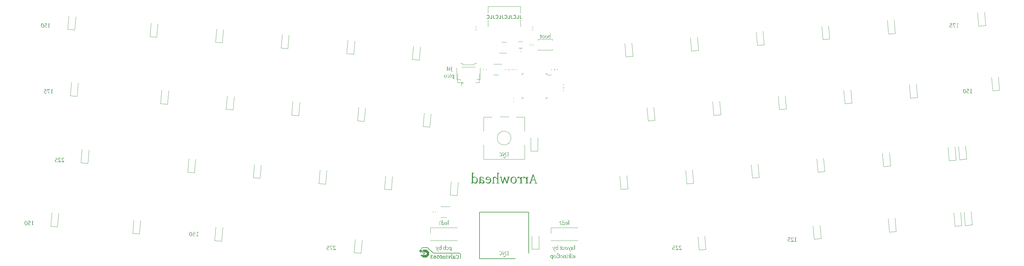
<source format=gbr>
%TF.GenerationSoftware,KiCad,Pcbnew,(7.0.0)*%
%TF.CreationDate,2024-04-21T21:37:21+02:00*%
%TF.ProjectId,Arrowhead,4172726f-7768-4656-9164-2e6b69636164,rev?*%
%TF.SameCoordinates,Original*%
%TF.FileFunction,Legend,Bot*%
%TF.FilePolarity,Positive*%
%FSLAX46Y46*%
G04 Gerber Fmt 4.6, Leading zero omitted, Abs format (unit mm)*
G04 Created by KiCad (PCBNEW (7.0.0)) date 2024-04-21 21:37:21*
%MOMM*%
%LPD*%
G01*
G04 APERTURE LIST*
%ADD10C,0.200000*%
%ADD11C,0.150000*%
%ADD12C,0.125000*%
%ADD13C,0.124000*%
%ADD14C,0.375000*%
%ADD15C,0.120000*%
G04 APERTURE END LIST*
D10*
X158883161Y-103187500D02*
X160354419Y-104658758D01*
X158666950Y-103097942D02*
X157476322Y-103097942D01*
D11*
X173831250Y-92868750D02*
X173831250Y-106362500D01*
D10*
X157043900Y-103403711D02*
X157260111Y-103187500D01*
D12*
X180675000Y-105568750D02*
X181275000Y-105568750D01*
D11*
X188118750Y-92868750D02*
X188118750Y-104775000D01*
D10*
X160354426Y-104658751D02*
G75*
G03*
X160635052Y-104775000I280774J280951D01*
G01*
D11*
X173831250Y-106362500D02*
X184150000Y-106362500D01*
D10*
X160635052Y-104775000D02*
X167977447Y-104775000D01*
X168374300Y-105171876D02*
G75*
G03*
X167977447Y-104775000I-396700J176D01*
G01*
X168374323Y-105171876D02*
X168375178Y-106291013D01*
D12*
X180975000Y-105868750D02*
X180675000Y-105568750D01*
D10*
X157476322Y-103097967D02*
G75*
G03*
X157260111Y-103187500I-122J-305533D01*
G01*
D11*
X188118750Y-92868750D02*
X173831250Y-92868750D01*
D13*
X181275000Y-105568750D02*
X180975000Y-105868750D01*
D10*
X158883155Y-103187506D02*
G75*
G03*
X158666950Y-103097942I-216255J-216294D01*
G01*
D11*
G36*
X201172736Y-105329607D02*
G01*
X201186219Y-105330717D01*
X201198489Y-105332435D01*
X201211025Y-105334839D01*
X201223734Y-105337835D01*
X201236518Y-105341327D01*
X201249379Y-105345315D01*
X201262316Y-105349799D01*
X201275005Y-105354588D01*
X201287428Y-105359798D01*
X201299582Y-105365427D01*
X201311470Y-105371475D01*
X201320125Y-105376076D01*
X201331163Y-105382278D01*
X201342898Y-105389346D01*
X201353907Y-105396510D01*
X201364975Y-105404315D01*
X201375737Y-105412462D01*
X201386193Y-105420954D01*
X201396345Y-105429788D01*
X201406191Y-105438967D01*
X201415731Y-105448488D01*
X201424967Y-105458353D01*
X201433897Y-105468562D01*
X201442512Y-105479066D01*
X201450803Y-105489819D01*
X201458770Y-105500819D01*
X201466412Y-105512068D01*
X201473729Y-105523564D01*
X201480723Y-105535309D01*
X201487392Y-105547302D01*
X201493736Y-105559542D01*
X201499661Y-105571926D01*
X201505223Y-105584501D01*
X201510423Y-105597266D01*
X201515260Y-105610223D01*
X201519735Y-105623370D01*
X201523847Y-105636708D01*
X201527596Y-105650237D01*
X201530983Y-105663956D01*
X201533989Y-105677724D01*
X201536593Y-105691548D01*
X201538797Y-105705430D01*
X201540601Y-105719369D01*
X201542003Y-105733365D01*
X201543005Y-105747419D01*
X201543606Y-105761529D01*
X201543806Y-105775697D01*
X201543701Y-105786887D01*
X201543150Y-105803418D01*
X201542127Y-105819642D01*
X201540632Y-105835560D01*
X201538664Y-105851173D01*
X201536224Y-105866480D01*
X201533311Y-105881480D01*
X201529927Y-105896175D01*
X201526070Y-105910564D01*
X201521741Y-105924647D01*
X201516939Y-105938424D01*
X201513471Y-105947388D01*
X201508001Y-105960529D01*
X201502209Y-105973305D01*
X201496094Y-105985716D01*
X201489658Y-105997763D01*
X201482899Y-106009444D01*
X201475819Y-106020761D01*
X201468416Y-106031712D01*
X201460692Y-106042299D01*
X201452646Y-106052521D01*
X201444277Y-106062377D01*
X201438536Y-106068698D01*
X201429719Y-106077839D01*
X201420654Y-106086573D01*
X201411343Y-106094898D01*
X201401785Y-106102816D01*
X201391980Y-106110326D01*
X201381929Y-106117427D01*
X201371630Y-106124121D01*
X201361084Y-106130408D01*
X201350292Y-106136286D01*
X201339253Y-106141756D01*
X201327977Y-106146721D01*
X201316588Y-106151198D01*
X201301227Y-106156407D01*
X201285666Y-106160748D01*
X201269905Y-106164221D01*
X201253943Y-106166826D01*
X201237781Y-106168562D01*
X201225528Y-106169295D01*
X201213162Y-106169539D01*
X201210440Y-106169532D01*
X201197016Y-106169303D01*
X201183905Y-106168745D01*
X201171107Y-106167860D01*
X201158622Y-106166646D01*
X201146450Y-106165105D01*
X201132257Y-106162822D01*
X201129909Y-106162388D01*
X201115799Y-106159168D01*
X201104007Y-106155681D01*
X201092185Y-106151464D01*
X201080334Y-106146516D01*
X201068453Y-106140838D01*
X201056542Y-106134429D01*
X201051751Y-106131649D01*
X201039597Y-106124084D01*
X201027190Y-106115639D01*
X201017081Y-106108249D01*
X201006811Y-106100297D01*
X200996378Y-106091782D01*
X200985783Y-106082704D01*
X200975026Y-106073063D01*
X200963896Y-106062783D01*
X200952338Y-106051787D01*
X200943387Y-106043071D01*
X200934195Y-106033952D01*
X200924761Y-106024431D01*
X200915086Y-106014507D01*
X200905169Y-106004180D01*
X200895011Y-105993452D01*
X200884611Y-105982320D01*
X200873970Y-105970786D01*
X200879237Y-105962772D01*
X200886488Y-105952773D01*
X200887006Y-105952072D01*
X200895418Y-105942775D01*
X200905722Y-105935371D01*
X200911703Y-105940268D01*
X200923371Y-105949675D01*
X200934648Y-105958567D01*
X200945534Y-105966944D01*
X200956029Y-105974805D01*
X200966133Y-105982152D01*
X200978212Y-105990610D01*
X200989680Y-105998264D01*
X200996267Y-106002463D01*
X201007006Y-106009045D01*
X201019500Y-106016254D01*
X201031564Y-106022712D01*
X201043199Y-106028418D01*
X201054405Y-106033374D01*
X201058016Y-106034830D01*
X201070429Y-106039419D01*
X201082493Y-106043220D01*
X201095850Y-106046597D01*
X201108749Y-106048944D01*
X201121495Y-106050413D01*
X201134394Y-106051463D01*
X201147446Y-106052092D01*
X201160650Y-106052302D01*
X201175119Y-106051878D01*
X201189215Y-106050604D01*
X201202940Y-106048481D01*
X201216292Y-106045509D01*
X201229272Y-106041688D01*
X201241880Y-106037018D01*
X201254116Y-106031499D01*
X201265980Y-106025130D01*
X201277448Y-106017980D01*
X201288496Y-106010266D01*
X201299124Y-106001989D01*
X201309333Y-105993150D01*
X201319122Y-105983747D01*
X201328491Y-105973782D01*
X201337440Y-105963254D01*
X201345969Y-105952163D01*
X201353974Y-105940566D01*
X201361502Y-105928521D01*
X201368552Y-105916027D01*
X201375126Y-105903085D01*
X201381223Y-105889695D01*
X201386842Y-105875856D01*
X201391984Y-105861569D01*
X201396650Y-105846833D01*
X201399768Y-105835500D01*
X201403474Y-105820213D01*
X201406666Y-105804726D01*
X201409342Y-105789039D01*
X201411503Y-105773151D01*
X201413149Y-105757063D01*
X201414045Y-105744865D01*
X201414651Y-105732555D01*
X201414968Y-105720132D01*
X200963119Y-105720132D01*
X200956278Y-105717408D01*
X200944445Y-105712389D01*
X200932786Y-105707048D01*
X200921304Y-105701386D01*
X200909996Y-105695403D01*
X200899258Y-105689022D01*
X200888167Y-105681480D01*
X200878335Y-105673671D01*
X200868780Y-105664567D01*
X200868804Y-105660165D01*
X200869162Y-105646802D01*
X200869949Y-105633203D01*
X200871165Y-105619368D01*
X200872128Y-105611139D01*
X201009830Y-105611139D01*
X201010888Y-105623860D01*
X201016242Y-105635563D01*
X201017562Y-105636709D01*
X201029503Y-105641073D01*
X201042498Y-105641974D01*
X201409778Y-105641974D01*
X201409290Y-105638739D01*
X201407110Y-105625971D01*
X201404567Y-105613480D01*
X201401662Y-105601266D01*
X201398394Y-105589328D01*
X201393800Y-105574794D01*
X201388639Y-105560694D01*
X201382911Y-105547025D01*
X201380433Y-105541691D01*
X201373924Y-105528761D01*
X201366969Y-105516414D01*
X201359566Y-105504647D01*
X201351715Y-105493462D01*
X201343418Y-105482858D01*
X201334673Y-105472836D01*
X201331053Y-105468998D01*
X201321709Y-105459884D01*
X201311947Y-105451455D01*
X201301768Y-105443713D01*
X201291172Y-105436655D01*
X201280159Y-105430284D01*
X201268728Y-105424598D01*
X201264006Y-105422528D01*
X201251963Y-105417936D01*
X201239576Y-105414180D01*
X201226847Y-105411258D01*
X201213774Y-105409171D01*
X201200359Y-105407919D01*
X201186601Y-105407501D01*
X201172967Y-105407864D01*
X201160001Y-105408951D01*
X201147703Y-105410764D01*
X201133270Y-105414050D01*
X201119880Y-105418468D01*
X201107534Y-105424020D01*
X201096231Y-105430704D01*
X201087773Y-105436586D01*
X201077885Y-105444381D01*
X201068757Y-105452668D01*
X201058808Y-105463262D01*
X201049953Y-105474564D01*
X201042192Y-105486575D01*
X201039801Y-105490665D01*
X201033243Y-105503023D01*
X201027608Y-105515510D01*
X201022896Y-105528125D01*
X201019107Y-105540869D01*
X201016242Y-105553742D01*
X201015465Y-105558009D01*
X201013437Y-105570266D01*
X201011640Y-105583536D01*
X201010337Y-105597341D01*
X201009830Y-105611139D01*
X200872128Y-105611139D01*
X200872811Y-105605296D01*
X200874886Y-105590989D01*
X200875645Y-105586148D01*
X200877833Y-105574098D01*
X200880439Y-105562123D01*
X200883462Y-105550223D01*
X200886903Y-105538397D01*
X200890761Y-105526645D01*
X200895036Y-105514968D01*
X200896824Y-105510290D01*
X200901575Y-105498729D01*
X200906728Y-105487362D01*
X200912284Y-105476189D01*
X200918243Y-105465210D01*
X200924604Y-105454424D01*
X200931367Y-105443832D01*
X200934194Y-105439630D01*
X200941615Y-105429415D01*
X200949542Y-105419618D01*
X200957977Y-105410238D01*
X200966918Y-105401276D01*
X200976367Y-105392731D01*
X200986322Y-105384603D01*
X200990449Y-105381477D01*
X201001154Y-105374014D01*
X201012411Y-105367058D01*
X201024219Y-105360609D01*
X201036579Y-105354667D01*
X201049490Y-105349232D01*
X201062953Y-105344303D01*
X201068458Y-105342492D01*
X201082638Y-105338474D01*
X201097414Y-105335187D01*
X201109665Y-105333084D01*
X201122296Y-105331447D01*
X201135310Y-105330279D01*
X201148705Y-105329577D01*
X201162482Y-105329344D01*
X201172736Y-105329607D01*
G37*
G36*
X200752459Y-106150000D02*
G01*
X200752459Y-106113058D01*
X200739036Y-106110861D01*
X200726470Y-106108621D01*
X200712896Y-106105954D01*
X200700491Y-106103228D01*
X200690788Y-106100846D01*
X200678938Y-106097506D01*
X200667204Y-106093795D01*
X200655158Y-106089325D01*
X200651404Y-106087718D01*
X200640159Y-106082049D01*
X200630338Y-106074590D01*
X200623943Y-106063804D01*
X200623621Y-106060851D01*
X200623621Y-105039000D01*
X200623804Y-105025175D01*
X200624351Y-105012553D01*
X200625451Y-104999346D01*
X200627316Y-104986256D01*
X200628811Y-104979160D01*
X200632890Y-104966686D01*
X200639305Y-104955443D01*
X200647740Y-104946798D01*
X200658304Y-104940282D01*
X200669848Y-104935797D01*
X200681819Y-104932934D01*
X200684682Y-104932449D01*
X200697085Y-104930445D01*
X200709252Y-104928661D01*
X200722647Y-104926847D01*
X200735105Y-104925270D01*
X200743911Y-104924206D01*
X200743911Y-104890012D01*
X200728650Y-104886925D01*
X200713705Y-104883772D01*
X200699074Y-104880552D01*
X200684758Y-104877265D01*
X200670757Y-104873912D01*
X200657071Y-104870491D01*
X200643700Y-104867004D01*
X200630643Y-104863450D01*
X200617716Y-104859586D01*
X200604731Y-104855322D01*
X200591688Y-104850656D01*
X200578589Y-104845590D01*
X200565432Y-104840123D01*
X200552218Y-104834256D01*
X200538947Y-104827987D01*
X200525619Y-104821318D01*
X200494783Y-104850322D01*
X200494783Y-106060851D01*
X200489232Y-106072246D01*
X200478469Y-106080600D01*
X200467564Y-106086554D01*
X200465779Y-106087412D01*
X200453350Y-106092500D01*
X200440795Y-106096641D01*
X200426243Y-106100693D01*
X200413162Y-106103870D01*
X200398803Y-106106990D01*
X200383166Y-106110052D01*
X200370599Y-106112312D01*
X200366250Y-106113058D01*
X200366250Y-106150000D01*
X200752459Y-106150000D01*
G37*
G36*
X200282903Y-106150000D02*
G01*
X200282903Y-106113058D01*
X200269169Y-106109523D01*
X200256208Y-106106093D01*
X200244019Y-106102768D01*
X200229871Y-106098759D01*
X200216930Y-106094915D01*
X200205196Y-106091234D01*
X200194670Y-106087718D01*
X200182298Y-106082571D01*
X200171879Y-106076188D01*
X200164034Y-106066540D01*
X200162918Y-106060851D01*
X200162918Y-105039000D01*
X200163079Y-105024864D01*
X200163562Y-105011995D01*
X200164533Y-104998581D01*
X200166178Y-104985363D01*
X200167498Y-104978244D01*
X200171225Y-104965931D01*
X200177321Y-104954797D01*
X200185511Y-104946188D01*
X200195937Y-104939533D01*
X200207481Y-104935049D01*
X200219553Y-104932288D01*
X200222452Y-104931838D01*
X200235046Y-104930102D01*
X200247443Y-104928489D01*
X200261126Y-104926788D01*
X200273877Y-104925260D01*
X200282903Y-104924206D01*
X200282903Y-104890012D01*
X200268133Y-104886901D01*
X200253441Y-104883677D01*
X200238824Y-104880337D01*
X200224284Y-104876884D01*
X200209820Y-104873315D01*
X200195433Y-104869633D01*
X200181122Y-104865835D01*
X200166887Y-104861924D01*
X200152819Y-104857816D01*
X200139162Y-104853433D01*
X200125914Y-104848772D01*
X200113077Y-104843835D01*
X200100651Y-104838621D01*
X200088634Y-104833130D01*
X200077028Y-104827362D01*
X200065832Y-104821318D01*
X200034080Y-104850322D01*
X200034080Y-105690212D01*
X199769382Y-105460624D01*
X199759622Y-105451694D01*
X199750188Y-105442144D01*
X199741983Y-105432374D01*
X199735591Y-105421879D01*
X199735188Y-105420935D01*
X199732616Y-105408520D01*
X199737325Y-105398342D01*
X199748316Y-105392007D01*
X199760166Y-105388959D01*
X199764802Y-105388267D01*
X199777122Y-105386818D01*
X199790038Y-105385906D01*
X199803550Y-105385530D01*
X199806324Y-105385519D01*
X199806324Y-105348883D01*
X199480870Y-105348883D01*
X199480870Y-105385519D01*
X199494852Y-105387315D01*
X199508405Y-105389498D01*
X199521528Y-105392067D01*
X199534222Y-105395022D01*
X199546486Y-105398364D01*
X199550479Y-105399563D01*
X199562536Y-105403903D01*
X199574894Y-105409595D01*
X199587552Y-105416640D01*
X199598330Y-105423544D01*
X199609317Y-105431386D01*
X199618257Y-105438337D01*
X199911043Y-105670978D01*
X199588337Y-106046807D01*
X199579278Y-106056467D01*
X199569961Y-106064839D01*
X199563607Y-106069705D01*
X199552588Y-106076294D01*
X199540863Y-106081674D01*
X199535214Y-106083749D01*
X199523021Y-106086897D01*
X199510939Y-106088878D01*
X199500409Y-106089855D01*
X199487690Y-106090350D01*
X199475377Y-106090336D01*
X199462242Y-106089888D01*
X199456140Y-106089549D01*
X199450950Y-106126186D01*
X199463430Y-106128991D01*
X199475833Y-106131605D01*
X199488159Y-106134028D01*
X199500409Y-106136261D01*
X199513882Y-106138569D01*
X199526824Y-106140683D01*
X199539235Y-106142604D01*
X199545900Y-106143588D01*
X199558649Y-106145377D01*
X199571708Y-106147069D01*
X199583757Y-106148473D01*
X199596664Y-106149517D01*
X199608792Y-106150000D01*
X199621912Y-106149645D01*
X199635943Y-106148337D01*
X199648601Y-106146064D01*
X199661386Y-106142286D01*
X199667105Y-106139924D01*
X199677772Y-106133837D01*
X199688095Y-106125957D01*
X199698074Y-106116283D01*
X199706525Y-106106346D01*
X199707711Y-106104815D01*
X200034080Y-105696929D01*
X200034080Y-106059630D01*
X200031215Y-106071516D01*
X200031027Y-106071842D01*
X200021833Y-106080679D01*
X200018510Y-106082833D01*
X200007557Y-106088320D01*
X199995801Y-106093193D01*
X199990116Y-106095350D01*
X199978455Y-106099566D01*
X199966386Y-106103759D01*
X199954510Y-106107772D01*
X199941408Y-106112107D01*
X199939436Y-106112752D01*
X199939436Y-106150000D01*
X200282903Y-106150000D01*
G37*
G36*
X199395690Y-106150000D02*
G01*
X199395690Y-106113363D01*
X199381541Y-106110281D01*
X199368251Y-106107143D01*
X199355820Y-106103946D01*
X199341488Y-106099871D01*
X199328497Y-106095706D01*
X199316849Y-106091451D01*
X199306542Y-106087107D01*
X199294408Y-106081065D01*
X199283186Y-106073597D01*
X199275674Y-106063407D01*
X199275401Y-106061156D01*
X199275401Y-105577250D01*
X199275445Y-105564017D01*
X199275580Y-105551603D01*
X199275859Y-105537790D01*
X199276267Y-105525156D01*
X199276905Y-105511910D01*
X199277233Y-105506725D01*
X199278740Y-105494036D01*
X199281850Y-105481539D01*
X199287062Y-105469864D01*
X199290361Y-105464898D01*
X199299504Y-105455587D01*
X199310571Y-105448814D01*
X199322775Y-105444094D01*
X199325776Y-105443222D01*
X199339305Y-105439883D01*
X199353302Y-105437242D01*
X199366905Y-105435189D01*
X199379372Y-105433625D01*
X199392868Y-105432195D01*
X199395690Y-105431926D01*
X199395690Y-105397732D01*
X199382219Y-105395022D01*
X199370118Y-105392463D01*
X199357725Y-105389729D01*
X199345040Y-105386820D01*
X199339515Y-105385519D01*
X199326573Y-105382241D01*
X199313660Y-105378816D01*
X199300777Y-105375245D01*
X199287923Y-105371528D01*
X199280591Y-105369338D01*
X199267900Y-105365287D01*
X199255471Y-105361149D01*
X199243306Y-105356923D01*
X199231404Y-105352609D01*
X199224720Y-105350104D01*
X199213304Y-105345563D01*
X199200758Y-105340373D01*
X199188746Y-105335182D01*
X199177269Y-105329992D01*
X199175872Y-105329344D01*
X199146563Y-105329344D01*
X199146563Y-106061156D01*
X199140257Y-106071675D01*
X199130420Y-106079016D01*
X199119630Y-106085261D01*
X199117864Y-106086191D01*
X199105911Y-106091704D01*
X199094129Y-106096151D01*
X199080693Y-106100464D01*
X199068753Y-106103818D01*
X199055754Y-106107085D01*
X199041696Y-106110267D01*
X199026578Y-106113363D01*
X199026578Y-106150000D01*
X199395690Y-106150000D01*
G37*
G36*
X199120917Y-105077163D02*
G01*
X199121545Y-105090193D01*
X199123429Y-105102837D01*
X199126568Y-105115094D01*
X199128855Y-105121737D01*
X199133607Y-105133152D01*
X199139964Y-105144816D01*
X199147453Y-105155406D01*
X199149921Y-105158374D01*
X199158603Y-105167509D01*
X199168239Y-105175451D01*
X199178829Y-105182202D01*
X199181062Y-105183408D01*
X199192648Y-105188238D01*
X199204890Y-105191280D01*
X199217788Y-105192532D01*
X199220446Y-105192568D01*
X199234213Y-105191827D01*
X199246435Y-105189605D01*
X199258740Y-105185141D01*
X199270227Y-105177570D01*
X199276011Y-105171502D01*
X199283358Y-105159862D01*
X199288064Y-105147861D01*
X199291163Y-105134166D01*
X199292541Y-105121079D01*
X199292803Y-105111662D01*
X199292199Y-105098632D01*
X199290388Y-105085988D01*
X199287369Y-105073731D01*
X199285170Y-105067088D01*
X199280247Y-105055673D01*
X199273699Y-105044009D01*
X199266019Y-105033419D01*
X199263494Y-105030451D01*
X199254549Y-105021376D01*
X199244889Y-105013612D01*
X199234514Y-105007160D01*
X199232353Y-105006027D01*
X199220988Y-105001358D01*
X199209026Y-104998418D01*
X199196468Y-104997208D01*
X199193885Y-104997173D01*
X199180845Y-104997876D01*
X199165453Y-105001001D01*
X199152342Y-105006625D01*
X199141511Y-105014749D01*
X199132960Y-105025373D01*
X199126689Y-105038496D01*
X199122699Y-105054119D01*
X199121202Y-105067477D01*
X199120917Y-105077163D01*
G37*
G36*
X198406812Y-106150000D02*
G01*
X198406812Y-106113668D01*
X198391833Y-106109690D01*
X198377885Y-106105845D01*
X198364966Y-106102134D01*
X198353079Y-106098556D01*
X198339668Y-106094271D01*
X198327867Y-106090196D01*
X198315832Y-106085580D01*
X198304411Y-106080371D01*
X198293850Y-106073674D01*
X198286637Y-106063255D01*
X198286523Y-106061767D01*
X198286523Y-105613581D01*
X198286618Y-105600987D01*
X198287006Y-105586104D01*
X198287691Y-105572174D01*
X198288675Y-105559199D01*
X198290249Y-105544888D01*
X198292253Y-105531951D01*
X198292629Y-105529928D01*
X198295517Y-105516427D01*
X198299107Y-105504241D01*
X198304068Y-105491924D01*
X198310744Y-105480120D01*
X198311557Y-105478942D01*
X198319422Y-105469261D01*
X198329690Y-105460770D01*
X198341569Y-105454663D01*
X198345446Y-105453297D01*
X198357996Y-105450050D01*
X198370327Y-105448056D01*
X198383766Y-105446902D01*
X198396432Y-105446580D01*
X198410094Y-105447382D01*
X198422675Y-105449398D01*
X198435840Y-105452641D01*
X198447589Y-105456398D01*
X198455661Y-105459403D01*
X198468083Y-105464644D01*
X198480848Y-105470981D01*
X198491749Y-105477097D01*
X198502887Y-105483974D01*
X198514265Y-105491611D01*
X198525881Y-105500008D01*
X198537610Y-105509123D01*
X198547122Y-105517037D01*
X198556748Y-105525504D01*
X198566489Y-105534525D01*
X198576345Y-105544099D01*
X198586315Y-105554226D01*
X198596400Y-105564907D01*
X198604038Y-105573281D01*
X198614199Y-105584973D01*
X198624379Y-105597305D01*
X198632027Y-105606973D01*
X198639685Y-105617000D01*
X198647354Y-105627387D01*
X198655033Y-105638134D01*
X198662724Y-105649241D01*
X198670425Y-105660706D01*
X198678137Y-105672532D01*
X198685860Y-105684717D01*
X198685860Y-106061767D01*
X198679724Y-106073162D01*
X198669299Y-106080673D01*
X198657685Y-106086614D01*
X198653803Y-106088328D01*
X198640840Y-106093312D01*
X198628776Y-106097383D01*
X198615563Y-106101380D01*
X198601203Y-106105302D01*
X198588888Y-106108386D01*
X198575839Y-106111422D01*
X198565570Y-106113668D01*
X198565570Y-106150000D01*
X198934682Y-106150000D01*
X198934682Y-106113974D01*
X198920948Y-106110434D01*
X198907987Y-106106990D01*
X198895799Y-106103641D01*
X198881650Y-106099589D01*
X198868709Y-106095686D01*
X198856975Y-106091933D01*
X198846449Y-106088328D01*
X198834077Y-106083255D01*
X198822636Y-106076345D01*
X198815194Y-106066456D01*
X198814698Y-106062988D01*
X198814698Y-105554658D01*
X198814815Y-105541008D01*
X198815165Y-105528645D01*
X198815852Y-105516089D01*
X198817140Y-105502756D01*
X198819902Y-105490507D01*
X198825383Y-105479365D01*
X198831184Y-105472531D01*
X198841645Y-105465146D01*
X198853053Y-105460304D01*
X198865409Y-105456966D01*
X198866905Y-105456655D01*
X198880185Y-105454079D01*
X198893809Y-105451856D01*
X198906976Y-105449975D01*
X198921516Y-105448114D01*
X198934682Y-105446580D01*
X198934682Y-105407501D01*
X198920237Y-105404687D01*
X198906060Y-105401586D01*
X198892149Y-105398199D01*
X198878506Y-105394526D01*
X198865130Y-105390566D01*
X198852021Y-105386321D01*
X198839179Y-105381789D01*
X198826605Y-105376971D01*
X198814187Y-105371819D01*
X198801818Y-105366438D01*
X198789496Y-105360828D01*
X198777222Y-105354989D01*
X198764995Y-105348921D01*
X198752816Y-105342624D01*
X198740685Y-105336098D01*
X198728602Y-105329344D01*
X198698682Y-105359263D01*
X198689218Y-105572060D01*
X198682053Y-105561411D01*
X198674753Y-105550987D01*
X198667319Y-105540788D01*
X198659751Y-105530815D01*
X198652049Y-105521068D01*
X198644213Y-105511545D01*
X198636243Y-105502249D01*
X198625407Y-105490203D01*
X198614332Y-105478559D01*
X198605870Y-105470088D01*
X198594483Y-105459083D01*
X198583068Y-105448507D01*
X198571624Y-105438361D01*
X198560151Y-105428644D01*
X198548649Y-105419356D01*
X198537120Y-105410497D01*
X198525561Y-105402068D01*
X198513974Y-105394068D01*
X198502420Y-105386440D01*
X198490961Y-105379280D01*
X198479598Y-105372587D01*
X198468331Y-105366362D01*
X198457159Y-105360604D01*
X198446082Y-105355313D01*
X198432370Y-105349358D01*
X198424214Y-105346135D01*
X198410913Y-105341298D01*
X198398103Y-105337280D01*
X198385785Y-105334083D01*
X198371652Y-105331328D01*
X198358229Y-105329753D01*
X198347583Y-105329344D01*
X198333827Y-105329741D01*
X198320263Y-105330932D01*
X198306893Y-105332918D01*
X198293716Y-105335698D01*
X198280732Y-105339272D01*
X198276448Y-105340640D01*
X198263800Y-105345191D01*
X198251732Y-105350600D01*
X198240244Y-105356869D01*
X198229335Y-105363995D01*
X198219006Y-105371981D01*
X198215692Y-105374834D01*
X198206211Y-105383860D01*
X198197460Y-105393767D01*
X198189438Y-105404554D01*
X198182147Y-105416221D01*
X198175585Y-105428769D01*
X198173560Y-105433147D01*
X198168987Y-105444520D01*
X198165188Y-105456504D01*
X198162165Y-105469099D01*
X198159917Y-105482305D01*
X198158444Y-105496123D01*
X198157746Y-105510552D01*
X198157684Y-105516495D01*
X198157684Y-106061156D01*
X198151915Y-106072252D01*
X198141659Y-106079574D01*
X198131428Y-106084665D01*
X198117954Y-106090003D01*
X198105897Y-106094138D01*
X198091813Y-106098542D01*
X198079085Y-106102258D01*
X198065061Y-106106146D01*
X198049738Y-106110206D01*
X198037395Y-106113363D01*
X198037395Y-106150000D01*
X198406812Y-106150000D01*
G37*
G36*
X197571072Y-105329611D02*
G01*
X197584286Y-105330412D01*
X197597405Y-105331748D01*
X197610428Y-105333618D01*
X197623355Y-105336022D01*
X197636188Y-105338961D01*
X197648925Y-105342433D01*
X197661566Y-105346441D01*
X197673979Y-105350844D01*
X197686181Y-105355657D01*
X197698174Y-105360880D01*
X197709957Y-105366514D01*
X197721530Y-105372558D01*
X197732893Y-105379013D01*
X197744046Y-105385877D01*
X197754989Y-105393152D01*
X197765708Y-105400737D01*
X197776189Y-105408684D01*
X197786431Y-105416994D01*
X197796434Y-105425667D01*
X197806199Y-105434702D01*
X197815725Y-105444100D01*
X197825013Y-105453860D01*
X197834063Y-105463982D01*
X197842759Y-105474334D01*
X197851141Y-105484934D01*
X197859207Y-105495782D01*
X197866959Y-105506878D01*
X197874396Y-105518221D01*
X197881518Y-105529813D01*
X197888326Y-105541654D01*
X197894818Y-105553742D01*
X197900981Y-105566040D01*
X197906801Y-105578509D01*
X197912278Y-105591151D01*
X197917411Y-105603964D01*
X197922200Y-105616949D01*
X197926646Y-105630106D01*
X197930748Y-105643434D01*
X197934508Y-105656934D01*
X197937799Y-105670544D01*
X197940652Y-105684202D01*
X197943066Y-105697907D01*
X197945040Y-105711660D01*
X197946577Y-105725461D01*
X197947674Y-105739309D01*
X197948332Y-105753205D01*
X197948551Y-105767149D01*
X197948453Y-105777937D01*
X197947933Y-105793931D01*
X197946968Y-105809701D01*
X197945557Y-105825244D01*
X197943701Y-105840562D01*
X197941400Y-105855655D01*
X197938653Y-105870523D01*
X197935461Y-105885165D01*
X197931823Y-105899581D01*
X197927740Y-105913773D01*
X197923211Y-105927739D01*
X197919960Y-105936894D01*
X197914771Y-105950328D01*
X197909205Y-105963402D01*
X197903265Y-105976116D01*
X197896948Y-105988471D01*
X197890256Y-106000467D01*
X197883188Y-106012102D01*
X197875744Y-106023379D01*
X197867925Y-106034295D01*
X197859730Y-106044853D01*
X197851160Y-106055050D01*
X197845210Y-106061639D01*
X197836012Y-106071187D01*
X197826487Y-106080333D01*
X197816635Y-106089076D01*
X197806455Y-106097417D01*
X197795948Y-106105355D01*
X197785114Y-106112891D01*
X197773952Y-106120024D01*
X197762463Y-106126755D01*
X197750647Y-106133083D01*
X197738503Y-106139009D01*
X197730236Y-106142706D01*
X197717602Y-106147804D01*
X197704690Y-106152366D01*
X197691499Y-106156391D01*
X197678029Y-106159879D01*
X197664279Y-106162831D01*
X197650251Y-106165246D01*
X197635943Y-106167124D01*
X197621357Y-106168466D01*
X197606491Y-106169271D01*
X197591346Y-106169539D01*
X197578276Y-106169281D01*
X197565319Y-106168509D01*
X197552477Y-106167221D01*
X197539750Y-106165417D01*
X197527137Y-106163099D01*
X197514639Y-106160265D01*
X197502255Y-106156917D01*
X197489986Y-106153053D01*
X197477859Y-106148726D01*
X197465905Y-106143989D01*
X197454122Y-106138842D01*
X197442511Y-106133284D01*
X197431071Y-106127316D01*
X197419804Y-106120938D01*
X197408708Y-106114150D01*
X197397784Y-106106952D01*
X197387060Y-106099295D01*
X197376565Y-106091286D01*
X197366299Y-106082923D01*
X197356263Y-106074208D01*
X197346455Y-106065139D01*
X197336876Y-106055718D01*
X197327526Y-106045943D01*
X197318405Y-106035816D01*
X197309489Y-106025402D01*
X197300907Y-106014769D01*
X197292659Y-106003917D01*
X197284745Y-105992844D01*
X197277165Y-105981553D01*
X197269919Y-105970042D01*
X197263007Y-105958312D01*
X197256428Y-105946362D01*
X197250189Y-105934140D01*
X197244293Y-105921747D01*
X197238740Y-105909182D01*
X197233531Y-105896445D01*
X197228665Y-105883536D01*
X197224142Y-105870456D01*
X197219964Y-105857204D01*
X197216128Y-105843780D01*
X197212694Y-105830151D01*
X197209717Y-105816436D01*
X197207198Y-105802636D01*
X197205137Y-105788749D01*
X197203534Y-105774777D01*
X197202390Y-105760718D01*
X197202272Y-105758295D01*
X197334586Y-105758295D01*
X197334707Y-105772475D01*
X197335069Y-105786391D01*
X197335673Y-105800045D01*
X197336518Y-105813436D01*
X197337605Y-105826563D01*
X197338933Y-105839428D01*
X197340503Y-105852030D01*
X197342314Y-105864369D01*
X197345105Y-105880412D01*
X197348325Y-105895987D01*
X197351988Y-105911052D01*
X197356110Y-105925563D01*
X197360689Y-105939521D01*
X197365727Y-105952926D01*
X197371222Y-105965777D01*
X197377176Y-105978075D01*
X197383587Y-105989820D01*
X197390457Y-106001011D01*
X197397793Y-106011540D01*
X197405607Y-106021448D01*
X197413898Y-106030736D01*
X197422666Y-106039403D01*
X197431911Y-106047451D01*
X197441633Y-106054878D01*
X197451832Y-106061686D01*
X197462508Y-106067873D01*
X197473695Y-106073383D01*
X197485425Y-106078158D01*
X197497699Y-106082198D01*
X197510517Y-106085504D01*
X197523879Y-106088075D01*
X197537785Y-106089912D01*
X197552234Y-106091014D01*
X197567227Y-106091381D01*
X197574704Y-106091137D01*
X197587320Y-106089645D01*
X197600130Y-106086796D01*
X197613134Y-106082591D01*
X197626331Y-106077029D01*
X197639723Y-106070110D01*
X197650575Y-106063599D01*
X197661380Y-106056267D01*
X197671966Y-106048314D01*
X197682332Y-106039742D01*
X197692478Y-106030549D01*
X197702405Y-106020737D01*
X197712113Y-106010304D01*
X197721601Y-105999251D01*
X197730870Y-105987578D01*
X197737575Y-105978454D01*
X197746181Y-105965862D01*
X197754405Y-105952784D01*
X197762247Y-105939220D01*
X197769708Y-105925169D01*
X197776787Y-105910631D01*
X197781846Y-105899408D01*
X197786691Y-105887912D01*
X197791320Y-105876142D01*
X197794241Y-105868178D01*
X197798268Y-105856133D01*
X197801872Y-105843971D01*
X197805052Y-105831690D01*
X197807808Y-105819291D01*
X197810140Y-105806774D01*
X197812047Y-105794140D01*
X197813531Y-105781387D01*
X197814591Y-105768516D01*
X197815227Y-105755526D01*
X197815439Y-105742419D01*
X197815393Y-105733567D01*
X197815148Y-105720435D01*
X197814695Y-105707481D01*
X197814032Y-105694704D01*
X197813160Y-105682104D01*
X197812079Y-105669681D01*
X197810788Y-105657435D01*
X197808742Y-105641383D01*
X197806323Y-105625645D01*
X197803532Y-105610223D01*
X197800250Y-105595139D01*
X197796510Y-105580570D01*
X197792312Y-105566517D01*
X197787657Y-105552978D01*
X197782543Y-105539955D01*
X197776971Y-105527447D01*
X197770941Y-105515455D01*
X197764453Y-105503977D01*
X197757389Y-105493058D01*
X197749780Y-105482739D01*
X197741627Y-105473022D01*
X197732931Y-105463906D01*
X197723691Y-105455391D01*
X197713907Y-105447477D01*
X197703579Y-105440164D01*
X197692707Y-105433452D01*
X197681239Y-105427370D01*
X197669122Y-105422099D01*
X197656357Y-105417638D01*
X197642943Y-105413989D01*
X197628880Y-105411151D01*
X197614168Y-105409123D01*
X197598807Y-105407907D01*
X197582798Y-105407501D01*
X197571797Y-105407945D01*
X197558020Y-105409747D01*
X197544213Y-105412936D01*
X197530376Y-105417511D01*
X197516509Y-105423472D01*
X197505394Y-105429240D01*
X197494260Y-105435894D01*
X197483264Y-105443308D01*
X197472564Y-105451350D01*
X197462160Y-105460023D01*
X197452052Y-105469325D01*
X197442239Y-105479257D01*
X197432722Y-105489819D01*
X197423501Y-105501010D01*
X197414576Y-105512831D01*
X197410200Y-105518920D01*
X197401756Y-105531457D01*
X197393723Y-105544470D01*
X197386100Y-105557961D01*
X197378887Y-105571929D01*
X197372085Y-105586373D01*
X197365692Y-105601295D01*
X197361167Y-105612799D01*
X197356873Y-105624572D01*
X197354174Y-105632536D01*
X197350453Y-105644581D01*
X197347123Y-105656743D01*
X197344184Y-105669024D01*
X197341638Y-105681423D01*
X197339483Y-105693940D01*
X197337720Y-105706575D01*
X197336349Y-105719328D01*
X197335370Y-105732199D01*
X197334782Y-105745188D01*
X197334586Y-105758295D01*
X197202272Y-105758295D01*
X197201703Y-105746574D01*
X197201474Y-105732344D01*
X197201573Y-105721593D01*
X197202092Y-105705650D01*
X197203057Y-105689926D01*
X197204468Y-105674423D01*
X197206324Y-105659139D01*
X197208625Y-105644076D01*
X197211372Y-105629233D01*
X197214564Y-105614609D01*
X197218202Y-105600206D01*
X197222285Y-105586023D01*
X197226814Y-105572060D01*
X197230066Y-105562903D01*
X197235262Y-105549463D01*
X197240839Y-105536378D01*
X197246797Y-105523646D01*
X197253136Y-105511269D01*
X197259856Y-105499246D01*
X197266957Y-105487577D01*
X197274439Y-105476262D01*
X197282302Y-105465301D01*
X197290546Y-105454695D01*
X197299171Y-105444443D01*
X197305084Y-105437780D01*
X197314230Y-105428130D01*
X197323710Y-105418893D01*
X197333522Y-105410069D01*
X197343666Y-105401659D01*
X197354144Y-105393662D01*
X197364954Y-105386078D01*
X197376097Y-105378907D01*
X197387573Y-105372149D01*
X197399381Y-105365805D01*
X197411523Y-105359874D01*
X197419786Y-105356177D01*
X197432400Y-105351079D01*
X197445278Y-105346517D01*
X197458418Y-105342492D01*
X197471821Y-105339004D01*
X197485487Y-105336052D01*
X197499417Y-105333637D01*
X197513609Y-105331759D01*
X197528064Y-105330417D01*
X197542782Y-105329612D01*
X197557763Y-105329344D01*
X197571072Y-105329611D01*
G37*
G36*
X196436383Y-104896423D02*
G01*
X196441774Y-104907461D01*
X196448900Y-104915657D01*
X196458047Y-104924689D01*
X196467302Y-104933276D01*
X196477451Y-104942220D01*
X196478515Y-104943135D01*
X196488253Y-104951233D01*
X196498232Y-104959041D01*
X196508453Y-104966560D01*
X196514235Y-104970612D01*
X196525148Y-104977970D01*
X196535911Y-104984549D01*
X196545376Y-104989541D01*
X196555776Y-104980840D01*
X196566213Y-104972749D01*
X196576689Y-104965269D01*
X196587203Y-104958400D01*
X196597621Y-104951988D01*
X196609068Y-104945505D01*
X196620226Y-104939795D01*
X196627503Y-104936418D01*
X196639286Y-104931331D01*
X196651696Y-104926769D01*
X196663529Y-104923290D01*
X196676215Y-104920522D01*
X196688473Y-104919082D01*
X196691311Y-104919016D01*
X196704237Y-104920223D01*
X196716091Y-104923324D01*
X196728289Y-104928333D01*
X196739244Y-104934281D01*
X196750170Y-104942143D01*
X196759279Y-104950765D01*
X196768152Y-104961126D01*
X196775365Y-104971089D01*
X196782415Y-104982259D01*
X196786566Y-104989541D01*
X196793169Y-105002652D01*
X196798204Y-105014160D01*
X196803019Y-105026575D01*
X196807616Y-105039896D01*
X196811993Y-105054124D01*
X196816150Y-105069258D01*
X196819124Y-105081203D01*
X196821974Y-105093658D01*
X196822897Y-105097923D01*
X196825516Y-105111144D01*
X196827878Y-105125047D01*
X196829981Y-105139630D01*
X196831827Y-105154896D01*
X196833416Y-105170843D01*
X196834747Y-105187472D01*
X196835820Y-105204782D01*
X196836636Y-105222774D01*
X196837037Y-105235147D01*
X196837323Y-105247823D01*
X196837495Y-105260802D01*
X196837552Y-105274084D01*
X196837552Y-105348883D01*
X196615901Y-105348883D01*
X196590867Y-105372697D01*
X196598513Y-105383140D01*
X196606870Y-105393361D01*
X196610406Y-105397426D01*
X196619107Y-105407058D01*
X196627808Y-105416260D01*
X196633609Y-105422156D01*
X196642985Y-105431330D01*
X196652260Y-105440001D01*
X196656507Y-105443832D01*
X196666073Y-105451583D01*
X196675130Y-105456960D01*
X196687645Y-105451170D01*
X196699249Y-105446733D01*
X196712489Y-105442354D01*
X196725140Y-105438648D01*
X196731917Y-105436810D01*
X196744236Y-105433996D01*
X196758106Y-105431658D01*
X196770318Y-105430132D01*
X196783523Y-105428911D01*
X196797719Y-105427995D01*
X196812908Y-105427384D01*
X196829089Y-105427079D01*
X196837552Y-105427041D01*
X196837552Y-106061767D01*
X196829770Y-106071498D01*
X196828698Y-106072147D01*
X196817428Y-106077147D01*
X196805753Y-106080984D01*
X196798168Y-106083138D01*
X196785009Y-106086374D01*
X196771690Y-106089494D01*
X196758784Y-106092412D01*
X196746791Y-106095052D01*
X196742602Y-106095961D01*
X196729304Y-106098784D01*
X196717320Y-106101251D01*
X196704516Y-106103822D01*
X196690892Y-106106498D01*
X196676448Y-106109278D01*
X196664303Y-106111578D01*
X196658033Y-106112752D01*
X196658033Y-106150000D01*
X197086374Y-106150000D01*
X197086374Y-106112752D01*
X197072015Y-106110086D01*
X197058553Y-106107276D01*
X197045988Y-106104323D01*
X197031543Y-106100431D01*
X197018499Y-106096315D01*
X197006856Y-106091975D01*
X196996615Y-106087412D01*
X196984719Y-106080968D01*
X196973717Y-106073368D01*
X196966204Y-106063083D01*
X196966085Y-106061767D01*
X196966085Y-105427041D01*
X197081184Y-105427041D01*
X197099197Y-105404143D01*
X197032336Y-105348883D01*
X196966085Y-105348883D01*
X196966085Y-105322627D01*
X196966031Y-105310196D01*
X196965749Y-105292020D01*
X196965226Y-105274408D01*
X196964461Y-105257359D01*
X196963455Y-105240873D01*
X196962207Y-105224951D01*
X196960718Y-105209593D01*
X196958987Y-105194798D01*
X196957015Y-105180566D01*
X196954801Y-105166898D01*
X196952346Y-105153794D01*
X196949684Y-105141105D01*
X196946851Y-105128796D01*
X196943845Y-105116869D01*
X196939571Y-105101558D01*
X196934991Y-105086925D01*
X196930107Y-105072969D01*
X196924916Y-105059691D01*
X196919421Y-105047090D01*
X196915099Y-105038084D01*
X196909107Y-105026497D01*
X196902887Y-105015396D01*
X196896437Y-105004782D01*
X196888053Y-104992199D01*
X196879312Y-104980376D01*
X196870212Y-104969313D01*
X196860755Y-104959010D01*
X196850949Y-104949104D01*
X196840994Y-104939422D01*
X196830889Y-104929963D01*
X196820636Y-104920728D01*
X196810234Y-104911717D01*
X196799682Y-104902929D01*
X196795420Y-104899476D01*
X196785064Y-104891533D01*
X196774299Y-104883999D01*
X196763125Y-104876874D01*
X196751542Y-104870157D01*
X196744740Y-104866503D01*
X196732747Y-104860311D01*
X196720814Y-104854557D01*
X196708939Y-104849241D01*
X196697122Y-104844364D01*
X196690396Y-104841774D01*
X196678639Y-104837495D01*
X196665526Y-104833250D01*
X196652755Y-104829691D01*
X196640328Y-104826819D01*
X196638799Y-104826509D01*
X196625565Y-104824000D01*
X196612447Y-104822175D01*
X196599945Y-104821339D01*
X196597889Y-104821318D01*
X196584493Y-104821910D01*
X196570869Y-104823685D01*
X196558760Y-104826208D01*
X196546476Y-104829637D01*
X196542934Y-104830783D01*
X196530746Y-104834936D01*
X196519025Y-104839381D01*
X196506202Y-104844820D01*
X196493990Y-104850639D01*
X196491032Y-104852154D01*
X196479660Y-104858279D01*
X196468143Y-104865216D01*
X196457978Y-104872200D01*
X196451953Y-104876884D01*
X196442465Y-104885499D01*
X196436383Y-104896423D01*
G37*
G36*
X196542934Y-106150000D02*
G01*
X196542934Y-106113058D01*
X196529510Y-106110861D01*
X196516945Y-106108621D01*
X196503371Y-106105954D01*
X196490966Y-106103228D01*
X196481263Y-106100846D01*
X196469413Y-106097506D01*
X196457679Y-106093795D01*
X196445633Y-106089325D01*
X196441878Y-106087718D01*
X196430633Y-106082049D01*
X196420812Y-106074590D01*
X196414417Y-106063804D01*
X196414096Y-106060851D01*
X196414096Y-105039000D01*
X196414278Y-105025175D01*
X196414826Y-105012553D01*
X196415926Y-104999346D01*
X196417791Y-104986256D01*
X196419286Y-104979160D01*
X196423365Y-104966686D01*
X196429780Y-104955443D01*
X196438215Y-104946798D01*
X196448778Y-104940282D01*
X196460323Y-104935797D01*
X196472293Y-104932934D01*
X196475157Y-104932449D01*
X196487559Y-104930445D01*
X196499727Y-104928661D01*
X196513121Y-104926847D01*
X196525579Y-104925270D01*
X196534385Y-104924206D01*
X196534385Y-104890012D01*
X196519125Y-104886925D01*
X196504179Y-104883772D01*
X196489549Y-104880552D01*
X196475233Y-104877265D01*
X196461232Y-104873912D01*
X196447546Y-104870491D01*
X196434174Y-104867004D01*
X196421118Y-104863450D01*
X196408190Y-104859586D01*
X196395205Y-104855322D01*
X196382163Y-104850656D01*
X196369064Y-104845590D01*
X196355907Y-104840123D01*
X196342693Y-104834256D01*
X196329422Y-104827987D01*
X196316093Y-104821318D01*
X196285258Y-104850322D01*
X196285258Y-106060851D01*
X196279706Y-106072246D01*
X196268943Y-106080600D01*
X196258038Y-106086554D01*
X196256254Y-106087412D01*
X196243825Y-106092500D01*
X196231270Y-106096641D01*
X196216717Y-106100693D01*
X196203637Y-106103870D01*
X196189278Y-106106990D01*
X196173641Y-106110052D01*
X196161074Y-106112312D01*
X196156725Y-106113058D01*
X196156725Y-106150000D01*
X196542934Y-106150000D01*
G37*
G36*
X195674527Y-105329611D02*
G01*
X195687740Y-105330412D01*
X195700859Y-105331748D01*
X195713882Y-105333618D01*
X195726810Y-105336022D01*
X195739642Y-105338961D01*
X195752379Y-105342433D01*
X195765020Y-105346441D01*
X195777433Y-105350844D01*
X195789636Y-105355657D01*
X195801628Y-105360880D01*
X195813411Y-105366514D01*
X195824984Y-105372558D01*
X195836347Y-105379013D01*
X195847500Y-105385877D01*
X195858443Y-105393152D01*
X195869162Y-105400737D01*
X195879643Y-105408684D01*
X195889885Y-105416994D01*
X195899888Y-105425667D01*
X195909653Y-105434702D01*
X195919180Y-105444100D01*
X195928468Y-105453860D01*
X195937517Y-105463982D01*
X195946213Y-105474334D01*
X195954595Y-105484934D01*
X195962662Y-105495782D01*
X195970413Y-105506878D01*
X195977850Y-105518221D01*
X195984973Y-105529813D01*
X195991780Y-105541654D01*
X195998272Y-105553742D01*
X196004436Y-105566040D01*
X196010256Y-105578509D01*
X196015732Y-105591151D01*
X196020865Y-105603964D01*
X196025654Y-105616949D01*
X196030100Y-105630106D01*
X196034203Y-105643434D01*
X196037962Y-105656934D01*
X196041253Y-105670544D01*
X196044106Y-105684202D01*
X196046520Y-105697907D01*
X196048495Y-105711660D01*
X196050031Y-105725461D01*
X196051128Y-105739309D01*
X196051786Y-105753205D01*
X196052006Y-105767149D01*
X196051907Y-105777937D01*
X196051387Y-105793931D01*
X196050422Y-105809701D01*
X196049011Y-105825244D01*
X196047156Y-105840562D01*
X196044854Y-105855655D01*
X196042107Y-105870523D01*
X196038915Y-105885165D01*
X196035277Y-105899581D01*
X196031194Y-105913773D01*
X196026666Y-105927739D01*
X196023415Y-105936894D01*
X196018225Y-105950328D01*
X196012660Y-105963402D01*
X196006719Y-105976116D01*
X196000402Y-105988471D01*
X195993710Y-106000467D01*
X195986642Y-106012102D01*
X195979199Y-106023379D01*
X195971379Y-106034295D01*
X195963185Y-106044853D01*
X195954614Y-106055050D01*
X195948664Y-106061639D01*
X195939467Y-106071187D01*
X195929942Y-106080333D01*
X195920089Y-106089076D01*
X195909910Y-106097417D01*
X195899403Y-106105355D01*
X195888568Y-106112891D01*
X195877406Y-106120024D01*
X195865917Y-106126755D01*
X195854101Y-106133083D01*
X195841957Y-106139009D01*
X195833690Y-106142706D01*
X195821057Y-106147804D01*
X195808145Y-106152366D01*
X195794953Y-106156391D01*
X195781483Y-106159879D01*
X195767734Y-106162831D01*
X195753705Y-106165246D01*
X195739398Y-106167124D01*
X195724811Y-106168466D01*
X195709945Y-106169271D01*
X195694801Y-106169539D01*
X195681730Y-106169281D01*
X195668773Y-106168509D01*
X195655932Y-106167221D01*
X195643204Y-106165417D01*
X195630591Y-106163099D01*
X195618093Y-106160265D01*
X195605709Y-106156917D01*
X195593440Y-106153053D01*
X195581314Y-106148726D01*
X195569359Y-106143989D01*
X195557576Y-106138842D01*
X195545965Y-106133284D01*
X195534526Y-106127316D01*
X195523258Y-106120938D01*
X195512162Y-106114150D01*
X195501238Y-106106952D01*
X195490514Y-106099295D01*
X195480020Y-106091286D01*
X195469754Y-106082923D01*
X195459717Y-106074208D01*
X195449909Y-106065139D01*
X195440330Y-106055718D01*
X195430980Y-106045943D01*
X195421859Y-106035816D01*
X195412943Y-106025402D01*
X195404362Y-106014769D01*
X195396114Y-106003917D01*
X195388200Y-105992844D01*
X195380619Y-105981553D01*
X195373373Y-105970042D01*
X195366461Y-105958312D01*
X195359883Y-105946362D01*
X195353643Y-105934140D01*
X195347747Y-105921747D01*
X195342194Y-105909182D01*
X195336985Y-105896445D01*
X195332119Y-105883536D01*
X195327597Y-105870456D01*
X195323418Y-105857204D01*
X195319583Y-105843780D01*
X195316148Y-105830151D01*
X195313171Y-105816436D01*
X195310652Y-105802636D01*
X195308592Y-105788749D01*
X195306989Y-105774777D01*
X195305844Y-105760718D01*
X195305726Y-105758295D01*
X195438040Y-105758295D01*
X195438161Y-105772475D01*
X195438523Y-105786391D01*
X195439127Y-105800045D01*
X195439972Y-105813436D01*
X195441059Y-105826563D01*
X195442387Y-105839428D01*
X195443957Y-105852030D01*
X195445768Y-105864369D01*
X195448559Y-105880412D01*
X195451779Y-105895987D01*
X195455443Y-105911052D01*
X195459564Y-105925563D01*
X195464144Y-105939521D01*
X195469181Y-105952926D01*
X195474677Y-105965777D01*
X195480630Y-105978075D01*
X195487042Y-105989820D01*
X195493911Y-106001011D01*
X195501248Y-106011540D01*
X195509062Y-106021448D01*
X195517352Y-106030736D01*
X195526120Y-106039403D01*
X195535365Y-106047451D01*
X195545087Y-106054878D01*
X195555286Y-106061686D01*
X195565963Y-106067873D01*
X195577149Y-106073383D01*
X195588879Y-106078158D01*
X195601154Y-106082198D01*
X195613971Y-106085504D01*
X195627333Y-106088075D01*
X195641239Y-106089912D01*
X195655688Y-106091014D01*
X195670682Y-106091381D01*
X195678158Y-106091137D01*
X195690774Y-106089645D01*
X195703584Y-106086796D01*
X195716588Y-106082591D01*
X195729786Y-106077029D01*
X195743177Y-106070110D01*
X195754030Y-106063599D01*
X195764834Y-106056267D01*
X195775420Y-106048314D01*
X195785786Y-106039742D01*
X195795932Y-106030549D01*
X195805860Y-106020737D01*
X195815567Y-106010304D01*
X195825056Y-105999251D01*
X195834324Y-105987578D01*
X195841029Y-105978454D01*
X195849635Y-105965862D01*
X195857859Y-105952784D01*
X195865701Y-105939220D01*
X195873162Y-105925169D01*
X195880242Y-105910631D01*
X195885300Y-105899408D01*
X195890145Y-105887912D01*
X195894774Y-105876142D01*
X195897695Y-105868178D01*
X195901723Y-105856133D01*
X195905327Y-105843971D01*
X195908506Y-105831690D01*
X195911262Y-105819291D01*
X195913594Y-105806774D01*
X195915502Y-105794140D01*
X195916986Y-105781387D01*
X195918045Y-105768516D01*
X195918681Y-105755526D01*
X195918893Y-105742419D01*
X195918847Y-105733567D01*
X195918603Y-105720435D01*
X195918149Y-105707481D01*
X195917486Y-105694704D01*
X195916614Y-105682104D01*
X195915533Y-105669681D01*
X195914242Y-105657435D01*
X195912196Y-105641383D01*
X195909777Y-105625645D01*
X195906987Y-105610223D01*
X195903705Y-105595139D01*
X195899965Y-105580570D01*
X195895767Y-105566517D01*
X195891111Y-105552978D01*
X195885997Y-105539955D01*
X195880425Y-105527447D01*
X195874395Y-105515455D01*
X195867908Y-105503977D01*
X195860843Y-105493058D01*
X195853234Y-105482739D01*
X195845082Y-105473022D01*
X195836385Y-105463906D01*
X195827145Y-105455391D01*
X195817361Y-105447477D01*
X195807033Y-105440164D01*
X195796161Y-105433452D01*
X195784693Y-105427370D01*
X195772577Y-105422099D01*
X195759811Y-105417638D01*
X195746397Y-105413989D01*
X195732334Y-105411151D01*
X195717622Y-105409123D01*
X195702261Y-105407907D01*
X195686252Y-105407501D01*
X195675252Y-105407945D01*
X195661474Y-105409747D01*
X195647667Y-105412936D01*
X195633830Y-105417511D01*
X195619963Y-105423472D01*
X195608848Y-105429240D01*
X195597714Y-105435894D01*
X195586718Y-105443308D01*
X195576018Y-105451350D01*
X195565614Y-105460023D01*
X195555506Y-105469325D01*
X195545693Y-105479257D01*
X195536176Y-105489819D01*
X195526955Y-105501010D01*
X195518030Y-105512831D01*
X195513654Y-105518920D01*
X195505211Y-105531457D01*
X195497177Y-105544470D01*
X195489554Y-105557961D01*
X195482342Y-105571929D01*
X195475539Y-105586373D01*
X195469147Y-105601295D01*
X195464622Y-105612799D01*
X195460327Y-105624572D01*
X195457629Y-105632536D01*
X195453907Y-105644581D01*
X195450577Y-105656743D01*
X195447639Y-105669024D01*
X195445092Y-105681423D01*
X195442937Y-105693940D01*
X195441174Y-105706575D01*
X195439803Y-105719328D01*
X195438824Y-105732199D01*
X195438236Y-105745188D01*
X195438040Y-105758295D01*
X195305726Y-105758295D01*
X195305157Y-105746574D01*
X195304928Y-105732344D01*
X195305027Y-105721593D01*
X195305547Y-105705650D01*
X195306512Y-105689926D01*
X195307922Y-105674423D01*
X195309778Y-105659139D01*
X195312080Y-105644076D01*
X195314826Y-105629233D01*
X195318019Y-105614609D01*
X195321656Y-105600206D01*
X195325740Y-105586023D01*
X195330268Y-105572060D01*
X195333520Y-105562903D01*
X195338716Y-105549463D01*
X195344293Y-105536378D01*
X195350251Y-105523646D01*
X195356590Y-105511269D01*
X195363310Y-105499246D01*
X195370411Y-105487577D01*
X195377893Y-105476262D01*
X195385756Y-105465301D01*
X195394000Y-105454695D01*
X195402625Y-105444443D01*
X195408538Y-105437780D01*
X195417685Y-105428130D01*
X195427164Y-105418893D01*
X195436976Y-105410069D01*
X195447121Y-105401659D01*
X195457598Y-105393662D01*
X195468408Y-105386078D01*
X195479551Y-105378907D01*
X195491027Y-105372149D01*
X195502836Y-105365805D01*
X195514977Y-105359874D01*
X195523240Y-105356177D01*
X195535855Y-105351079D01*
X195548732Y-105346517D01*
X195561872Y-105342492D01*
X195575275Y-105339004D01*
X195588942Y-105336052D01*
X195602871Y-105333637D01*
X195617063Y-105331759D01*
X195631518Y-105330417D01*
X195646236Y-105329612D01*
X195661217Y-105329344D01*
X195674527Y-105329611D01*
G37*
G36*
X194989874Y-105330200D02*
G01*
X195000693Y-105336060D01*
X195013058Y-105342472D01*
X195025423Y-105348578D01*
X195037787Y-105354378D01*
X195050019Y-105359778D01*
X195062288Y-105364988D01*
X195074596Y-105370006D01*
X195086941Y-105374834D01*
X195088489Y-105375406D01*
X195101021Y-105379937D01*
X195113820Y-105384393D01*
X195126886Y-105388772D01*
X195138538Y-105392541D01*
X195145216Y-105394578D01*
X195157087Y-105398028D01*
X195169192Y-105401332D01*
X195181530Y-105404490D01*
X195194103Y-105407501D01*
X195194103Y-105446580D01*
X195181655Y-105447242D01*
X195167859Y-105448272D01*
X195155308Y-105449560D01*
X195142239Y-105451389D01*
X195129378Y-105453907D01*
X195126483Y-105454585D01*
X195114515Y-105458341D01*
X195103257Y-105463875D01*
X195093353Y-105471615D01*
X195086424Y-105480023D01*
X195080868Y-105491062D01*
X195077477Y-105503977D01*
X195075853Y-105516205D01*
X195074856Y-105528575D01*
X195074279Y-105542356D01*
X195074118Y-105555573D01*
X195074118Y-106471789D01*
X195074894Y-106476221D01*
X195083080Y-106486432D01*
X195093498Y-106492906D01*
X195105870Y-106498351D01*
X195116396Y-106502197D01*
X195128130Y-106506103D01*
X195141071Y-106510068D01*
X195155220Y-106514093D01*
X195167408Y-106517356D01*
X195180369Y-106520657D01*
X195194103Y-106523996D01*
X195194103Y-106560327D01*
X194799956Y-106560327D01*
X194799956Y-106522775D01*
X194814699Y-106520415D01*
X194828589Y-106518027D01*
X194841625Y-106515613D01*
X194857680Y-106512353D01*
X194872218Y-106509045D01*
X194885238Y-106505689D01*
X194899381Y-106501427D01*
X194913224Y-106496214D01*
X194918952Y-106493635D01*
X194930128Y-106487597D01*
X194939990Y-106479791D01*
X194945280Y-106468431D01*
X194945280Y-106054134D01*
X194937638Y-106061017D01*
X194926139Y-106070960D01*
X194914597Y-106080448D01*
X194903013Y-106089479D01*
X194891385Y-106098054D01*
X194879714Y-106106173D01*
X194868000Y-106113835D01*
X194856244Y-106121042D01*
X194844444Y-106127792D01*
X194832602Y-106134086D01*
X194820717Y-106139924D01*
X194812829Y-106143511D01*
X194801185Y-106148456D01*
X194789766Y-106152881D01*
X194774892Y-106157971D01*
X194760419Y-106162135D01*
X194746346Y-106165374D01*
X194732675Y-106167688D01*
X194719403Y-106169076D01*
X194706533Y-106169539D01*
X194701274Y-106169464D01*
X194688188Y-106168619D01*
X194675192Y-106166834D01*
X194662285Y-106164111D01*
X194649467Y-106160448D01*
X194636740Y-106155846D01*
X194624101Y-106150305D01*
X194619042Y-106147885D01*
X194606541Y-106141366D01*
X194594248Y-106134176D01*
X194582164Y-106126316D01*
X194570289Y-106117784D01*
X194558622Y-106108582D01*
X194547165Y-106098709D01*
X194538096Y-106090365D01*
X194529209Y-106081669D01*
X194520503Y-106072619D01*
X194511978Y-106063217D01*
X194503635Y-106053462D01*
X194495473Y-106043353D01*
X194487492Y-106032892D01*
X194479692Y-106022077D01*
X194472117Y-106010934D01*
X194464809Y-105999637D01*
X194457768Y-105988189D01*
X194450994Y-105976587D01*
X194444487Y-105964833D01*
X194438247Y-105952926D01*
X194432275Y-105940867D01*
X194426570Y-105928654D01*
X194421074Y-105916256D01*
X194415884Y-105903791D01*
X194410999Y-105891260D01*
X194406420Y-105878661D01*
X194402145Y-105865996D01*
X194398176Y-105853264D01*
X194394513Y-105840465D01*
X194391154Y-105827599D01*
X194388149Y-105814666D01*
X194385544Y-105801820D01*
X194383341Y-105789059D01*
X194382569Y-105783635D01*
X194494347Y-105783635D01*
X194494605Y-105799878D01*
X194495377Y-105815635D01*
X194496665Y-105830905D01*
X194498469Y-105845688D01*
X194500787Y-105859985D01*
X194503621Y-105873795D01*
X194506969Y-105887119D01*
X194510833Y-105899956D01*
X194515070Y-105912221D01*
X194519687Y-105923979D01*
X194524687Y-105935233D01*
X194531472Y-105948588D01*
X194538855Y-105961154D01*
X194546833Y-105972929D01*
X194555408Y-105983914D01*
X194558999Y-105988086D01*
X194568341Y-105997952D01*
X194578205Y-106007012D01*
X194588591Y-106015268D01*
X194599499Y-106022719D01*
X194610929Y-106029365D01*
X194622880Y-106035205D01*
X194627793Y-106037276D01*
X194640327Y-106041867D01*
X194653219Y-106045624D01*
X194666469Y-106048546D01*
X194680077Y-106050633D01*
X194694042Y-106051885D01*
X194708365Y-106052302D01*
X194718529Y-106052112D01*
X194732026Y-106051310D01*
X194744429Y-106050070D01*
X194757213Y-106048333D01*
X194762051Y-106047481D01*
X194775242Y-106044709D01*
X194787127Y-106041689D01*
X194799334Y-106038114D01*
X194811863Y-106033984D01*
X194813661Y-106033328D01*
X194826479Y-106028317D01*
X194837792Y-106023440D01*
X194849406Y-106018027D01*
X194861320Y-106012077D01*
X194873534Y-106005591D01*
X194877678Y-106003263D01*
X194888237Y-105997109D01*
X194899079Y-105990478D01*
X194910205Y-105983371D01*
X194921613Y-105975786D01*
X194933305Y-105967724D01*
X194945280Y-105959185D01*
X194945280Y-105631899D01*
X194935845Y-105619034D01*
X194926466Y-105606693D01*
X194917145Y-105594877D01*
X194907881Y-105583585D01*
X194898674Y-105572818D01*
X194889524Y-105562576D01*
X194880432Y-105552859D01*
X194871397Y-105543667D01*
X194864680Y-105537041D01*
X194855840Y-105528607D01*
X194844979Y-105518708D01*
X194834326Y-105509525D01*
X194823882Y-105501058D01*
X194813646Y-105493306D01*
X194803620Y-105486270D01*
X194793869Y-105479809D01*
X194782620Y-105472882D01*
X194771865Y-105466857D01*
X194759942Y-105460968D01*
X194747138Y-105455739D01*
X194745583Y-105455176D01*
X194732416Y-105450909D01*
X194719542Y-105447868D01*
X194706533Y-105446580D01*
X194701392Y-105446680D01*
X194688632Y-105447807D01*
X194676007Y-105450186D01*
X194663516Y-105453818D01*
X194651160Y-105458702D01*
X194638937Y-105464837D01*
X194626849Y-105472226D01*
X194624435Y-105473829D01*
X194612641Y-105482437D01*
X194601310Y-105492028D01*
X194590441Y-105502603D01*
X194582079Y-105511772D01*
X194574012Y-105521570D01*
X194566241Y-105531998D01*
X194558766Y-105543056D01*
X194551625Y-105554615D01*
X194544856Y-105566698D01*
X194538459Y-105579306D01*
X194532434Y-105592439D01*
X194526781Y-105606096D01*
X194521500Y-105620279D01*
X194516591Y-105634986D01*
X194512055Y-105650218D01*
X194510965Y-105654082D01*
X194506953Y-105669736D01*
X194504308Y-105681683D01*
X194501973Y-105693807D01*
X194499950Y-105706108D01*
X194498238Y-105718587D01*
X194496837Y-105731242D01*
X194495748Y-105744075D01*
X194494970Y-105757085D01*
X194494503Y-105770271D01*
X194494347Y-105783635D01*
X194382569Y-105783635D01*
X194381537Y-105776384D01*
X194380135Y-105763795D01*
X194379133Y-105751292D01*
X194378532Y-105738875D01*
X194378332Y-105726543D01*
X194378410Y-105715053D01*
X194378824Y-105698090D01*
X194379591Y-105681454D01*
X194380713Y-105665146D01*
X194382189Y-105649165D01*
X194384019Y-105633511D01*
X194386203Y-105618185D01*
X194388741Y-105603186D01*
X194391634Y-105588514D01*
X194394881Y-105574170D01*
X194398482Y-105560153D01*
X194402402Y-105546498D01*
X194406607Y-105533241D01*
X194411096Y-105520381D01*
X194415870Y-105507917D01*
X194420928Y-105495851D01*
X194426270Y-105484183D01*
X194431897Y-105472911D01*
X194437809Y-105462036D01*
X194446133Y-105448154D01*
X194454963Y-105434979D01*
X194464184Y-105422533D01*
X194473834Y-105410841D01*
X194483914Y-105399902D01*
X194494423Y-105389717D01*
X194505362Y-105380286D01*
X194516730Y-105371609D01*
X194528527Y-105363685D01*
X194540753Y-105356516D01*
X194553328Y-105350147D01*
X194566170Y-105344628D01*
X194579279Y-105339958D01*
X194592655Y-105336137D01*
X194606298Y-105333165D01*
X194620208Y-105331042D01*
X194634386Y-105329768D01*
X194648831Y-105329344D01*
X194655228Y-105329530D01*
X194668852Y-105331018D01*
X194681681Y-105333541D01*
X194695357Y-105337204D01*
X194707754Y-105341250D01*
X194720666Y-105346156D01*
X194733986Y-105351941D01*
X194745398Y-105357434D01*
X194757093Y-105363539D01*
X194769071Y-105370255D01*
X194781332Y-105377581D01*
X194788752Y-105382276D01*
X194801273Y-105390614D01*
X194811429Y-105397746D01*
X194821709Y-105405288D01*
X194832113Y-105413240D01*
X194842641Y-105421602D01*
X194853293Y-105430375D01*
X194864070Y-105439558D01*
X194869488Y-105444306D01*
X194880316Y-105454123D01*
X194891136Y-105464370D01*
X194901945Y-105475046D01*
X194912745Y-105486151D01*
X194923536Y-105497686D01*
X194934317Y-105509650D01*
X194942396Y-105518905D01*
X194950471Y-105528401D01*
X194958103Y-105359263D01*
X194988328Y-105329344D01*
X194989874Y-105330200D01*
G37*
G36*
X312408656Y-39495500D02*
G01*
X312408656Y-39442377D01*
X312394277Y-39440695D01*
X312375823Y-39438385D01*
X312358187Y-39435997D01*
X312341370Y-39433532D01*
X312325373Y-39430989D01*
X312310194Y-39428369D01*
X312295834Y-39425671D01*
X312279036Y-39422190D01*
X312263388Y-39418529D01*
X312248760Y-39414851D01*
X312232554Y-39410414D01*
X312217816Y-39405953D01*
X312202479Y-39400716D01*
X312196519Y-39398462D01*
X312182220Y-39392485D01*
X312168779Y-39385868D01*
X312156156Y-39377932D01*
X312152604Y-39375088D01*
X312143198Y-39364287D01*
X312139500Y-39352422D01*
X312139500Y-38554163D01*
X312139612Y-38539791D01*
X312140026Y-38524628D01*
X312140873Y-38509417D01*
X312142302Y-38495002D01*
X312142688Y-38492187D01*
X312145723Y-38478011D01*
X312151517Y-38464648D01*
X312157562Y-38456063D01*
X312170192Y-38449076D01*
X312180582Y-38446147D01*
X312195274Y-38443922D01*
X312210484Y-38443134D01*
X312226480Y-38443252D01*
X312228392Y-38443314D01*
X312242635Y-38443878D01*
X312258403Y-38444950D01*
X312273132Y-38446274D01*
X312288981Y-38447971D01*
X312303045Y-38449671D01*
X312305952Y-38450042D01*
X312321027Y-38452123D01*
X312337037Y-38454601D01*
X312353980Y-38457476D01*
X312368207Y-38460063D01*
X312383032Y-38462905D01*
X312398454Y-38466001D01*
X312414474Y-38469352D01*
X312418572Y-38470229D01*
X312439467Y-38419231D01*
X312423248Y-38414404D01*
X312408895Y-38409907D01*
X312393781Y-38404977D01*
X312377907Y-38399614D01*
X312361271Y-38393819D01*
X312347415Y-38388872D01*
X312340304Y-38386295D01*
X312325945Y-38380933D01*
X312311552Y-38375471D01*
X312297126Y-38369910D01*
X312282666Y-38364249D01*
X312268174Y-38358489D01*
X312253648Y-38352628D01*
X312239089Y-38346669D01*
X312224497Y-38340609D01*
X312209893Y-38334417D01*
X312195478Y-38328236D01*
X312181251Y-38322066D01*
X312167213Y-38315907D01*
X312153362Y-38309759D01*
X312139699Y-38303623D01*
X312126225Y-38297497D01*
X312112939Y-38291382D01*
X312099979Y-38285373D01*
X312084682Y-38278141D01*
X312070388Y-38271220D01*
X312057097Y-38264611D01*
X312042471Y-38257091D01*
X312029290Y-38250019D01*
X312027234Y-38248884D01*
X311990402Y-38283945D01*
X311990402Y-39352422D01*
X311985674Y-39366200D01*
X311979423Y-39374025D01*
X311967698Y-39383350D01*
X311954860Y-39390682D01*
X311940467Y-39397399D01*
X311927260Y-39402667D01*
X311912122Y-39407935D01*
X311897609Y-39412451D01*
X311881676Y-39416966D01*
X311867315Y-39420729D01*
X311864324Y-39421482D01*
X311848522Y-39425167D01*
X311831440Y-39428696D01*
X311816854Y-39431408D01*
X311801448Y-39434020D01*
X311785224Y-39436532D01*
X311768180Y-39438944D01*
X311750317Y-39441258D01*
X311741079Y-39442377D01*
X311741079Y-39495500D01*
X312408656Y-39495500D01*
G37*
G36*
X310744495Y-38331756D02*
G01*
X310750211Y-38345176D01*
X310755938Y-38358610D01*
X310761677Y-38372058D01*
X310767426Y-38385520D01*
X310773187Y-38398996D01*
X310778958Y-38412486D01*
X310784741Y-38425989D01*
X310790535Y-38439506D01*
X310796339Y-38453037D01*
X310802155Y-38466582D01*
X310807982Y-38480141D01*
X310813820Y-38493714D01*
X310819669Y-38507300D01*
X310825529Y-38520901D01*
X310831401Y-38534515D01*
X310837283Y-38548143D01*
X310843117Y-38561723D01*
X310848931Y-38575285D01*
X310854726Y-38588827D01*
X310860502Y-38602350D01*
X310866258Y-38615853D01*
X310871995Y-38629337D01*
X310877713Y-38642802D01*
X310883411Y-38656247D01*
X310889090Y-38669673D01*
X310894750Y-38683080D01*
X310900390Y-38696467D01*
X310906010Y-38709835D01*
X310911612Y-38723184D01*
X310917194Y-38736513D01*
X310922757Y-38749823D01*
X310928300Y-38763113D01*
X310933821Y-38776327D01*
X310939317Y-38789497D01*
X310944789Y-38802623D01*
X310950235Y-38815704D01*
X310958358Y-38835244D01*
X310966425Y-38854683D01*
X310974436Y-38874023D01*
X310982391Y-38893264D01*
X310990290Y-38912405D01*
X310998133Y-38931446D01*
X311005920Y-38950387D01*
X311013651Y-38969229D01*
X311021231Y-38987853D01*
X311028699Y-39006270D01*
X311036056Y-39024482D01*
X311043300Y-39042489D01*
X311050432Y-39060290D01*
X311057452Y-39077886D01*
X311064360Y-39095277D01*
X311071156Y-39112462D01*
X311077840Y-39129441D01*
X311084412Y-39146216D01*
X311088731Y-39157284D01*
X311095116Y-39173691D01*
X311101389Y-39189843D01*
X311107550Y-39205739D01*
X311113599Y-39221380D01*
X311119536Y-39236766D01*
X311125361Y-39251897D01*
X311131073Y-39266772D01*
X311136674Y-39281392D01*
X311142163Y-39295757D01*
X311147539Y-39309867D01*
X311151062Y-39319132D01*
X311156148Y-39332694D01*
X311162639Y-39350205D01*
X311168798Y-39367063D01*
X311174624Y-39383268D01*
X311180119Y-39398820D01*
X311185282Y-39413720D01*
X311190113Y-39427966D01*
X311194612Y-39441559D01*
X311195685Y-39444856D01*
X311208837Y-39453916D01*
X311222263Y-39462502D01*
X311235963Y-39470616D01*
X311249936Y-39478257D01*
X311264184Y-39485424D01*
X311268994Y-39487708D01*
X311283748Y-39494174D01*
X311299324Y-39500292D01*
X311312932Y-39505123D01*
X311327110Y-39509713D01*
X311341859Y-39514060D01*
X311357178Y-39518165D01*
X311397906Y-39485583D01*
X311387130Y-39466823D01*
X311376496Y-39448170D01*
X311366003Y-39429626D01*
X311355651Y-39411189D01*
X311345440Y-39392860D01*
X311335370Y-39374640D01*
X311325441Y-39356527D01*
X311315654Y-39338522D01*
X311306007Y-39320624D01*
X311296502Y-39302835D01*
X311287138Y-39285154D01*
X311277914Y-39267580D01*
X311268832Y-39250115D01*
X311259891Y-39232757D01*
X311251092Y-39215508D01*
X311242433Y-39198366D01*
X311233883Y-39181267D01*
X311225411Y-39164234D01*
X311217017Y-39147268D01*
X311208700Y-39130369D01*
X311200460Y-39113535D01*
X311192298Y-39096768D01*
X311184214Y-39080068D01*
X311176206Y-39063434D01*
X311168277Y-39046866D01*
X311160424Y-39030365D01*
X311152650Y-39013930D01*
X311144952Y-38997562D01*
X311137333Y-38981260D01*
X311129790Y-38965024D01*
X311122325Y-38948855D01*
X311114938Y-38932752D01*
X311107613Y-38916700D01*
X311100335Y-38900684D01*
X311093104Y-38884705D01*
X311085920Y-38868761D01*
X311078783Y-38852853D01*
X311071693Y-38836981D01*
X311064650Y-38821145D01*
X311057654Y-38805346D01*
X311050705Y-38789582D01*
X311043803Y-38773854D01*
X311036949Y-38758162D01*
X311030141Y-38742506D01*
X311023380Y-38726886D01*
X311016666Y-38711302D01*
X311010000Y-38695753D01*
X311003380Y-38680241D01*
X310996776Y-38664739D01*
X310990155Y-38649220D01*
X310983517Y-38633684D01*
X310976863Y-38618132D01*
X310970192Y-38602563D01*
X310963505Y-38586978D01*
X310956801Y-38571375D01*
X310950080Y-38555757D01*
X310943343Y-38540122D01*
X310936589Y-38524470D01*
X310929819Y-38508801D01*
X310923032Y-38493116D01*
X310916228Y-38477415D01*
X310909408Y-38461696D01*
X310902571Y-38445961D01*
X310895718Y-38430210D01*
X311347970Y-38430210D01*
X311362667Y-38430476D01*
X311377011Y-38431272D01*
X311391177Y-38434902D01*
X311404153Y-38442872D01*
X311406051Y-38444376D01*
X311416570Y-38454990D01*
X311425612Y-38466787D01*
X311433979Y-38479625D01*
X311438279Y-38486874D01*
X311446041Y-38501228D01*
X311452963Y-38515663D01*
X311458922Y-38529194D01*
X311465054Y-38544092D01*
X311471359Y-38560355D01*
X311476527Y-38574350D01*
X311522213Y-38556642D01*
X311520235Y-38541113D01*
X311518353Y-38527047D01*
X311516206Y-38511520D01*
X311514422Y-38498915D01*
X311512202Y-38483475D01*
X311509880Y-38467830D01*
X311507457Y-38451983D01*
X311504931Y-38435932D01*
X311503443Y-38426668D01*
X311500809Y-38410450D01*
X311498175Y-38394334D01*
X311495541Y-38378319D01*
X311492907Y-38362406D01*
X311491402Y-38353359D01*
X311488785Y-38338182D01*
X311485835Y-38322372D01*
X311482930Y-38308201D01*
X311479715Y-38294215D01*
X310777431Y-38294215D01*
X310744495Y-38331756D01*
G37*
G36*
X309841407Y-39087162D02*
G01*
X309841640Y-39103100D01*
X309842341Y-39118907D01*
X309843508Y-39134584D01*
X309845142Y-39150129D01*
X309847243Y-39165544D01*
X309849811Y-39180828D01*
X309852846Y-39195982D01*
X309856348Y-39211005D01*
X309860316Y-39225897D01*
X309864752Y-39240658D01*
X309867968Y-39250426D01*
X309873094Y-39264876D01*
X309878643Y-39279009D01*
X309884615Y-39292824D01*
X309891010Y-39306321D01*
X309897829Y-39319501D01*
X309905071Y-39332364D01*
X309912737Y-39344909D01*
X309920826Y-39357137D01*
X309929338Y-39369047D01*
X309938273Y-39380639D01*
X309944465Y-39388191D01*
X309954100Y-39399136D01*
X309964146Y-39409656D01*
X309974602Y-39419754D01*
X309985469Y-39429428D01*
X309996748Y-39438679D01*
X310008437Y-39447506D01*
X310020537Y-39455911D01*
X310033048Y-39463891D01*
X310045969Y-39471449D01*
X310059302Y-39478583D01*
X310068419Y-39483104D01*
X310082405Y-39489370D01*
X310096740Y-39495019D01*
X310111423Y-39500053D01*
X310126455Y-39504470D01*
X310141836Y-39508270D01*
X310157565Y-39511454D01*
X310173643Y-39514022D01*
X310190070Y-39515974D01*
X310206845Y-39517309D01*
X310223969Y-39518028D01*
X310235578Y-39518165D01*
X310252957Y-39517894D01*
X310270299Y-39517082D01*
X310287603Y-39515728D01*
X310304870Y-39513832D01*
X310322100Y-39511395D01*
X310339292Y-39508416D01*
X310356447Y-39504896D01*
X310373565Y-39500834D01*
X310390645Y-39496230D01*
X310407688Y-39491085D01*
X310419029Y-39487354D01*
X310435994Y-39481163D01*
X310452891Y-39474144D01*
X310469719Y-39466297D01*
X310486479Y-39457622D01*
X310503170Y-39448119D01*
X310519792Y-39437788D01*
X310536347Y-39426629D01*
X310552832Y-39414642D01*
X310569249Y-39401827D01*
X310585598Y-39388184D01*
X310596459Y-39378629D01*
X310561398Y-39312049D01*
X310548356Y-39321030D01*
X310535612Y-39329557D01*
X310523166Y-39337631D01*
X310511020Y-39345250D01*
X310496257Y-39354137D01*
X310481962Y-39362315D01*
X310468133Y-39369783D01*
X310465423Y-39371192D01*
X310451975Y-39377931D01*
X310438855Y-39384203D01*
X310423545Y-39391113D01*
X310408708Y-39397351D01*
X310394344Y-39402916D01*
X310385031Y-39406253D01*
X310371430Y-39410627D01*
X310356098Y-39415038D01*
X310341343Y-39418704D01*
X310327163Y-39421624D01*
X310317387Y-39423252D01*
X310302093Y-39425112D01*
X310287019Y-39426440D01*
X310272167Y-39427237D01*
X310257536Y-39427502D01*
X310241676Y-39427104D01*
X310226326Y-39425909D01*
X310211485Y-39423917D01*
X310197153Y-39421128D01*
X310183330Y-39417542D01*
X310166767Y-39411939D01*
X310151000Y-39405091D01*
X310144915Y-39402003D01*
X310130160Y-39393629D01*
X310116217Y-39384441D01*
X310103086Y-39374441D01*
X310090769Y-39363628D01*
X310079264Y-39352002D01*
X310068572Y-39339563D01*
X310064523Y-39334360D01*
X310054951Y-39320786D01*
X310046158Y-39306623D01*
X310038143Y-39291872D01*
X310030906Y-39276534D01*
X310024447Y-39260607D01*
X310018767Y-39244093D01*
X310016712Y-39237323D01*
X310012977Y-39223632D01*
X310009740Y-39209832D01*
X310007001Y-39195920D01*
X310004760Y-39181898D01*
X310003017Y-39167765D01*
X310001772Y-39153521D01*
X310001024Y-39139167D01*
X310000775Y-39124702D01*
X310001036Y-39107542D01*
X310001816Y-39090770D01*
X310003116Y-39074385D01*
X310004937Y-39058387D01*
X310007277Y-39042777D01*
X310010138Y-39027554D01*
X310013519Y-39012718D01*
X310017421Y-38998270D01*
X310021759Y-38984198D01*
X310026629Y-38970668D01*
X310033463Y-38954519D01*
X310041127Y-38939216D01*
X310049621Y-38924762D01*
X310058945Y-38911154D01*
X310067002Y-38900878D01*
X310077846Y-38888702D01*
X310089572Y-38877409D01*
X310102180Y-38866997D01*
X310115670Y-38857467D01*
X310130042Y-38848819D01*
X310145296Y-38841053D01*
X310151644Y-38838193D01*
X310168141Y-38831663D01*
X310181987Y-38827237D01*
X310196407Y-38823518D01*
X310211403Y-38820508D01*
X310226975Y-38818206D01*
X310243122Y-38816612D01*
X310259845Y-38815727D01*
X310272764Y-38815527D01*
X310287841Y-38816113D01*
X310302782Y-38817663D01*
X310317234Y-38819885D01*
X310320575Y-38820486D01*
X310335740Y-38823667D01*
X310349596Y-38827153D01*
X310363806Y-38831259D01*
X310376531Y-38835360D01*
X310391228Y-38840628D01*
X310405925Y-38846516D01*
X310420623Y-38853023D01*
X310433483Y-38859226D01*
X310435320Y-38860151D01*
X310448011Y-38866912D01*
X310460363Y-38874182D01*
X310472375Y-38881961D01*
X310484049Y-38890248D01*
X310490568Y-38895212D01*
X310537670Y-38862275D01*
X310534951Y-38846118D01*
X310532486Y-38831459D01*
X310529896Y-38816054D01*
X310527182Y-38799901D01*
X310524825Y-38785870D01*
X310523858Y-38780112D01*
X310521304Y-38765484D01*
X310518733Y-38750597D01*
X310516144Y-38735451D01*
X310513538Y-38720045D01*
X310510915Y-38704379D01*
X310508274Y-38688455D01*
X310507213Y-38682012D01*
X310504557Y-38665802D01*
X310501901Y-38649488D01*
X310499245Y-38633071D01*
X310496588Y-38616549D01*
X310493932Y-38599924D01*
X310491276Y-38583195D01*
X310490214Y-38576475D01*
X310487601Y-38559620D01*
X310485074Y-38542920D01*
X310482634Y-38526376D01*
X310480281Y-38509988D01*
X310478014Y-38493756D01*
X310475833Y-38477679D01*
X310474985Y-38471292D01*
X310472824Y-38455382D01*
X310470766Y-38439750D01*
X310468812Y-38424394D01*
X310466961Y-38409315D01*
X310465215Y-38394512D01*
X310463572Y-38379987D01*
X310462944Y-38374254D01*
X310461464Y-38360160D01*
X310459870Y-38344024D01*
X310458476Y-38328735D01*
X310457280Y-38314292D01*
X310456138Y-38298512D01*
X310455861Y-38294215D01*
X310021670Y-38294215D01*
X310005923Y-38294215D01*
X309991353Y-38294215D01*
X309976544Y-38294215D01*
X309971027Y-38294215D01*
X309956642Y-38294215D01*
X309941477Y-38294215D01*
X309933132Y-38294215D01*
X309920184Y-38286380D01*
X309908430Y-38277747D01*
X309901259Y-38271550D01*
X309872218Y-38302715D01*
X309880185Y-38314611D01*
X309888988Y-38326926D01*
X309897717Y-38338484D01*
X309906827Y-38350077D01*
X309916006Y-38361394D01*
X309925254Y-38372433D01*
X309927112Y-38374608D01*
X309937296Y-38386002D01*
X309947397Y-38396810D01*
X309956506Y-38406128D01*
X309966998Y-38416320D01*
X309978231Y-38426450D01*
X309982714Y-38430210D01*
X310368385Y-38430210D01*
X310369470Y-38445571D01*
X310370746Y-38460683D01*
X310372082Y-38474877D01*
X310373643Y-38490216D01*
X310375114Y-38503874D01*
X310377036Y-38520682D01*
X310378732Y-38534803D01*
X310380515Y-38549028D01*
X310382384Y-38563357D01*
X310384340Y-38577789D01*
X310386382Y-38592325D01*
X310386801Y-38595245D01*
X310388811Y-38609724D01*
X310390855Y-38623944D01*
X310393353Y-38640665D01*
X310395901Y-38657013D01*
X310398499Y-38672987D01*
X310400259Y-38683429D01*
X310402683Y-38698270D01*
X310405259Y-38713822D01*
X310407871Y-38729272D01*
X310410386Y-38743690D01*
X310410884Y-38746468D01*
X310395511Y-38742899D01*
X310379143Y-38739628D01*
X310364741Y-38737131D01*
X310349649Y-38734842D01*
X310333864Y-38732760D01*
X310317387Y-38730885D01*
X310300643Y-38729151D01*
X310284054Y-38727710D01*
X310267621Y-38726564D01*
X310251344Y-38725711D01*
X310235222Y-38725153D01*
X310219256Y-38724888D01*
X310212913Y-38724864D01*
X310196103Y-38725129D01*
X310179673Y-38725923D01*
X310163624Y-38727246D01*
X310147953Y-38729098D01*
X310132663Y-38731479D01*
X310117752Y-38734389D01*
X310103221Y-38737829D01*
X310089070Y-38741797D01*
X310075299Y-38746295D01*
X310061907Y-38751322D01*
X310053190Y-38754967D01*
X310036191Y-38762720D01*
X310019900Y-38771103D01*
X310004317Y-38780118D01*
X309989443Y-38789763D01*
X309975277Y-38800039D01*
X309961819Y-38810946D01*
X309949069Y-38822483D01*
X309937028Y-38834652D01*
X309925690Y-38847379D01*
X309915049Y-38860593D01*
X309905105Y-38874295D01*
X309895858Y-38888483D01*
X309887308Y-38903158D01*
X309879456Y-38918320D01*
X309872301Y-38933969D01*
X309865844Y-38950105D01*
X309860116Y-38966579D01*
X309855153Y-38983241D01*
X309850953Y-39000090D01*
X309847516Y-39017129D01*
X309844843Y-39034355D01*
X309842934Y-39051769D01*
X309841789Y-39069371D01*
X309841407Y-39087162D01*
G37*
D14*
G36*
X189286052Y-81876223D02*
G01*
X189314903Y-81892251D01*
X189341876Y-81907704D01*
X189370462Y-81924488D01*
X189396248Y-81939936D01*
X189417657Y-81953431D01*
X189441837Y-81970192D01*
X189467963Y-81990528D01*
X189491846Y-82011706D01*
X189513484Y-82033725D01*
X190280651Y-84359405D01*
X190286753Y-84374426D01*
X190304797Y-84401171D01*
X190326971Y-84420966D01*
X190355106Y-84437395D01*
X190383966Y-84448798D01*
X190416775Y-84458639D01*
X190447226Y-84466760D01*
X190480503Y-84474810D01*
X190509159Y-84481199D01*
X190539625Y-84487541D01*
X190571899Y-84493838D01*
X190605983Y-84500089D01*
X190605983Y-84588750D01*
X189748690Y-84588750D01*
X189748690Y-84497891D01*
X189759178Y-84496690D01*
X189789551Y-84492968D01*
X189827504Y-84487725D01*
X189862549Y-84482160D01*
X189894686Y-84476276D01*
X189930768Y-84468469D01*
X189962306Y-84460161D01*
X189994154Y-84449531D01*
X190022865Y-84434990D01*
X190044343Y-84414165D01*
X190054055Y-84385372D01*
X190049842Y-84355009D01*
X189820498Y-83650857D01*
X188980058Y-83650857D01*
X188744852Y-84355009D01*
X188739322Y-84379773D01*
X188742233Y-84411896D01*
X188758591Y-84437991D01*
X188784419Y-84456126D01*
X188806068Y-84465453D01*
X188838423Y-84475276D01*
X188870698Y-84482321D01*
X188899996Y-84487209D01*
X188932385Y-84491434D01*
X188967865Y-84494995D01*
X189006436Y-84497891D01*
X189006436Y-84588750D01*
X188137420Y-84588750D01*
X188137420Y-84500089D01*
X188157581Y-84497463D01*
X188187978Y-84492815D01*
X188219437Y-84486929D01*
X188250993Y-84479573D01*
X188270738Y-84473948D01*
X188300997Y-84463489D01*
X188328662Y-84450997D01*
X188330574Y-84449938D01*
X188356506Y-84432678D01*
X188378488Y-84411429D01*
X188394791Y-84387066D01*
X188407064Y-84359405D01*
X188718428Y-83463278D01*
X189043805Y-83463278D01*
X189758948Y-83463278D01*
X189406506Y-82404486D01*
X189043805Y-83463278D01*
X188718428Y-83463278D01*
X189272417Y-81868861D01*
X189286052Y-81876223D01*
G37*
G36*
X186518823Y-82693181D02*
G01*
X186504943Y-82719444D01*
X186501913Y-82750322D01*
X186501970Y-82764255D01*
X186503252Y-82794435D01*
X186506366Y-82827087D01*
X186510594Y-82857686D01*
X186516224Y-82890179D01*
X186518090Y-82899810D01*
X186524195Y-82928867D01*
X186530970Y-82958337D01*
X186538415Y-82988218D01*
X186546529Y-83018512D01*
X186555313Y-83049218D01*
X186558390Y-83059545D01*
X186567707Y-83089392D01*
X186576972Y-83117385D01*
X186587716Y-83147699D01*
X186598390Y-83175488D01*
X186607483Y-83197298D01*
X186696143Y-83197298D01*
X186701175Y-83167150D01*
X186707957Y-83134257D01*
X186715721Y-83103818D01*
X186724466Y-83075833D01*
X186731314Y-83057347D01*
X186743129Y-83029915D01*
X186757516Y-83002668D01*
X186774861Y-82976879D01*
X186784070Y-82965756D01*
X186805417Y-82944331D01*
X186830284Y-82926093D01*
X186850016Y-82915930D01*
X186879671Y-82905968D01*
X186910294Y-82901084D01*
X186924754Y-82900543D01*
X186954650Y-82904264D01*
X186984126Y-82913975D01*
X187012370Y-82927668D01*
X187031000Y-82938645D01*
X187057782Y-82957383D01*
X187081018Y-82976737D01*
X187104511Y-82999131D01*
X187128262Y-83024565D01*
X187148251Y-83048082D01*
X187156297Y-83058080D01*
X187176200Y-83084605D01*
X187196067Y-83113349D01*
X187215899Y-83144311D01*
X187231738Y-83170678D01*
X187247555Y-83198464D01*
X187263349Y-83227670D01*
X187279119Y-83258296D01*
X187283059Y-83266174D01*
X187298434Y-83298609D01*
X187313421Y-83332532D01*
X187328018Y-83367944D01*
X187338711Y-83395479D01*
X187349184Y-83423851D01*
X187359439Y-83453061D01*
X187369475Y-83483108D01*
X187379291Y-83513992D01*
X187388889Y-83545713D01*
X187395166Y-83567326D01*
X187395166Y-84374793D01*
X187380440Y-84402141D01*
X187355421Y-84420167D01*
X187327546Y-84434427D01*
X187318230Y-84438540D01*
X187285008Y-84450750D01*
X187251065Y-84460689D01*
X187219816Y-84468486D01*
X187184925Y-84476145D01*
X187146394Y-84483667D01*
X187115106Y-84489219D01*
X187081771Y-84494693D01*
X187046387Y-84500089D01*
X187046387Y-84588750D01*
X187992340Y-84588750D01*
X187992340Y-84500822D01*
X187959378Y-84493140D01*
X187928272Y-84485481D01*
X187899020Y-84477844D01*
X187865063Y-84468331D01*
X187834005Y-84458853D01*
X187805844Y-84449412D01*
X187780581Y-84440006D01*
X187750889Y-84426652D01*
X187725884Y-84410875D01*
X187707057Y-84388285D01*
X187704377Y-84375525D01*
X187704377Y-83181178D01*
X187704652Y-83148801D01*
X187705477Y-83119079D01*
X187707061Y-83088818D01*
X187708774Y-83067605D01*
X187711639Y-83037947D01*
X187715918Y-83008254D01*
X187719032Y-82992867D01*
X187726786Y-82964067D01*
X187734419Y-82947438D01*
X187750262Y-82922365D01*
X187751272Y-82921059D01*
X187774903Y-82902375D01*
X187783512Y-82897612D01*
X187811011Y-82886688D01*
X187828941Y-82882225D01*
X187859716Y-82876546D01*
X187889037Y-82873281D01*
X187896352Y-82872699D01*
X187928054Y-82870295D01*
X187958408Y-82867977D01*
X187988786Y-82865645D01*
X187992340Y-82865372D01*
X187992340Y-82783306D01*
X187958909Y-82774502D01*
X187925661Y-82765675D01*
X187892597Y-82756825D01*
X187859716Y-82747952D01*
X187827018Y-82739056D01*
X187794503Y-82730138D01*
X187762171Y-82721196D01*
X187730023Y-82712232D01*
X187698184Y-82702924D01*
X187667146Y-82692952D01*
X187636909Y-82682316D01*
X187607474Y-82671016D01*
X187578840Y-82659052D01*
X187551008Y-82646424D01*
X187523977Y-82633131D01*
X187497748Y-82619175D01*
X187425941Y-82690983D01*
X187398830Y-83156998D01*
X187384770Y-83129017D01*
X187370436Y-83101494D01*
X187355828Y-83074429D01*
X187340944Y-83047821D01*
X187325786Y-83021672D01*
X187310353Y-82995981D01*
X187294645Y-82970747D01*
X187278662Y-82945972D01*
X187262222Y-82921655D01*
X187241284Y-82892417D01*
X187219918Y-82864468D01*
X187198122Y-82837806D01*
X187175897Y-82812432D01*
X187153243Y-82788347D01*
X187139444Y-82774514D01*
X187116138Y-82752403D01*
X187092475Y-82731867D01*
X187068454Y-82712904D01*
X187044075Y-82695516D01*
X187019338Y-82679703D01*
X186989181Y-82662804D01*
X186984105Y-82660208D01*
X186953125Y-82646263D01*
X186921732Y-82635204D01*
X186889927Y-82627029D01*
X186857710Y-82621740D01*
X186825080Y-82619335D01*
X186814112Y-82619175D01*
X186784770Y-82619947D01*
X186754446Y-82622261D01*
X186723141Y-82626117D01*
X186690854Y-82631517D01*
X186671963Y-82635295D01*
X186643138Y-82642242D01*
X186614364Y-82650992D01*
X186585641Y-82661545D01*
X186556970Y-82673901D01*
X186528351Y-82688060D01*
X186518823Y-82693181D01*
G37*
G36*
X184856994Y-82693181D02*
G01*
X184843115Y-82719444D01*
X184840084Y-82750322D01*
X184840142Y-82764255D01*
X184841424Y-82794435D01*
X184844538Y-82827087D01*
X184848765Y-82857686D01*
X184854395Y-82890179D01*
X184856262Y-82899810D01*
X184862367Y-82928867D01*
X184869142Y-82958337D01*
X184876586Y-82988218D01*
X184884701Y-83018512D01*
X184893485Y-83049218D01*
X184896562Y-83059545D01*
X184905878Y-83089392D01*
X184915143Y-83117385D01*
X184925887Y-83147699D01*
X184936561Y-83175488D01*
X184945655Y-83197298D01*
X185034315Y-83197298D01*
X185039346Y-83167150D01*
X185046128Y-83134257D01*
X185053892Y-83103818D01*
X185062638Y-83075833D01*
X185069486Y-83057347D01*
X185081301Y-83029915D01*
X185095688Y-83002668D01*
X185113033Y-82976879D01*
X185122242Y-82965756D01*
X185143589Y-82944331D01*
X185168456Y-82926093D01*
X185188188Y-82915930D01*
X185217843Y-82905968D01*
X185248466Y-82901084D01*
X185262926Y-82900543D01*
X185292822Y-82904264D01*
X185322298Y-82913975D01*
X185350542Y-82927668D01*
X185369172Y-82938645D01*
X185395954Y-82957383D01*
X185419190Y-82976737D01*
X185442683Y-82999131D01*
X185466433Y-83024565D01*
X185486422Y-83048082D01*
X185494468Y-83058080D01*
X185514371Y-83084605D01*
X185534239Y-83113349D01*
X185554070Y-83144311D01*
X185569910Y-83170678D01*
X185585727Y-83198464D01*
X185601520Y-83227670D01*
X185617291Y-83258296D01*
X185621230Y-83266174D01*
X185636606Y-83298609D01*
X185651593Y-83332532D01*
X185666190Y-83367944D01*
X185676883Y-83395479D01*
X185687356Y-83423851D01*
X185697611Y-83453061D01*
X185707646Y-83483108D01*
X185717463Y-83513992D01*
X185727061Y-83545713D01*
X185733338Y-83567326D01*
X185733338Y-84374793D01*
X185718612Y-84402141D01*
X185693592Y-84420167D01*
X185665718Y-84434427D01*
X185656401Y-84438540D01*
X185623179Y-84450750D01*
X185589237Y-84460689D01*
X185557987Y-84468486D01*
X185523097Y-84476145D01*
X185484566Y-84483667D01*
X185453278Y-84489219D01*
X185419942Y-84494693D01*
X185384559Y-84500089D01*
X185384559Y-84588750D01*
X186330511Y-84588750D01*
X186330511Y-84500822D01*
X186297550Y-84493140D01*
X186266444Y-84485481D01*
X186237192Y-84477844D01*
X186203235Y-84468331D01*
X186172176Y-84458853D01*
X186144016Y-84449412D01*
X186118753Y-84440006D01*
X186089060Y-84426652D01*
X186064056Y-84410875D01*
X186045228Y-84388285D01*
X186042549Y-84375525D01*
X186042549Y-83181178D01*
X186042824Y-83148801D01*
X186043648Y-83119079D01*
X186045232Y-83088818D01*
X186046946Y-83067605D01*
X186049811Y-83037947D01*
X186054090Y-83008254D01*
X186057204Y-82992867D01*
X186064957Y-82964067D01*
X186072591Y-82947438D01*
X186088433Y-82922365D01*
X186089444Y-82921059D01*
X186113074Y-82902375D01*
X186121684Y-82897612D01*
X186149183Y-82886688D01*
X186167113Y-82882225D01*
X186197888Y-82876546D01*
X186227208Y-82873281D01*
X186234524Y-82872699D01*
X186266226Y-82870295D01*
X186296580Y-82867977D01*
X186326957Y-82865645D01*
X186330511Y-82865372D01*
X186330511Y-82783306D01*
X186297081Y-82774502D01*
X186263833Y-82765675D01*
X186230769Y-82756825D01*
X186197888Y-82747952D01*
X186165190Y-82739056D01*
X186132675Y-82730138D01*
X186100343Y-82721196D01*
X186068195Y-82712232D01*
X186036355Y-82702924D01*
X186005317Y-82692952D01*
X185975081Y-82682316D01*
X185945646Y-82671016D01*
X185917012Y-82659052D01*
X185889180Y-82646424D01*
X185862149Y-82633131D01*
X185835920Y-82619175D01*
X185764112Y-82690983D01*
X185737001Y-83156998D01*
X185722942Y-83129017D01*
X185708608Y-83101494D01*
X185693999Y-83074429D01*
X185679116Y-83047821D01*
X185663957Y-83021672D01*
X185648524Y-82995981D01*
X185632817Y-82970747D01*
X185616834Y-82945972D01*
X185600393Y-82921655D01*
X185579456Y-82892417D01*
X185558090Y-82864468D01*
X185536294Y-82837806D01*
X185514069Y-82812432D01*
X185491414Y-82788347D01*
X185477615Y-82774514D01*
X185454310Y-82752403D01*
X185430646Y-82731867D01*
X185406625Y-82712904D01*
X185382246Y-82695516D01*
X185357509Y-82679703D01*
X185327353Y-82662804D01*
X185322277Y-82660208D01*
X185291296Y-82646263D01*
X185259903Y-82635204D01*
X185228098Y-82627029D01*
X185195881Y-82621740D01*
X185163252Y-82619335D01*
X185152284Y-82619175D01*
X185122942Y-82619947D01*
X185092618Y-82622261D01*
X185061313Y-82626117D01*
X185029025Y-82631517D01*
X185010135Y-82635295D01*
X184981309Y-82642242D01*
X184952535Y-82650992D01*
X184923813Y-82661545D01*
X184895142Y-82673901D01*
X184866523Y-82688060D01*
X184856994Y-82693181D01*
G37*
G36*
X183711442Y-82619816D02*
G01*
X183743155Y-82621740D01*
X183774640Y-82624945D01*
X183805895Y-82629433D01*
X183836922Y-82635204D01*
X183867719Y-82642256D01*
X183898288Y-82650591D01*
X183928627Y-82660208D01*
X183958417Y-82670775D01*
X183987704Y-82682327D01*
X184016486Y-82694864D01*
X184044765Y-82708385D01*
X184072540Y-82722891D01*
X184099811Y-82738381D01*
X184126578Y-82754856D01*
X184152842Y-82772315D01*
X184178568Y-82790519D01*
X184203721Y-82809593D01*
X184228302Y-82829537D01*
X184252310Y-82850351D01*
X184275746Y-82872035D01*
X184298609Y-82894590D01*
X184320900Y-82918014D01*
X184342619Y-82942308D01*
X184363490Y-82967153D01*
X184383606Y-82992592D01*
X184402966Y-83018627D01*
X184421570Y-83045257D01*
X184439419Y-83072482D01*
X184456512Y-83100303D01*
X184472850Y-83128719D01*
X184488432Y-83157731D01*
X184503224Y-83187246D01*
X184517192Y-83217173D01*
X184530335Y-83247513D01*
X184542654Y-83278265D01*
X184554148Y-83309428D01*
X184564819Y-83341004D01*
X184574665Y-83372993D01*
X184583687Y-83405393D01*
X184591586Y-83438057D01*
X184598433Y-83470835D01*
X184604226Y-83503727D01*
X184608966Y-83536734D01*
X184612652Y-83569856D01*
X184615286Y-83603092D01*
X184616865Y-83636443D01*
X184617392Y-83669908D01*
X184617155Y-83695800D01*
X184615907Y-83734186D01*
X184613591Y-83772032D01*
X184610206Y-83809337D01*
X184605751Y-83846101D01*
X184600228Y-83882323D01*
X184593636Y-83918005D01*
X184585974Y-83953146D01*
X184577244Y-83987746D01*
X184567444Y-84021805D01*
X184556576Y-84055323D01*
X184548773Y-84077296D01*
X184536318Y-84109537D01*
X184522962Y-84140915D01*
X184508704Y-84171430D01*
X184493544Y-84201082D01*
X184477482Y-84229871D01*
X184460520Y-84257797D01*
X184442655Y-84284860D01*
X184423889Y-84311060D01*
X184404221Y-84336397D01*
X184383652Y-84360871D01*
X184369372Y-84376685D01*
X184347298Y-84399600D01*
X184324438Y-84421550D01*
X184300793Y-84442534D01*
X184276361Y-84462551D01*
X184251144Y-84481603D01*
X184225142Y-84499689D01*
X184198354Y-84516808D01*
X184170780Y-84532962D01*
X184142420Y-84548150D01*
X184113275Y-84562371D01*
X184093434Y-84571244D01*
X184063114Y-84583480D01*
X184032125Y-84594428D01*
X184000466Y-84604088D01*
X183968137Y-84612460D01*
X183935139Y-84619544D01*
X183901471Y-84625340D01*
X183867132Y-84629848D01*
X183832125Y-84633068D01*
X183796447Y-84635000D01*
X183760100Y-84635644D01*
X183728730Y-84635026D01*
X183697635Y-84633171D01*
X183666814Y-84630080D01*
X183636269Y-84625752D01*
X183605998Y-84620188D01*
X183576002Y-84613387D01*
X183546280Y-84605350D01*
X183516834Y-84596077D01*
X183487731Y-84585693D01*
X183459040Y-84574324D01*
X183430761Y-84561971D01*
X183402895Y-84548633D01*
X183375440Y-84534310D01*
X183348398Y-84519003D01*
X183321768Y-84502711D01*
X183295550Y-84485435D01*
X183269813Y-84467059D01*
X183244625Y-84447837D01*
X183219987Y-84427767D01*
X183195899Y-84406850D01*
X183172360Y-84385085D01*
X183149370Y-84362474D01*
X183126931Y-84339015D01*
X183105040Y-84314709D01*
X183083642Y-84289716D01*
X183063046Y-84264197D01*
X183043251Y-84238150D01*
X183024257Y-84211577D01*
X183006065Y-84184478D01*
X182988674Y-84156852D01*
X182972085Y-84128699D01*
X182956297Y-84100020D01*
X182941321Y-84070688D01*
X182927171Y-84040943D01*
X182913844Y-84010787D01*
X182901342Y-83980218D01*
X182889664Y-83949238D01*
X182878810Y-83917845D01*
X182868781Y-83886040D01*
X182859576Y-83853823D01*
X182851333Y-83821113D01*
X182844189Y-83788198D01*
X182838144Y-83755076D01*
X182833198Y-83721748D01*
X182829351Y-83688215D01*
X182826604Y-83654475D01*
X182826321Y-83648659D01*
X183143875Y-83648659D01*
X183144165Y-83682690D01*
X183145034Y-83716090D01*
X183146483Y-83748859D01*
X183148512Y-83780996D01*
X183151120Y-83812503D01*
X183154308Y-83843379D01*
X183158075Y-83873623D01*
X183162422Y-83903236D01*
X183169120Y-83941739D01*
X183176848Y-83979119D01*
X183185641Y-84015275D01*
X183195532Y-84050102D01*
X183206523Y-84083602D01*
X183218613Y-84115773D01*
X183231802Y-84146617D01*
X183246091Y-84176132D01*
X183261478Y-84204319D01*
X183277964Y-84231178D01*
X183295573Y-84256446D01*
X183314326Y-84280225D01*
X183334224Y-84302516D01*
X183355267Y-84323319D01*
X183377455Y-84342633D01*
X183400788Y-84360459D01*
X183425266Y-84376796D01*
X183450888Y-84391646D01*
X183477736Y-84404869D01*
X183505889Y-84416329D01*
X183535347Y-84426027D01*
X183566110Y-84433961D01*
X183598178Y-84440132D01*
X183631552Y-84444539D01*
X183666230Y-84447184D01*
X183702214Y-84448066D01*
X183720158Y-84447480D01*
X183750437Y-84443898D01*
X183781181Y-84437061D01*
X183812390Y-84426968D01*
X183844064Y-84413620D01*
X183876203Y-84397015D01*
X183902249Y-84381387D01*
X183928181Y-84363790D01*
X183953586Y-84344705D01*
X183978464Y-84324131D01*
X184002816Y-84302069D01*
X184026641Y-84278519D01*
X184049940Y-84253480D01*
X184072711Y-84226953D01*
X184094957Y-84198938D01*
X184111048Y-84177040D01*
X184131702Y-84146820D01*
X184151440Y-84115433D01*
X184170262Y-84082878D01*
X184188168Y-84049156D01*
X184205158Y-84014265D01*
X184217299Y-83987331D01*
X184228926Y-83959740D01*
X184240037Y-83931492D01*
X184247047Y-83912378D01*
X184256713Y-83883471D01*
X184265362Y-83854281D01*
X184272993Y-83824807D01*
X184279607Y-83795050D01*
X184285203Y-83765009D01*
X184289782Y-83734686D01*
X184293344Y-83704079D01*
X184295887Y-83673188D01*
X184297414Y-83642014D01*
X184297922Y-83610557D01*
X184297811Y-83589311D01*
X184297225Y-83557795D01*
X184296136Y-83526705D01*
X184294546Y-83496040D01*
X184292453Y-83465800D01*
X184289857Y-83435985D01*
X184286760Y-83406595D01*
X184281848Y-83368070D01*
X184276044Y-83330300D01*
X184269346Y-83293285D01*
X184261469Y-83257084D01*
X184252493Y-83222119D01*
X184242418Y-83188391D01*
X184231244Y-83155899D01*
X184218971Y-83124643D01*
X184205599Y-83094624D01*
X184191127Y-83065842D01*
X184175557Y-83038296D01*
X184158601Y-83012089D01*
X184140340Y-82987325D01*
X184120774Y-82964004D01*
X184099903Y-82942125D01*
X184077726Y-82921689D01*
X184054244Y-82902695D01*
X184029458Y-82885144D01*
X184003366Y-82869036D01*
X183975842Y-82854438D01*
X183946762Y-82841787D01*
X183916125Y-82831083D01*
X183883931Y-82822324D01*
X183850180Y-82815512D01*
X183814871Y-82810646D01*
X183778006Y-82807727D01*
X183739583Y-82806754D01*
X183713182Y-82807818D01*
X183680116Y-82812144D01*
X183646979Y-82819797D01*
X183613770Y-82830777D01*
X183580490Y-82845085D01*
X183553814Y-82858926D01*
X183527092Y-82874897D01*
X183500702Y-82892689D01*
X183475023Y-82911992D01*
X183450053Y-82932806D01*
X183425792Y-82955131D01*
X183402242Y-82978968D01*
X183379401Y-83004316D01*
X183357271Y-83031175D01*
X183335850Y-83059545D01*
X183325348Y-83074160D01*
X183305084Y-83104247D01*
X183285804Y-83135480D01*
X183267509Y-83167857D01*
X183250198Y-83201380D01*
X183233872Y-83236047D01*
X183218530Y-83271859D01*
X183207670Y-83299469D01*
X183197364Y-83327724D01*
X183190887Y-83346838D01*
X183181955Y-83375745D01*
X183173963Y-83404935D01*
X183166911Y-83434409D01*
X183160799Y-83464166D01*
X183155628Y-83494206D01*
X183151397Y-83524530D01*
X183148106Y-83555137D01*
X183145756Y-83586028D01*
X183144345Y-83617202D01*
X183143875Y-83648659D01*
X182826321Y-83648659D01*
X182824955Y-83620529D01*
X182824405Y-83586377D01*
X182824643Y-83560574D01*
X182825890Y-83522310D01*
X182828206Y-83484573D01*
X182831592Y-83447365D01*
X182836046Y-83410685D01*
X182841569Y-83374533D01*
X182848162Y-83338909D01*
X182855823Y-83303813D01*
X182864554Y-83269246D01*
X182874353Y-83235206D01*
X182885222Y-83201694D01*
X182893027Y-83179718D01*
X182905497Y-83147462D01*
X182918882Y-83116057D01*
X182933181Y-83085501D01*
X182948394Y-83055796D01*
X182964522Y-83026940D01*
X182981564Y-82998935D01*
X182999521Y-82971779D01*
X183018392Y-82945474D01*
X183038178Y-82920019D01*
X183058879Y-82895414D01*
X183073069Y-82879423D01*
X183095021Y-82856262D01*
X183117772Y-82834094D01*
X183141321Y-82812917D01*
X183165668Y-82792732D01*
X183190814Y-82773538D01*
X183216759Y-82755337D01*
X183243502Y-82738127D01*
X183271044Y-82721909D01*
X183299384Y-82706683D01*
X183328523Y-82692448D01*
X183348355Y-82683575D01*
X183378629Y-82671339D01*
X183409535Y-82660391D01*
X183441072Y-82650731D01*
X183473239Y-82642359D01*
X183506038Y-82635275D01*
X183539468Y-82629479D01*
X183573529Y-82624971D01*
X183608222Y-82621751D01*
X183643545Y-82619819D01*
X183679500Y-82619175D01*
X183711442Y-82619816D01*
G37*
G36*
X179735222Y-82753997D02*
G01*
X179765447Y-82761233D01*
X179795509Y-82769154D01*
X179824017Y-82777684D01*
X179836338Y-82781841D01*
X179864161Y-82792678D01*
X179891433Y-82806348D01*
X179895689Y-82808952D01*
X179918530Y-82828156D01*
X179926464Y-82839726D01*
X179937589Y-82868116D01*
X179941119Y-82881492D01*
X180396876Y-84453195D01*
X180408210Y-84482452D01*
X180425086Y-84508765D01*
X180445236Y-84530131D01*
X180468391Y-84548893D01*
X180492978Y-84565794D01*
X180518995Y-84580835D01*
X180524370Y-84583620D01*
X180551318Y-84596042D01*
X180580796Y-84607723D01*
X180610100Y-84617326D01*
X180639707Y-84625741D01*
X180668518Y-84633214D01*
X180678976Y-84635644D01*
X181169904Y-83244925D01*
X181591956Y-84453195D01*
X181604206Y-84481073D01*
X181619891Y-84506089D01*
X181641112Y-84530300D01*
X181643247Y-84532329D01*
X181667285Y-84552865D01*
X181693055Y-84571150D01*
X181717985Y-84585819D01*
X181746109Y-84599215D01*
X181774059Y-84610188D01*
X181799318Y-84618059D01*
X181827585Y-84626027D01*
X181857413Y-84633669D01*
X181865996Y-84635644D01*
X182406017Y-82881492D01*
X182419507Y-82852675D01*
X182440863Y-82830393D01*
X182471413Y-82809685D01*
X182502474Y-82794252D01*
X182539420Y-82779826D01*
X182570991Y-82769668D01*
X182605872Y-82760077D01*
X182630965Y-82753997D01*
X182630965Y-82666070D01*
X181835222Y-82666070D01*
X181835222Y-82753997D01*
X181865712Y-82757292D01*
X181899371Y-82761483D01*
X181929837Y-82765931D01*
X181961343Y-82771445D01*
X181992026Y-82778177D01*
X182020916Y-82785944D01*
X182049614Y-82796381D01*
X182072626Y-82808952D01*
X182093332Y-82829739D01*
X182098271Y-82844856D01*
X182095109Y-82874623D01*
X182093142Y-82881492D01*
X181705529Y-84184283D01*
X181198481Y-82666070D01*
X181056331Y-82666070D01*
X180520707Y-84184283D01*
X180163868Y-82881492D01*
X180163356Y-82851416D01*
X180178949Y-82825670D01*
X180203685Y-82807825D01*
X180207099Y-82806021D01*
X180235600Y-82793514D01*
X180266615Y-82783296D01*
X180297104Y-82775135D01*
X180331816Y-82767296D01*
X180362625Y-82761257D01*
X180396136Y-82755423D01*
X180404936Y-82753997D01*
X180404936Y-82666070D01*
X179735222Y-82666070D01*
X179735222Y-82753997D01*
G37*
G36*
X178328383Y-84588750D02*
G01*
X178328383Y-84501555D01*
X178292434Y-84492006D01*
X178258957Y-84482779D01*
X178227953Y-84473871D01*
X178199423Y-84465285D01*
X178167237Y-84455002D01*
X178138915Y-84445221D01*
X178110030Y-84434144D01*
X178082621Y-84421642D01*
X178057273Y-84405567D01*
X178039963Y-84380563D01*
X178039688Y-84376991D01*
X178039688Y-83301345D01*
X178039928Y-83271120D01*
X178040905Y-83235400D01*
X178042633Y-83201969D01*
X178045113Y-83170828D01*
X178049080Y-83136482D01*
X178054129Y-83105432D01*
X178055075Y-83100578D01*
X178062649Y-83068175D01*
X178071905Y-83038928D01*
X178084545Y-83009367D01*
X178099382Y-82983928D01*
X178103435Y-82978212D01*
X178123316Y-82954977D01*
X178148532Y-82934598D01*
X178177040Y-82919943D01*
X178186234Y-82916663D01*
X178215355Y-82908871D01*
X178247491Y-82903628D01*
X178278586Y-82901110D01*
X178303470Y-82900543D01*
X178335733Y-82902296D01*
X178369047Y-82907555D01*
X178398439Y-82914854D01*
X178428604Y-82924729D01*
X178459541Y-82937179D01*
X178490874Y-82952129D01*
X178517418Y-82966436D01*
X178544355Y-82982425D01*
X178571685Y-83000096D01*
X178599410Y-83019448D01*
X178627527Y-83040482D01*
X178633198Y-83044890D01*
X178661645Y-83067978D01*
X178684480Y-83087710D01*
X178707383Y-83108564D01*
X178730356Y-83130540D01*
X178753396Y-83153638D01*
X178776506Y-83177859D01*
X178799684Y-83203201D01*
X178817113Y-83222943D01*
X178840137Y-83250238D01*
X178863046Y-83278631D01*
X178885841Y-83308123D01*
X178908521Y-83338715D01*
X178931087Y-83370405D01*
X178947936Y-83394894D01*
X178964721Y-83420002D01*
X178981441Y-83445727D01*
X178998097Y-83472071D01*
X178998097Y-84376991D01*
X178983371Y-84404339D01*
X178958351Y-84422365D01*
X178930477Y-84436625D01*
X178921160Y-84440738D01*
X178890051Y-84452700D01*
X178861096Y-84462470D01*
X178829386Y-84472062D01*
X178794921Y-84481476D01*
X178765366Y-84488877D01*
X178734048Y-84496165D01*
X178709402Y-84501555D01*
X178709402Y-84588750D01*
X179595271Y-84588750D01*
X179595271Y-84500089D01*
X179562309Y-84491583D01*
X179531203Y-84483282D01*
X179501951Y-84475188D01*
X179467994Y-84465360D01*
X179436936Y-84455854D01*
X179408775Y-84446670D01*
X179383512Y-84437807D01*
X179353819Y-84425275D01*
X179326359Y-84408132D01*
X179308499Y-84383471D01*
X179307308Y-84374793D01*
X179307308Y-81918687D01*
X179307566Y-81887603D01*
X179308518Y-81854725D01*
X179310464Y-81821614D01*
X179313748Y-81790058D01*
X179314636Y-81783865D01*
X179321940Y-81753215D01*
X179336228Y-81725703D01*
X179351272Y-81709126D01*
X179377719Y-81691060D01*
X179405740Y-81679468D01*
X179435609Y-81671727D01*
X179439200Y-81671024D01*
X179470386Y-81665117D01*
X179501957Y-81659873D01*
X179532200Y-81655322D01*
X179565378Y-81650719D01*
X179595271Y-81646844D01*
X179595271Y-81564779D01*
X179563388Y-81558485D01*
X179532588Y-81552242D01*
X179502870Y-81546051D01*
X179469566Y-81538894D01*
X179437734Y-81531806D01*
X179407165Y-81524328D01*
X179377647Y-81516639D01*
X179349182Y-81508740D01*
X179317938Y-81499455D01*
X179306576Y-81495902D01*
X179276488Y-81485827D01*
X179247041Y-81475386D01*
X179218236Y-81464578D01*
X179190072Y-81453404D01*
X179161953Y-81441543D01*
X179133285Y-81428674D01*
X179104068Y-81414798D01*
X179074301Y-81399915D01*
X178998097Y-81469524D01*
X178998097Y-83181911D01*
X178981306Y-83157688D01*
X178958397Y-83126112D01*
X178934892Y-83095360D01*
X178910792Y-83065433D01*
X178886097Y-83036330D01*
X178860806Y-83008051D01*
X178834920Y-82980596D01*
X178808439Y-82953966D01*
X178801726Y-82947438D01*
X178774603Y-82921907D01*
X178747458Y-82897337D01*
X178720290Y-82873730D01*
X178693099Y-82851084D01*
X178665885Y-82829400D01*
X178638648Y-82808677D01*
X178611388Y-82788916D01*
X178584105Y-82770117D01*
X178556720Y-82752337D01*
X178529517Y-82735633D01*
X178502498Y-82720005D01*
X178475661Y-82705454D01*
X178449008Y-82691979D01*
X178415950Y-82676648D01*
X178383177Y-82662999D01*
X178370149Y-82658010D01*
X178338224Y-82646822D01*
X178307480Y-82637531D01*
X178277917Y-82630135D01*
X178244000Y-82623764D01*
X178211783Y-82620123D01*
X178186234Y-82619175D01*
X178153218Y-82620128D01*
X178120666Y-82622988D01*
X178088578Y-82627753D01*
X178056953Y-82634425D01*
X178025792Y-82643003D01*
X178015508Y-82646286D01*
X177985154Y-82657208D01*
X177956191Y-82670191D01*
X177928620Y-82685235D01*
X177902439Y-82702340D01*
X177877649Y-82721505D01*
X177869695Y-82728352D01*
X177846940Y-82750016D01*
X177825937Y-82773792D01*
X177806686Y-82799681D01*
X177789186Y-82827682D01*
X177773439Y-82857796D01*
X177768578Y-82868303D01*
X177757602Y-82895598D01*
X177748486Y-82924359D01*
X177741230Y-82954588D01*
X177735835Y-82986284D01*
X177732300Y-83019446D01*
X177730625Y-83054075D01*
X177730477Y-83068338D01*
X177730477Y-84375525D01*
X177716631Y-84402155D01*
X177692015Y-84419729D01*
X177667462Y-84431946D01*
X177635125Y-84444758D01*
X177606187Y-84454683D01*
X177572385Y-84465252D01*
X177541839Y-84474171D01*
X177508179Y-84483501D01*
X177471406Y-84493244D01*
X177441782Y-84500822D01*
X177441782Y-84588750D01*
X178328383Y-84588750D01*
G37*
G36*
X176337988Y-82619806D02*
G01*
X176370349Y-82622472D01*
X176399796Y-82626594D01*
X176429883Y-82632364D01*
X176460383Y-82639554D01*
X176491066Y-82647935D01*
X176521932Y-82657506D01*
X176552982Y-82668268D01*
X176583436Y-82679763D01*
X176613249Y-82692265D01*
X176642420Y-82705775D01*
X176670951Y-82720292D01*
X176691722Y-82731334D01*
X176718215Y-82746218D01*
X176746377Y-82763181D01*
X176772800Y-82780375D01*
X176799362Y-82799106D01*
X176825190Y-82818661D01*
X176850286Y-82839040D01*
X176874650Y-82860243D01*
X176898280Y-82882271D01*
X176921178Y-82905122D01*
X176943343Y-82928799D01*
X176964775Y-82953299D01*
X176985452Y-82978510D01*
X177005350Y-83004316D01*
X177024470Y-83030717D01*
X177042811Y-83057713D01*
X177060373Y-83085305D01*
X177077157Y-83113492D01*
X177093163Y-83142275D01*
X177108390Y-83171653D01*
X177122610Y-83201374D01*
X177135959Y-83231553D01*
X177148438Y-83262190D01*
X177160047Y-83293285D01*
X177170786Y-83324839D01*
X177180655Y-83356850D01*
X177189654Y-83389319D01*
X177197783Y-83422246D01*
X177204996Y-83455287D01*
X177211247Y-83488466D01*
X177216536Y-83521782D01*
X177220864Y-83555236D01*
X177224230Y-83588827D01*
X177226634Y-83622555D01*
X177228077Y-83656421D01*
X177228558Y-83690424D01*
X177228306Y-83717281D01*
X177226983Y-83756953D01*
X177224528Y-83795891D01*
X177220938Y-83834096D01*
X177216216Y-83871566D01*
X177210360Y-83908302D01*
X177203370Y-83944303D01*
X177195247Y-83979571D01*
X177185991Y-84014104D01*
X177175601Y-84047904D01*
X177164077Y-84080969D01*
X177155754Y-84102481D01*
X177142625Y-84134020D01*
X177128723Y-84164683D01*
X177114049Y-84194470D01*
X177098601Y-84223381D01*
X177082381Y-84251417D01*
X177065388Y-84278576D01*
X177047622Y-84304860D01*
X177029084Y-84330268D01*
X177009772Y-84354800D01*
X176989688Y-84378456D01*
X176975909Y-84393626D01*
X176954747Y-84415565D01*
X176932993Y-84436525D01*
X176910646Y-84456506D01*
X176887707Y-84475509D01*
X176864175Y-84493532D01*
X176840051Y-84510577D01*
X176815334Y-84526642D01*
X176790025Y-84541729D01*
X176764124Y-84555837D01*
X176737629Y-84568966D01*
X176710566Y-84580882D01*
X176683233Y-84591626D01*
X176646367Y-84604128D01*
X176609021Y-84614547D01*
X176571194Y-84622881D01*
X176532886Y-84629133D01*
X176494097Y-84633300D01*
X176464690Y-84635058D01*
X176435013Y-84635644D01*
X176428479Y-84635628D01*
X176396261Y-84635077D01*
X176364794Y-84633739D01*
X176334079Y-84631614D01*
X176304115Y-84628702D01*
X176274903Y-84625002D01*
X176240839Y-84619524D01*
X176235205Y-84618482D01*
X176201339Y-84610754D01*
X176173039Y-84602385D01*
X176144667Y-84592264D01*
X176116224Y-84580389D01*
X176087709Y-84566761D01*
X176059123Y-84551380D01*
X176047625Y-84544709D01*
X176018456Y-84526551D01*
X175988678Y-84506283D01*
X175964418Y-84488549D01*
X175939768Y-84469464D01*
X175914729Y-84449027D01*
X175889301Y-84427240D01*
X175863484Y-84404102D01*
X175836774Y-84379430D01*
X175809033Y-84353040D01*
X175787552Y-84332121D01*
X175765490Y-84310235D01*
X175742850Y-84287384D01*
X175719629Y-84263567D01*
X175695829Y-84238784D01*
X175671449Y-84213034D01*
X175646490Y-84186319D01*
X175620951Y-84158638D01*
X175633591Y-84139404D01*
X175650993Y-84115407D01*
X175652236Y-84113725D01*
X175672425Y-84091410D01*
X175697155Y-84073641D01*
X175711509Y-84085394D01*
X175739513Y-84107971D01*
X175766578Y-84129312D01*
X175792704Y-84149416D01*
X175817892Y-84168284D01*
X175842141Y-84185915D01*
X175871131Y-84206215D01*
X175898655Y-84224583D01*
X175914463Y-84234662D01*
X175940238Y-84250458D01*
X175970222Y-84267760D01*
X175999176Y-84283259D01*
X176027100Y-84296955D01*
X176053994Y-84308847D01*
X176062660Y-84312342D01*
X176092453Y-84323357D01*
X176121405Y-84332478D01*
X176153462Y-84340584D01*
X176184419Y-84346216D01*
X176215011Y-84349743D01*
X176245969Y-84352261D01*
X176277293Y-84353773D01*
X176308983Y-84354276D01*
X176343708Y-84353257D01*
X176377539Y-84350201D01*
X176410478Y-84345106D01*
X176442523Y-84337973D01*
X176473675Y-84328803D01*
X176503935Y-84317594D01*
X176533301Y-84304348D01*
X176561775Y-84289064D01*
X176589298Y-84271902D01*
X176615813Y-84253389D01*
X176641321Y-84233525D01*
X176665822Y-84212310D01*
X176689315Y-84189744D01*
X176711801Y-84165828D01*
X176733279Y-84140560D01*
X176753749Y-84113941D01*
X176772961Y-84086109D01*
X176791027Y-84057201D01*
X176807948Y-84027216D01*
X176823725Y-83996155D01*
X176838357Y-83964018D01*
X176851843Y-83930805D01*
X176864185Y-83896516D01*
X176875382Y-83861150D01*
X176882866Y-83833950D01*
X176891761Y-83797262D01*
X176899421Y-83760093D01*
X176905844Y-83722443D01*
X176911030Y-83684313D01*
X176914980Y-83645701D01*
X176917131Y-83616427D01*
X176918586Y-83586883D01*
X176919346Y-83557068D01*
X175834908Y-83557068D01*
X175818490Y-83550530D01*
X175790090Y-83538484D01*
X175762110Y-83525666D01*
X175734551Y-83512077D01*
X175707413Y-83497717D01*
X175681642Y-83482405D01*
X175655024Y-83464304D01*
X175631428Y-83445562D01*
X175608495Y-83423711D01*
X175608552Y-83413147D01*
X175609411Y-83381075D01*
X175611300Y-83348438D01*
X175614219Y-83315233D01*
X175616529Y-83295484D01*
X175947015Y-83295484D01*
X175949555Y-83326014D01*
X175962403Y-83354102D01*
X175965571Y-83356852D01*
X175994230Y-83367325D01*
X176025417Y-83369489D01*
X176906890Y-83369489D01*
X176905718Y-83361725D01*
X176900485Y-83331082D01*
X176894383Y-83301103D01*
X176887411Y-83271788D01*
X176879568Y-83243137D01*
X176868542Y-83208257D01*
X176856155Y-83174415D01*
X176842410Y-83141611D01*
X176836462Y-83128808D01*
X176820841Y-83097778D01*
X176804147Y-83068143D01*
X176786380Y-83039904D01*
X176767540Y-83013060D01*
X176747626Y-82987611D01*
X176726638Y-82963558D01*
X176717949Y-82954347D01*
X176695523Y-82932472D01*
X176672096Y-82912244D01*
X176647667Y-82893661D01*
X176622236Y-82876724D01*
X176595803Y-82861432D01*
X176568369Y-82847786D01*
X176557038Y-82842818D01*
X176528133Y-82831798D01*
X176498405Y-82822782D01*
X176467854Y-82815770D01*
X176436481Y-82810761D01*
X176404284Y-82807755D01*
X176371265Y-82806754D01*
X176338544Y-82807624D01*
X176307426Y-82810234D01*
X176277911Y-82814585D01*
X176243271Y-82822470D01*
X176211135Y-82833075D01*
X176181504Y-82846398D01*
X176154377Y-82862441D01*
X176134079Y-82876558D01*
X176110347Y-82895266D01*
X176088440Y-82915155D01*
X176064561Y-82940580D01*
X176043309Y-82967705D01*
X176024685Y-82996530D01*
X176018946Y-83006348D01*
X176003206Y-83036006D01*
X175989682Y-83065974D01*
X175978374Y-83096250D01*
X175969281Y-83126836D01*
X175962403Y-83157731D01*
X175960539Y-83167972D01*
X175955671Y-83197390D01*
X175951358Y-83229236D01*
X175948232Y-83262369D01*
X175947015Y-83295484D01*
X175616529Y-83295484D01*
X175618169Y-83281462D01*
X175623149Y-83247124D01*
X175624970Y-83235506D01*
X175630222Y-83206587D01*
X175636476Y-83177846D01*
X175643732Y-83149285D01*
X175651989Y-83120902D01*
X175661248Y-83092699D01*
X175671509Y-83064674D01*
X175675800Y-83053446D01*
X175687202Y-83025700D01*
X175699571Y-82998419D01*
X175712905Y-82971604D01*
X175727205Y-82945254D01*
X175742472Y-82919368D01*
X175758704Y-82893948D01*
X175765488Y-82883862D01*
X175783298Y-82859347D01*
X175802324Y-82835834D01*
X175822567Y-82813322D01*
X175844027Y-82791813D01*
X175866703Y-82771305D01*
X175890595Y-82751799D01*
X175900501Y-82744294D01*
X175926193Y-82726384D01*
X175953209Y-82709690D01*
X175981549Y-82694213D01*
X176011212Y-82679952D01*
X176042199Y-82666907D01*
X176074510Y-82655079D01*
X176087722Y-82650731D01*
X176121754Y-82641089D01*
X176157217Y-82633200D01*
X176186618Y-82628151D01*
X176216934Y-82624224D01*
X176248167Y-82621419D01*
X176280315Y-82619736D01*
X176313380Y-82619175D01*
X176337988Y-82619806D01*
G37*
G36*
X174364654Y-82619793D02*
G01*
X174397523Y-82621648D01*
X174430691Y-82624739D01*
X174464156Y-82629067D01*
X174497919Y-82634631D01*
X174531979Y-82641432D01*
X174566337Y-82649469D01*
X174600993Y-82658743D01*
X174635569Y-82669058D01*
X174669686Y-82680221D01*
X174703346Y-82692231D01*
X174736548Y-82705088D01*
X174769292Y-82718792D01*
X174801577Y-82733343D01*
X174833405Y-82748742D01*
X174864775Y-82764988D01*
X174895493Y-82782104D01*
X174925363Y-82800113D01*
X174954386Y-82819015D01*
X174982561Y-82838811D01*
X175009890Y-82859499D01*
X175036371Y-82881080D01*
X175062005Y-82903554D01*
X175086792Y-82926921D01*
X175098687Y-82938768D01*
X175121310Y-82962650D01*
X175142376Y-82986785D01*
X175161885Y-83011171D01*
X175179837Y-83035809D01*
X175196232Y-83060699D01*
X175214536Y-83092165D01*
X175230407Y-83124025D01*
X175201830Y-83204625D01*
X175178406Y-83206755D01*
X175148606Y-83204724D01*
X175118299Y-83200229D01*
X175088853Y-83194596D01*
X175059131Y-83187956D01*
X175029135Y-83180308D01*
X174998865Y-83171653D01*
X174980271Y-83165803D01*
X174952233Y-83155922D01*
X174923207Y-83144041D01*
X174894084Y-83129887D01*
X174867157Y-83112576D01*
X174851586Y-83087389D01*
X174852631Y-83068230D01*
X174850544Y-83035276D01*
X174843357Y-83004293D01*
X174831070Y-82975281D01*
X174820208Y-82956786D01*
X174801306Y-82930781D01*
X174779275Y-82906863D01*
X174757064Y-82887354D01*
X174732243Y-82869723D01*
X174705407Y-82854198D01*
X174676556Y-82840780D01*
X174645689Y-82829468D01*
X174641658Y-82828204D01*
X174613358Y-82820355D01*
X174580843Y-82813531D01*
X174548145Y-82808998D01*
X174515264Y-82806754D01*
X174502759Y-82806582D01*
X174472673Y-82807054D01*
X174438790Y-82809321D01*
X174407329Y-82813443D01*
X174378289Y-82819419D01*
X174347469Y-82828736D01*
X174343329Y-82830221D01*
X174315870Y-82841741D01*
X174287752Y-82857312D01*
X174263114Y-82875447D01*
X174241956Y-82896147D01*
X174223638Y-82919182D01*
X174208250Y-82944323D01*
X174195794Y-82971572D01*
X174186269Y-83000927D01*
X174185232Y-83004736D01*
X174178122Y-83035832D01*
X174173119Y-83068026D01*
X174170222Y-83101319D01*
X174169416Y-83131352D01*
X174169416Y-83421513D01*
X174198688Y-83425829D01*
X174241426Y-83432346D01*
X174282760Y-83438915D01*
X174322690Y-83445536D01*
X174361216Y-83452207D01*
X174398338Y-83458931D01*
X174434057Y-83465706D01*
X174468371Y-83472532D01*
X174501282Y-83479410D01*
X174532788Y-83486339D01*
X174562891Y-83493320D01*
X174591828Y-83500228D01*
X174628968Y-83509559D01*
X174664460Y-83519027D01*
X174698303Y-83528633D01*
X174730497Y-83538376D01*
X174761043Y-83548256D01*
X174789940Y-83558274D01*
X174823742Y-83570990D01*
X174849113Y-83581305D01*
X174879023Y-83594360D01*
X174906930Y-83607594D01*
X174937773Y-83623712D01*
X174965731Y-83640086D01*
X174990805Y-83656719D01*
X175006180Y-83667790D01*
X175032151Y-83687550D01*
X175056930Y-83707801D01*
X175080517Y-83728543D01*
X175102912Y-83749775D01*
X175117013Y-83764315D01*
X175139686Y-83789663D01*
X175161321Y-83816407D01*
X175181918Y-83844546D01*
X175201478Y-83874081D01*
X175220000Y-83905011D01*
X175234070Y-83930759D01*
X175246779Y-83957756D01*
X175257793Y-83986355D01*
X175267112Y-84016557D01*
X175274737Y-84048362D01*
X175280667Y-84081770D01*
X175284903Y-84116781D01*
X175287445Y-84153394D01*
X175288292Y-84191611D01*
X175288132Y-84206403D01*
X175286329Y-84242180D01*
X175282522Y-84276241D01*
X175276712Y-84308584D01*
X175268898Y-84339210D01*
X175259081Y-84368118D01*
X175247260Y-84395309D01*
X175242045Y-84405722D01*
X175225369Y-84435518D01*
X175207148Y-84463150D01*
X175187382Y-84488618D01*
X175166070Y-84511922D01*
X175143212Y-84533062D01*
X175135275Y-84539634D01*
X175110743Y-84557975D01*
X175085129Y-84574255D01*
X175058433Y-84588475D01*
X175030655Y-84600633D01*
X175001795Y-84610731D01*
X174977402Y-84617908D01*
X174948414Y-84624915D01*
X174914984Y-84630876D01*
X174881976Y-84634452D01*
X174849388Y-84635644D01*
X174828458Y-84635143D01*
X174798074Y-84632759D01*
X174766428Y-84628411D01*
X174733520Y-84622100D01*
X174704308Y-84615128D01*
X174684215Y-84609655D01*
X174653603Y-84600158D01*
X174622425Y-84589116D01*
X174590680Y-84576528D01*
X174563793Y-84564857D01*
X174536513Y-84552113D01*
X174525416Y-84546703D01*
X174497549Y-84532328D01*
X174469503Y-84516736D01*
X174441277Y-84499928D01*
X174412874Y-84481903D01*
X174384291Y-84462662D01*
X174355529Y-84442204D01*
X174332265Y-84424973D01*
X174309001Y-84406987D01*
X174285737Y-84388245D01*
X174262472Y-84368748D01*
X174239208Y-84348495D01*
X174215944Y-84327486D01*
X174192680Y-84305722D01*
X174169416Y-84283202D01*
X174168709Y-84303532D01*
X174166350Y-84342527D01*
X174162733Y-84379301D01*
X174157855Y-84413853D01*
X174151719Y-84446185D01*
X174144323Y-84476296D01*
X174133307Y-84510811D01*
X174120323Y-84541855D01*
X174108611Y-84563837D01*
X174089712Y-84591314D01*
X174065644Y-84615036D01*
X174039402Y-84629782D01*
X174006750Y-84635644D01*
X173987283Y-84634249D01*
X173955402Y-84627607D01*
X173923777Y-84617561D01*
X173894393Y-84606119D01*
X173862254Y-84591886D01*
X173834559Y-84578491D01*
X173812592Y-84567026D01*
X173781640Y-84549835D01*
X173748787Y-84530470D01*
X173722901Y-84514518D01*
X173695945Y-84497342D01*
X173667920Y-84478943D01*
X173638827Y-84459321D01*
X173608664Y-84438474D01*
X173577432Y-84416404D01*
X173545131Y-84393111D01*
X173575906Y-84298589D01*
X173586021Y-84302888D01*
X173614649Y-84314617D01*
X173644792Y-84326088D01*
X173674949Y-84336277D01*
X173703401Y-84344018D01*
X173717186Y-84346973D01*
X173746913Y-84352022D01*
X173777406Y-84354276D01*
X173788726Y-84353400D01*
X173816616Y-84341619D01*
X173837490Y-84318373D01*
X173838887Y-84316036D01*
X173850422Y-84287471D01*
X173856456Y-84257818D01*
X173859406Y-84226913D01*
X173860204Y-84196740D01*
X173860204Y-83558533D01*
X174169416Y-83558533D01*
X174169416Y-84092692D01*
X174179199Y-84101094D01*
X174208342Y-84125448D01*
X174237176Y-84148526D01*
X174265701Y-84170330D01*
X174293917Y-84190859D01*
X174321823Y-84210112D01*
X174349421Y-84228090D01*
X174376709Y-84244794D01*
X174403689Y-84260222D01*
X174430359Y-84274375D01*
X174465438Y-84291262D01*
X174499831Y-84306031D01*
X174533765Y-84318831D01*
X174567242Y-84329661D01*
X174600260Y-84338523D01*
X174632821Y-84345415D01*
X174664924Y-84350338D01*
X174696568Y-84353292D01*
X174727755Y-84354276D01*
X174734704Y-84354116D01*
X174763824Y-84350660D01*
X174792968Y-84344018D01*
X174814168Y-84336683D01*
X174841714Y-84322034D01*
X174866241Y-84303718D01*
X174872614Y-84297898D01*
X174892650Y-84275802D01*
X174910825Y-84249556D01*
X174925592Y-84222385D01*
X174931431Y-84208910D01*
X174940773Y-84179143D01*
X174946393Y-84150016D01*
X174949629Y-84118014D01*
X174950504Y-84088296D01*
X174950376Y-84076306D01*
X174948444Y-84041539D01*
X174944193Y-84008574D01*
X174937624Y-83977413D01*
X174928737Y-83948056D01*
X174917532Y-83920501D01*
X174908968Y-83902973D01*
X174892439Y-83873455D01*
X174873946Y-83845411D01*
X174853490Y-83818839D01*
X174831070Y-83793739D01*
X174824797Y-83787183D01*
X174802586Y-83765888D01*
X174778372Y-83745452D01*
X174754866Y-83727793D01*
X174752136Y-83725873D01*
X174725056Y-83708846D01*
X174697189Y-83694099D01*
X174669876Y-83681497D01*
X174639828Y-83669175D01*
X174611234Y-83658760D01*
X174579858Y-83648395D01*
X174551587Y-83639798D01*
X174521383Y-83631236D01*
X174489248Y-83622711D01*
X174455180Y-83614221D01*
X174433494Y-83609124D01*
X174402937Y-83602289D01*
X174370503Y-83595409D01*
X174336190Y-83588482D01*
X174300000Y-83581510D01*
X174261933Y-83574491D01*
X174232150Y-83569198D01*
X174201311Y-83563878D01*
X174169416Y-83558533D01*
X173860204Y-83558533D01*
X173860204Y-83058812D01*
X173860685Y-83033250D01*
X173863210Y-82996248D01*
X173867898Y-82960856D01*
X173874750Y-82927074D01*
X173883766Y-82894902D01*
X173894946Y-82864339D01*
X173908290Y-82835387D01*
X173923797Y-82808045D01*
X173941469Y-82782313D01*
X173961304Y-82758191D01*
X173983303Y-82735679D01*
X173999005Y-82721571D01*
X174024082Y-82702116D01*
X174050989Y-82684709D01*
X174079724Y-82669349D01*
X174110288Y-82656038D01*
X174142681Y-82644774D01*
X174176903Y-82635559D01*
X174212955Y-82628391D01*
X174250835Y-82623271D01*
X174290544Y-82620199D01*
X174332082Y-82619175D01*
X174364654Y-82619793D01*
G37*
G36*
X171774355Y-81408582D02*
G01*
X171802519Y-81417363D01*
X171831508Y-81426259D01*
X171861321Y-81435269D01*
X171891958Y-81444394D01*
X171923420Y-81453633D01*
X171955706Y-81462987D01*
X171988816Y-81472455D01*
X172022704Y-81481557D01*
X172057692Y-81490178D01*
X172093779Y-81498318D01*
X172130965Y-81505977D01*
X172169250Y-81513156D01*
X172198685Y-81518224D01*
X172228739Y-81523022D01*
X172259410Y-81527549D01*
X172290700Y-81531806D01*
X172290700Y-81610941D01*
X172283925Y-81611495D01*
X172251510Y-81614393D01*
X172221529Y-81617505D01*
X172188762Y-81621524D01*
X172154962Y-81626603D01*
X172122172Y-81632923D01*
X172114785Y-81634660D01*
X172084588Y-81644674D01*
X172056881Y-81660016D01*
X172033512Y-81682015D01*
X172025137Y-81693758D01*
X172011713Y-81721750D01*
X172003424Y-81752083D01*
X171999074Y-81783132D01*
X171997895Y-81795896D01*
X171995596Y-81828784D01*
X171994128Y-81860435D01*
X171993123Y-81895279D01*
X171992640Y-81926757D01*
X171992479Y-81960452D01*
X171992479Y-82726886D01*
X172020083Y-82710606D01*
X172047205Y-82695837D01*
X172073847Y-82682579D01*
X172106472Y-82668132D01*
X172138347Y-82656046D01*
X172169470Y-82646322D01*
X172199842Y-82638959D01*
X172211757Y-82636563D01*
X172241621Y-82631250D01*
X172271592Y-82626903D01*
X172301670Y-82623522D01*
X172331856Y-82621107D01*
X172362149Y-82619658D01*
X172392549Y-82619175D01*
X172428212Y-82619874D01*
X172463395Y-82621969D01*
X172498096Y-82625461D01*
X172532317Y-82630349D01*
X172566057Y-82636635D01*
X172599316Y-82644317D01*
X172632094Y-82653396D01*
X172664391Y-82663872D01*
X172695956Y-82675572D01*
X172726902Y-82688326D01*
X172757230Y-82702134D01*
X172786940Y-82716994D01*
X172816032Y-82732908D01*
X172844505Y-82749876D01*
X172872360Y-82767896D01*
X172899597Y-82786970D01*
X172926021Y-82806971D01*
X172951804Y-82827774D01*
X172976946Y-82849378D01*
X173001447Y-82871783D01*
X173025306Y-82894990D01*
X173048524Y-82918999D01*
X173071102Y-82943808D01*
X173093038Y-82969419D01*
X173114241Y-82995626D01*
X173134620Y-83022222D01*
X173154175Y-83049207D01*
X173172905Y-83076581D01*
X173190811Y-83104345D01*
X173207893Y-83132497D01*
X173224150Y-83161039D01*
X173239583Y-83189971D01*
X173253997Y-83219051D01*
X173267564Y-83248406D01*
X173280284Y-83278036D01*
X173292157Y-83307940D01*
X173303182Y-83338119D01*
X173313360Y-83368573D01*
X173322691Y-83399302D01*
X173331174Y-83430306D01*
X173336805Y-83453453D01*
X173343451Y-83484096D01*
X173349113Y-83514487D01*
X173353790Y-83544626D01*
X173357482Y-83574514D01*
X173360189Y-83604149D01*
X173361913Y-83633533D01*
X173362682Y-83669908D01*
X173362430Y-83698026D01*
X173361108Y-83739517D01*
X173358652Y-83780184D01*
X173355063Y-83820026D01*
X173350340Y-83859043D01*
X173344484Y-83897237D01*
X173337494Y-83934606D01*
X173329371Y-83971151D01*
X173320115Y-84006871D01*
X173309725Y-84041768D01*
X173298202Y-84075840D01*
X173289907Y-84097976D01*
X173276928Y-84130386D01*
X173263305Y-84161844D01*
X173249039Y-84192348D01*
X173234128Y-84221899D01*
X173218573Y-84250497D01*
X173202374Y-84278141D01*
X173185532Y-84304833D01*
X173168045Y-84330571D01*
X173149914Y-84355357D01*
X173131140Y-84379189D01*
X173124710Y-84386873D01*
X173105196Y-84409254D01*
X173078658Y-84437533D01*
X173051524Y-84464025D01*
X173023795Y-84488732D01*
X172995470Y-84511653D01*
X172966550Y-84532787D01*
X172937035Y-84552136D01*
X172906925Y-84569699D01*
X172884176Y-84581484D01*
X172854026Y-84595394D01*
X172824081Y-84607244D01*
X172794343Y-84617033D01*
X172764810Y-84624761D01*
X172735484Y-84630428D01*
X172706364Y-84634034D01*
X172670253Y-84635644D01*
X172657210Y-84635533D01*
X172625078Y-84634277D01*
X172593626Y-84631626D01*
X172562853Y-84627579D01*
X172532761Y-84622137D01*
X172503348Y-84615300D01*
X172474615Y-84607068D01*
X172463295Y-84603404D01*
X172435320Y-84593444D01*
X172407811Y-84582338D01*
X172380766Y-84570088D01*
X172354187Y-84556693D01*
X172328073Y-84542153D01*
X172302424Y-84526468D01*
X172292274Y-84519784D01*
X172267051Y-84502300D01*
X172242042Y-84483706D01*
X172217248Y-84464003D01*
X172192669Y-84443191D01*
X172168304Y-84421270D01*
X172144154Y-84398240D01*
X172119865Y-84374190D01*
X172095539Y-84349210D01*
X172071178Y-84323300D01*
X172046781Y-84296460D01*
X172027238Y-84274317D01*
X172007672Y-84251580D01*
X171988083Y-84228247D01*
X171985084Y-84268997D01*
X171981583Y-84307442D01*
X171977579Y-84343581D01*
X171973074Y-84377415D01*
X171968065Y-84408943D01*
X171960606Y-84447394D01*
X171952254Y-84481746D01*
X171943009Y-84512000D01*
X171930197Y-84544053D01*
X171919012Y-84565520D01*
X171900817Y-84592353D01*
X171877440Y-84615519D01*
X171851750Y-84629920D01*
X171819555Y-84635644D01*
X171812079Y-84635438D01*
X171781393Y-84630994D01*
X171751412Y-84622455D01*
X171741291Y-84618929D01*
X171713985Y-84608110D01*
X171686963Y-84595925D01*
X171657622Y-84581422D01*
X171636370Y-84570414D01*
X171609949Y-84556139D01*
X171581774Y-84540321D01*
X171556228Y-84525534D01*
X171529395Y-84509615D01*
X171524795Y-84506848D01*
X171496321Y-84489434D01*
X171471452Y-84473860D01*
X171445545Y-84457320D01*
X171418601Y-84439814D01*
X171390619Y-84421342D01*
X171361600Y-84401904D01*
X171388711Y-84313976D01*
X171411174Y-84322441D01*
X171439201Y-84332705D01*
X171471143Y-84343892D01*
X171504940Y-84354909D01*
X171533791Y-84363298D01*
X171564566Y-84370396D01*
X171577217Y-84372274D01*
X171608713Y-84371862D01*
X171635641Y-84357207D01*
X171642996Y-84347333D01*
X171656157Y-84320571D01*
X171664307Y-84293128D01*
X171670812Y-84263418D01*
X171674582Y-84237333D01*
X171677833Y-84207439D01*
X171680337Y-84176956D01*
X171681754Y-84146482D01*
X171682624Y-84116669D01*
X171683128Y-84084292D01*
X171683268Y-84053858D01*
X171683268Y-84022350D01*
X171992479Y-84022350D01*
X172000454Y-84030038D01*
X172024445Y-84053033D01*
X172048539Y-84075925D01*
X172072736Y-84098714D01*
X172097036Y-84121400D01*
X172121440Y-84143983D01*
X172129505Y-84151353D01*
X172153771Y-84172880D01*
X172178140Y-84193531D01*
X172202612Y-84213306D01*
X172227187Y-84232206D01*
X172251865Y-84250229D01*
X172272527Y-84264243D01*
X172297463Y-84279974D01*
X172326750Y-84296829D01*
X172356247Y-84312071D01*
X172385955Y-84325700D01*
X172403013Y-84332398D01*
X172432977Y-84341970D01*
X172463080Y-84348807D01*
X172493324Y-84352909D01*
X172523708Y-84354276D01*
X172550484Y-84352953D01*
X172583182Y-84347869D01*
X172616498Y-84338974D01*
X172644734Y-84328648D01*
X172673399Y-84315675D01*
X172702493Y-84300054D01*
X172708340Y-84296575D01*
X172737123Y-84277824D01*
X172765155Y-84256818D01*
X172792436Y-84233559D01*
X172813719Y-84213329D01*
X172834522Y-84191656D01*
X172854844Y-84168541D01*
X172874685Y-84143983D01*
X172893678Y-84118040D01*
X172911825Y-84090769D01*
X172929124Y-84062170D01*
X172945576Y-84032242D01*
X172961181Y-84000987D01*
X172975938Y-83968403D01*
X172989849Y-83934492D01*
X173002912Y-83899252D01*
X173014762Y-83862856D01*
X173025031Y-83825475D01*
X173031697Y-83796794D01*
X173037473Y-83767558D01*
X173042361Y-83737769D01*
X173046361Y-83707426D01*
X173049471Y-83676529D01*
X173051693Y-83645078D01*
X173053026Y-83613074D01*
X173053470Y-83580515D01*
X173053427Y-83568428D01*
X173052783Y-83532750D01*
X173051367Y-83497949D01*
X173049177Y-83464023D01*
X173046215Y-83430973D01*
X173042479Y-83398798D01*
X173037971Y-83367500D01*
X173032691Y-83337077D01*
X173026637Y-83307531D01*
X173019811Y-83278860D01*
X173009507Y-83241994D01*
X172997794Y-83206652D01*
X172985006Y-83172797D01*
X172971141Y-83140431D01*
X172956201Y-83109554D01*
X172940184Y-83080164D01*
X172923090Y-83052264D01*
X172904921Y-83025851D01*
X172885675Y-83000927D01*
X172865422Y-82977331D01*
X172844230Y-82955269D01*
X172822100Y-82934741D01*
X172799030Y-82915747D01*
X172775022Y-82898288D01*
X172750075Y-82882362D01*
X172724189Y-82867971D01*
X172697364Y-82855114D01*
X172669715Y-82843779D01*
X172641356Y-82833956D01*
X172612288Y-82825644D01*
X172582509Y-82818844D01*
X172552021Y-82813554D01*
X172520822Y-82809776D01*
X172488914Y-82807509D01*
X172456297Y-82806754D01*
X172419511Y-82807773D01*
X172383527Y-82810829D01*
X172348345Y-82815924D01*
X172313964Y-82823057D01*
X172280384Y-82832227D01*
X172247606Y-82843436D01*
X172215630Y-82856682D01*
X172184454Y-82871967D01*
X172154367Y-82888922D01*
X172126019Y-82907550D01*
X172099412Y-82927849D01*
X172074545Y-82949819D01*
X172051418Y-82973461D01*
X172030032Y-82998774D01*
X172010385Y-83025759D01*
X171992479Y-83054416D01*
X171992479Y-84022350D01*
X171683268Y-84022350D01*
X171683268Y-81461464D01*
X171747015Y-81399915D01*
X171774355Y-81408582D01*
G37*
D11*
G36*
X181626822Y-76508395D02*
G01*
X181628119Y-76522090D01*
X181629491Y-76535468D01*
X181630938Y-76548530D01*
X181632461Y-76561275D01*
X181634058Y-76573703D01*
X181635731Y-76585815D01*
X181638078Y-76601471D01*
X181640558Y-76616565D01*
X181643172Y-76631095D01*
X181644530Y-76638149D01*
X181647139Y-76651564D01*
X181649624Y-76664024D01*
X181652557Y-76678257D01*
X181655295Y-76691000D01*
X181658326Y-76704324D01*
X181661508Y-76717155D01*
X181661932Y-76718750D01*
X182402904Y-76718750D01*
X182402904Y-76682113D01*
X182388721Y-76679103D01*
X182375331Y-76676026D01*
X182362732Y-76672882D01*
X182350926Y-76669672D01*
X182337281Y-76665565D01*
X182324874Y-76661354D01*
X182311618Y-76656162D01*
X182300412Y-76650960D01*
X182289078Y-76644224D01*
X182280223Y-76635337D01*
X182278645Y-76629906D01*
X182278645Y-75733535D01*
X182285555Y-75722949D01*
X182296334Y-75715503D01*
X182308157Y-75709144D01*
X182310091Y-75708195D01*
X182322843Y-75702485D01*
X182335108Y-75697923D01*
X182348865Y-75693540D01*
X182360944Y-75690163D01*
X182373976Y-75686900D01*
X182387963Y-75683751D01*
X182402904Y-75680717D01*
X182402904Y-75644081D01*
X181710781Y-75644081D01*
X181682693Y-75665758D01*
X181683720Y-75678804D01*
X181684918Y-75690968D01*
X181686382Y-75703667D01*
X181687883Y-75715217D01*
X181689676Y-75728631D01*
X181691699Y-75742007D01*
X181693951Y-75755345D01*
X181696431Y-75768645D01*
X181699045Y-75781773D01*
X181701698Y-75794596D01*
X181704388Y-75807113D01*
X181707117Y-75819325D01*
X181710184Y-75832264D01*
X181713535Y-75845168D01*
X181717153Y-75857572D01*
X181717803Y-75859625D01*
X181756576Y-75859625D01*
X181757299Y-75845307D01*
X181758322Y-75831890D01*
X181759646Y-75819375D01*
X181761570Y-75805914D01*
X181763903Y-75793680D01*
X181766842Y-75781067D01*
X181770604Y-75768474D01*
X181775350Y-75756465D01*
X181777947Y-75751243D01*
X181784917Y-75740667D01*
X181794459Y-75731692D01*
X181799013Y-75728955D01*
X181810492Y-75724364D01*
X181823023Y-75722344D01*
X181826796Y-75722239D01*
X182141259Y-75722239D01*
X182141259Y-76093488D01*
X181793212Y-76093488D01*
X181770925Y-76119439D01*
X181777135Y-76130407D01*
X181783761Y-76141069D01*
X181788022Y-76147527D01*
X181794847Y-76157667D01*
X181802539Y-76168400D01*
X181808478Y-76176225D01*
X181816492Y-76186000D01*
X181825174Y-76195910D01*
X181829849Y-76200955D01*
X181838965Y-76209812D01*
X181848811Y-76218074D01*
X181849999Y-76218968D01*
X181859103Y-76210657D01*
X181869693Y-76202743D01*
X181878087Y-76197596D01*
X181888877Y-76191870D01*
X181900677Y-76186865D01*
X181912281Y-76182942D01*
X181924988Y-76179483D01*
X181937597Y-76176982D01*
X181949738Y-76175246D01*
X181957771Y-76174393D01*
X181971510Y-76173191D01*
X181984533Y-76172421D01*
X181998491Y-76171914D01*
X182011199Y-76171688D01*
X182020053Y-76171646D01*
X182141259Y-76171646D01*
X182141259Y-76587164D01*
X182139535Y-76599688D01*
X182135152Y-76609451D01*
X182125841Y-76618305D01*
X182114649Y-76624144D01*
X182110118Y-76625937D01*
X182098263Y-76629646D01*
X182085697Y-76632536D01*
X182073138Y-76634753D01*
X182059117Y-76636677D01*
X182056995Y-76636928D01*
X182043285Y-76638173D01*
X182030679Y-76639014D01*
X182017000Y-76639676D01*
X182002248Y-76640159D01*
X181989673Y-76640416D01*
X181976411Y-76640560D01*
X181966014Y-76640592D01*
X181855189Y-76640592D01*
X181840828Y-76640442D01*
X181827282Y-76639991D01*
X181814553Y-76639239D01*
X181800732Y-76637983D01*
X181788022Y-76636318D01*
X181774398Y-76633513D01*
X181761614Y-76629372D01*
X181749669Y-76623896D01*
X181738563Y-76617083D01*
X181727992Y-76608592D01*
X181719181Y-76599754D01*
X181710778Y-76589600D01*
X181702785Y-76578132D01*
X181699484Y-76572814D01*
X181692833Y-76561072D01*
X181687274Y-76550139D01*
X181681700Y-76538162D01*
X181676112Y-76525142D01*
X181670508Y-76511079D01*
X181666014Y-76499076D01*
X181663764Y-76492825D01*
X181626822Y-76508395D01*
G37*
G36*
X181534620Y-76718750D02*
G01*
X181534620Y-76682113D01*
X181519265Y-76680071D01*
X181504949Y-76677762D01*
X181491673Y-76675186D01*
X181479437Y-76672343D01*
X181465604Y-76668414D01*
X181453397Y-76664067D01*
X181440892Y-76658299D01*
X181428996Y-76651410D01*
X181418978Y-76644002D01*
X181411107Y-76633819D01*
X181410362Y-76629906D01*
X181410362Y-75738725D01*
X181421013Y-75729237D01*
X181431900Y-75720693D01*
X181443023Y-75713094D01*
X181454383Y-75706439D01*
X181465978Y-75700729D01*
X181469896Y-75699036D01*
X181481753Y-75694392D01*
X181493738Y-75690306D01*
X181505853Y-75686778D01*
X181518096Y-75683809D01*
X181530468Y-75681397D01*
X181534620Y-75680717D01*
X181534620Y-75644081D01*
X181352965Y-75644081D01*
X181340481Y-75644684D01*
X181331899Y-75646218D01*
X181320420Y-75651321D01*
X181315107Y-75655072D01*
X181305680Y-75664018D01*
X181297398Y-75674102D01*
X181296789Y-75674917D01*
X181289105Y-75685024D01*
X181281691Y-75694904D01*
X181274249Y-75704903D01*
X181270227Y-75710332D01*
X180706027Y-76478781D01*
X180706027Y-75733230D01*
X180712198Y-75722156D01*
X180721826Y-75714224D01*
X180732386Y-75707387D01*
X180734114Y-75706363D01*
X180745971Y-75700427D01*
X180758049Y-75695858D01*
X180772125Y-75691632D01*
X180784823Y-75688498D01*
X180798801Y-75685583D01*
X180814056Y-75682888D01*
X180826337Y-75681010D01*
X180830590Y-75680412D01*
X180830590Y-75644081D01*
X180478575Y-75644081D01*
X180478575Y-75680412D01*
X180493521Y-75682668D01*
X180507522Y-75685163D01*
X180520578Y-75687897D01*
X180532690Y-75690869D01*
X180546502Y-75694919D01*
X180558838Y-75699342D01*
X180571693Y-75705142D01*
X180582380Y-75711059D01*
X180593189Y-75718482D01*
X180601634Y-75727816D01*
X180603139Y-75733230D01*
X180603139Y-76738289D01*
X180616049Y-76736503D01*
X180630360Y-76733927D01*
X180643383Y-76730879D01*
X180655118Y-76727358D01*
X180667181Y-76722654D01*
X180670306Y-76721192D01*
X180681640Y-76715200D01*
X180692293Y-76708004D01*
X180701524Y-76699441D01*
X180705111Y-76694936D01*
X181307169Y-75870616D01*
X181307169Y-76629906D01*
X181300863Y-76640912D01*
X181291026Y-76648740D01*
X181280236Y-76655462D01*
X181278471Y-76656468D01*
X181266356Y-76662299D01*
X181254195Y-76666798D01*
X181240155Y-76670969D01*
X181227571Y-76674070D01*
X181213784Y-76676961D01*
X181198796Y-76679642D01*
X181182605Y-76682113D01*
X181182605Y-76718750D01*
X181534620Y-76718750D01*
G37*
G36*
X179567855Y-76536789D02*
G01*
X179578119Y-76547553D01*
X179588302Y-76557980D01*
X179598405Y-76568068D01*
X179608427Y-76577819D01*
X179618369Y-76587231D01*
X179628230Y-76596305D01*
X179638011Y-76605041D01*
X179647711Y-76613439D01*
X179657331Y-76621499D01*
X179666870Y-76629220D01*
X179673185Y-76634180D01*
X179685650Y-76643697D01*
X179698010Y-76652709D01*
X179710265Y-76661214D01*
X179722415Y-76669214D01*
X179734460Y-76676708D01*
X179746400Y-76683697D01*
X179758235Y-76690180D01*
X179769966Y-76696157D01*
X179781620Y-76701605D01*
X179793226Y-76706652D01*
X179804785Y-76711298D01*
X179816296Y-76715544D01*
X179830617Y-76720287D01*
X179844864Y-76724405D01*
X179859037Y-76727896D01*
X179861862Y-76728519D01*
X179875968Y-76731334D01*
X179890043Y-76733671D01*
X179904089Y-76735532D01*
X179918105Y-76736915D01*
X179932091Y-76737821D01*
X179946047Y-76738251D01*
X179951621Y-76738289D01*
X179966593Y-76737972D01*
X179981510Y-76737022D01*
X179996374Y-76735439D01*
X180011184Y-76733223D01*
X180025941Y-76730373D01*
X180040644Y-76726890D01*
X180055293Y-76722774D01*
X180069888Y-76718024D01*
X180084430Y-76712642D01*
X180098918Y-76706626D01*
X180108547Y-76702263D01*
X180122779Y-76695229D01*
X180136737Y-76687637D01*
X180150421Y-76679487D01*
X180163831Y-76670779D01*
X180176968Y-76661512D01*
X180189831Y-76651688D01*
X180202420Y-76641305D01*
X180214736Y-76630364D01*
X180226778Y-76618865D01*
X180238546Y-76606808D01*
X180246239Y-76598460D01*
X180257427Y-76585429D01*
X180268207Y-76571866D01*
X180278579Y-76557773D01*
X180288543Y-76543147D01*
X180298099Y-76527991D01*
X180307248Y-76512303D01*
X180313120Y-76501550D01*
X180318811Y-76490560D01*
X180324321Y-76479334D01*
X180329649Y-76467872D01*
X180334796Y-76456174D01*
X180339762Y-76444240D01*
X180344547Y-76432069D01*
X180349057Y-76419680D01*
X180353277Y-76407087D01*
X180357205Y-76394292D01*
X180360843Y-76381294D01*
X180364189Y-76368093D01*
X180367245Y-76354689D01*
X180370009Y-76341083D01*
X180372482Y-76327274D01*
X180374665Y-76313262D01*
X180376556Y-76299048D01*
X180378157Y-76284630D01*
X180379466Y-76270011D01*
X180380485Y-76255188D01*
X180381212Y-76240162D01*
X180381649Y-76224934D01*
X180381794Y-76209503D01*
X180381632Y-76192431D01*
X180381145Y-76175562D01*
X180380334Y-76158896D01*
X180379199Y-76142432D01*
X180377739Y-76126171D01*
X180375955Y-76110113D01*
X180373847Y-76094257D01*
X180371414Y-76078604D01*
X180368657Y-76063154D01*
X180365575Y-76047907D01*
X180362169Y-76032862D01*
X180358438Y-76018021D01*
X180354384Y-76003382D01*
X180350004Y-75988945D01*
X180345301Y-75974712D01*
X180340273Y-75960681D01*
X180334930Y-75946841D01*
X180329358Y-75933256D01*
X180323557Y-75919926D01*
X180317528Y-75906852D01*
X180311269Y-75894033D01*
X180304781Y-75881469D01*
X180298065Y-75869160D01*
X180291119Y-75857107D01*
X180283944Y-75845308D01*
X180276541Y-75833765D01*
X180268908Y-75822477D01*
X180261047Y-75811445D01*
X180252956Y-75800667D01*
X180244637Y-75790145D01*
X180236088Y-75779878D01*
X180227311Y-75769866D01*
X180218291Y-75760124D01*
X180209093Y-75750665D01*
X180199715Y-75741491D01*
X180190159Y-75732600D01*
X180180424Y-75723993D01*
X180170510Y-75715670D01*
X180160417Y-75707631D01*
X180150145Y-75699875D01*
X180139694Y-75692404D01*
X180129065Y-75685216D01*
X180118256Y-75678312D01*
X180107269Y-75671692D01*
X180096103Y-75665356D01*
X180084758Y-75659303D01*
X180073234Y-75653535D01*
X180061531Y-75648050D01*
X180049694Y-75642837D01*
X180037770Y-75637961D01*
X180025757Y-75633420D01*
X180013655Y-75629217D01*
X180001466Y-75625349D01*
X179989188Y-75621818D01*
X179976822Y-75618623D01*
X179964368Y-75615764D01*
X179951825Y-75613242D01*
X179939195Y-75611056D01*
X179926476Y-75609206D01*
X179913668Y-75607693D01*
X179900773Y-75606516D01*
X179887789Y-75605675D01*
X179874717Y-75605170D01*
X179861557Y-75605002D01*
X179844356Y-75605185D01*
X179827557Y-75605732D01*
X179811161Y-75606644D01*
X179795168Y-75607922D01*
X179779577Y-75609564D01*
X179764388Y-75611571D01*
X179749602Y-75613943D01*
X179735218Y-75616680D01*
X179721237Y-75619782D01*
X179707659Y-75623249D01*
X179698830Y-75625763D01*
X179685941Y-75629681D01*
X179673492Y-75633766D01*
X179661483Y-75638018D01*
X179649915Y-75642435D01*
X179635174Y-75648584D01*
X179621216Y-75655029D01*
X179608040Y-75661769D01*
X179595647Y-75668806D01*
X179584036Y-75676138D01*
X179584624Y-75688543D01*
X179586784Y-75692319D01*
X179593943Y-75703094D01*
X179601495Y-75713156D01*
X179607850Y-75721017D01*
X179616263Y-75731160D01*
X179625094Y-75741363D01*
X179633399Y-75750596D01*
X179636243Y-75753685D01*
X179645116Y-75763232D01*
X179653774Y-75772424D01*
X179661278Y-75780246D01*
X179691503Y-75775056D01*
X179702675Y-75765210D01*
X179714362Y-75755822D01*
X179726565Y-75746892D01*
X179739283Y-75738420D01*
X179752516Y-75730406D01*
X179766264Y-75722849D01*
X179780527Y-75715751D01*
X179795306Y-75709111D01*
X179806741Y-75704473D01*
X179818494Y-75700291D01*
X179830562Y-75696566D01*
X179842948Y-75693297D01*
X179855650Y-75690484D01*
X179868668Y-75688127D01*
X179882004Y-75686226D01*
X179895655Y-75684782D01*
X179909624Y-75683793D01*
X179923909Y-75683261D01*
X179933609Y-75683160D01*
X179946694Y-75683686D01*
X179960306Y-75685264D01*
X179972392Y-75687453D01*
X179984864Y-75690416D01*
X179997722Y-75694151D01*
X180010692Y-75698723D01*
X180023726Y-75704197D01*
X180036824Y-75710573D01*
X180047788Y-75716574D01*
X180058797Y-75723202D01*
X180067637Y-75728955D01*
X180078549Y-75736667D01*
X180089342Y-75745109D01*
X180100016Y-75754282D01*
X180110570Y-75764185D01*
X180121005Y-75774818D01*
X180129268Y-75783851D01*
X180135414Y-75790932D01*
X180143467Y-75800726D01*
X180151290Y-75811025D01*
X180158884Y-75821830D01*
X180166250Y-75833140D01*
X180173386Y-75844956D01*
X180180294Y-75857278D01*
X180186972Y-75870106D01*
X180193422Y-75883439D01*
X180199595Y-75897297D01*
X180205443Y-75911699D01*
X180210967Y-75926644D01*
X180214897Y-75938210D01*
X180218645Y-75950082D01*
X180222210Y-75962260D01*
X180225593Y-75974744D01*
X180228794Y-75987533D01*
X180231811Y-76000629D01*
X180233722Y-76009529D01*
X180236395Y-76023102D01*
X180238806Y-76037028D01*
X180240953Y-76051309D01*
X180242838Y-76065944D01*
X180244460Y-76080933D01*
X180245818Y-76096276D01*
X180246914Y-76111974D01*
X180247747Y-76128025D01*
X180248317Y-76144431D01*
X180248623Y-76161191D01*
X180248682Y-76172561D01*
X180248553Y-76187028D01*
X180248167Y-76201270D01*
X180247523Y-76215287D01*
X180246621Y-76229081D01*
X180245462Y-76242650D01*
X180244045Y-76255995D01*
X180242371Y-76269116D01*
X180240439Y-76282013D01*
X180238249Y-76294685D01*
X180235802Y-76307134D01*
X180233097Y-76319358D01*
X180230135Y-76331357D01*
X180225208Y-76348937D01*
X180219702Y-76366012D01*
X180215709Y-76377115D01*
X180209360Y-76393341D01*
X180202679Y-76409046D01*
X180195665Y-76424231D01*
X180188318Y-76438896D01*
X180180638Y-76453040D01*
X180172625Y-76466663D01*
X180164280Y-76479766D01*
X180155602Y-76492348D01*
X180146592Y-76504409D01*
X180137248Y-76515950D01*
X180130835Y-76523355D01*
X180120944Y-76534037D01*
X180110849Y-76544214D01*
X180100551Y-76553886D01*
X180090048Y-76563054D01*
X180079341Y-76571718D01*
X180068431Y-76579877D01*
X180057317Y-76587532D01*
X180045998Y-76594682D01*
X180034476Y-76601327D01*
X180022750Y-76607469D01*
X180014819Y-76611283D01*
X180002827Y-76616521D01*
X179990895Y-76621243D01*
X179979021Y-76625451D01*
X179967206Y-76629143D01*
X179951545Y-76633265D01*
X179935989Y-76636470D01*
X179920538Y-76638760D01*
X179905191Y-76640134D01*
X179889950Y-76640592D01*
X179874755Y-76639817D01*
X179861601Y-76638080D01*
X179847559Y-76635352D01*
X179832630Y-76631631D01*
X179820851Y-76628189D01*
X179808573Y-76624189D01*
X179795796Y-76619631D01*
X179782520Y-76614515D01*
X179768745Y-76608840D01*
X179754548Y-76602471D01*
X179740008Y-76595270D01*
X179725124Y-76587237D01*
X179709897Y-76578372D01*
X179694327Y-76568675D01*
X179683756Y-76561749D01*
X179673032Y-76554452D01*
X179662155Y-76546786D01*
X179651126Y-76538751D01*
X179639945Y-76530345D01*
X179628610Y-76521570D01*
X179617123Y-76512425D01*
X179605484Y-76502911D01*
X179599606Y-76498015D01*
X179590753Y-76505342D01*
X179582944Y-76515051D01*
X179581594Y-76516944D01*
X179574815Y-76527162D01*
X179573961Y-76528545D01*
X179567855Y-76536789D01*
G37*
G36*
X49677406Y-39495500D02*
G01*
X49677406Y-39442377D01*
X49663027Y-39440695D01*
X49644573Y-39438385D01*
X49626937Y-39435997D01*
X49610120Y-39433532D01*
X49594123Y-39430989D01*
X49578944Y-39428369D01*
X49564584Y-39425671D01*
X49547786Y-39422190D01*
X49532138Y-39418529D01*
X49517510Y-39414851D01*
X49501304Y-39410414D01*
X49486566Y-39405953D01*
X49471229Y-39400716D01*
X49465269Y-39398462D01*
X49450970Y-39392485D01*
X49437529Y-39385868D01*
X49424906Y-39377932D01*
X49421354Y-39375088D01*
X49411948Y-39364287D01*
X49408250Y-39352422D01*
X49408250Y-38554163D01*
X49408362Y-38539791D01*
X49408776Y-38524628D01*
X49409623Y-38509417D01*
X49411052Y-38495002D01*
X49411438Y-38492187D01*
X49414473Y-38478011D01*
X49420267Y-38464648D01*
X49426312Y-38456063D01*
X49438942Y-38449076D01*
X49449332Y-38446147D01*
X49464024Y-38443922D01*
X49479234Y-38443134D01*
X49495230Y-38443252D01*
X49497142Y-38443314D01*
X49511385Y-38443878D01*
X49527153Y-38444950D01*
X49541882Y-38446274D01*
X49557731Y-38447971D01*
X49571795Y-38449671D01*
X49574702Y-38450042D01*
X49589777Y-38452123D01*
X49605787Y-38454601D01*
X49622730Y-38457476D01*
X49636957Y-38460063D01*
X49651782Y-38462905D01*
X49667204Y-38466001D01*
X49683224Y-38469352D01*
X49687322Y-38470229D01*
X49708217Y-38419231D01*
X49691998Y-38414404D01*
X49677645Y-38409907D01*
X49662531Y-38404977D01*
X49646657Y-38399614D01*
X49630021Y-38393819D01*
X49616165Y-38388872D01*
X49609054Y-38386295D01*
X49594695Y-38380933D01*
X49580302Y-38375471D01*
X49565876Y-38369910D01*
X49551416Y-38364249D01*
X49536924Y-38358489D01*
X49522398Y-38352628D01*
X49507839Y-38346669D01*
X49493247Y-38340609D01*
X49478643Y-38334417D01*
X49464228Y-38328236D01*
X49450001Y-38322066D01*
X49435963Y-38315907D01*
X49422112Y-38309759D01*
X49408449Y-38303623D01*
X49394975Y-38297497D01*
X49381689Y-38291382D01*
X49368729Y-38285373D01*
X49353432Y-38278141D01*
X49339138Y-38271220D01*
X49325847Y-38264611D01*
X49311221Y-38257091D01*
X49298040Y-38250019D01*
X49295984Y-38248884D01*
X49259152Y-38283945D01*
X49259152Y-39352422D01*
X49254424Y-39366200D01*
X49248173Y-39374025D01*
X49236448Y-39383350D01*
X49223610Y-39390682D01*
X49209217Y-39397399D01*
X49196010Y-39402667D01*
X49180872Y-39407935D01*
X49166359Y-39412451D01*
X49150426Y-39416966D01*
X49136065Y-39420729D01*
X49133074Y-39421482D01*
X49117272Y-39425167D01*
X49100190Y-39428696D01*
X49085604Y-39431408D01*
X49070198Y-39434020D01*
X49053974Y-39436532D01*
X49036930Y-39438944D01*
X49019067Y-39441258D01*
X49009829Y-39442377D01*
X49009829Y-39495500D01*
X49677406Y-39495500D01*
G37*
G36*
X48062118Y-39087162D02*
G01*
X48062351Y-39103100D01*
X48063052Y-39118907D01*
X48064219Y-39134584D01*
X48065853Y-39150129D01*
X48067954Y-39165544D01*
X48070522Y-39180828D01*
X48073557Y-39195982D01*
X48077059Y-39211005D01*
X48081027Y-39225897D01*
X48085463Y-39240658D01*
X48088679Y-39250426D01*
X48093805Y-39264876D01*
X48099354Y-39279009D01*
X48105326Y-39292824D01*
X48111721Y-39306321D01*
X48118540Y-39319501D01*
X48125782Y-39332364D01*
X48133448Y-39344909D01*
X48141537Y-39357137D01*
X48150049Y-39369047D01*
X48158984Y-39380639D01*
X48165176Y-39388191D01*
X48174811Y-39399136D01*
X48184857Y-39409656D01*
X48195313Y-39419754D01*
X48206180Y-39429428D01*
X48217459Y-39438679D01*
X48229148Y-39447506D01*
X48241248Y-39455911D01*
X48253758Y-39463891D01*
X48266680Y-39471449D01*
X48280013Y-39478583D01*
X48289129Y-39483104D01*
X48303116Y-39489370D01*
X48317451Y-39495019D01*
X48332134Y-39500053D01*
X48347166Y-39504470D01*
X48362547Y-39508270D01*
X48378276Y-39511454D01*
X48394354Y-39514022D01*
X48410781Y-39515974D01*
X48427556Y-39517309D01*
X48444680Y-39518028D01*
X48456289Y-39518165D01*
X48473668Y-39517894D01*
X48491010Y-39517082D01*
X48508314Y-39515728D01*
X48525581Y-39513832D01*
X48542811Y-39511395D01*
X48560003Y-39508416D01*
X48577158Y-39504896D01*
X48594276Y-39500834D01*
X48611356Y-39496230D01*
X48628399Y-39491085D01*
X48639740Y-39487354D01*
X48656705Y-39481163D01*
X48673602Y-39474144D01*
X48690430Y-39466297D01*
X48707189Y-39457622D01*
X48723881Y-39448119D01*
X48740503Y-39437788D01*
X48757057Y-39426629D01*
X48773543Y-39414642D01*
X48789960Y-39401827D01*
X48806309Y-39388184D01*
X48817170Y-39378629D01*
X48782109Y-39312049D01*
X48769066Y-39321030D01*
X48756323Y-39329557D01*
X48743877Y-39337631D01*
X48731731Y-39345250D01*
X48716968Y-39354137D01*
X48702673Y-39362315D01*
X48688844Y-39369783D01*
X48686134Y-39371192D01*
X48672686Y-39377931D01*
X48659566Y-39384203D01*
X48644255Y-39391113D01*
X48629418Y-39397351D01*
X48615055Y-39402916D01*
X48605741Y-39406253D01*
X48592141Y-39410627D01*
X48576809Y-39415038D01*
X48562053Y-39418704D01*
X48547874Y-39421624D01*
X48538098Y-39423252D01*
X48522803Y-39425112D01*
X48507730Y-39426440D01*
X48492878Y-39427237D01*
X48478247Y-39427502D01*
X48462387Y-39427104D01*
X48447037Y-39425909D01*
X48432196Y-39423917D01*
X48417864Y-39421128D01*
X48404041Y-39417542D01*
X48387478Y-39411939D01*
X48371711Y-39405091D01*
X48365626Y-39402003D01*
X48350871Y-39393629D01*
X48336928Y-39384441D01*
X48323797Y-39374441D01*
X48311480Y-39363628D01*
X48299975Y-39352002D01*
X48289283Y-39339563D01*
X48285234Y-39334360D01*
X48275662Y-39320786D01*
X48266869Y-39306623D01*
X48258854Y-39291872D01*
X48251617Y-39276534D01*
X48245158Y-39260607D01*
X48239478Y-39244093D01*
X48237423Y-39237323D01*
X48233688Y-39223632D01*
X48230451Y-39209832D01*
X48227712Y-39195920D01*
X48225471Y-39181898D01*
X48223728Y-39167765D01*
X48222482Y-39153521D01*
X48221735Y-39139167D01*
X48221486Y-39124702D01*
X48221746Y-39107542D01*
X48222527Y-39090770D01*
X48223827Y-39074385D01*
X48225648Y-39058387D01*
X48227988Y-39042777D01*
X48230849Y-39027554D01*
X48234230Y-39012718D01*
X48238132Y-38998270D01*
X48242470Y-38984198D01*
X48247339Y-38970668D01*
X48254174Y-38954519D01*
X48261838Y-38939216D01*
X48270332Y-38924762D01*
X48279656Y-38911154D01*
X48287713Y-38900878D01*
X48298557Y-38888702D01*
X48310283Y-38877409D01*
X48322891Y-38866997D01*
X48336381Y-38857467D01*
X48350753Y-38848819D01*
X48366007Y-38841053D01*
X48372355Y-38838193D01*
X48388852Y-38831663D01*
X48402697Y-38827237D01*
X48417118Y-38823518D01*
X48432114Y-38820508D01*
X48447686Y-38818206D01*
X48463833Y-38816612D01*
X48480556Y-38815727D01*
X48493475Y-38815527D01*
X48508552Y-38816113D01*
X48523493Y-38817663D01*
X48537945Y-38819885D01*
X48541286Y-38820486D01*
X48556451Y-38823667D01*
X48570307Y-38827153D01*
X48584517Y-38831259D01*
X48597242Y-38835360D01*
X48611939Y-38840628D01*
X48626636Y-38846516D01*
X48641334Y-38853023D01*
X48654194Y-38859226D01*
X48656031Y-38860151D01*
X48668722Y-38866912D01*
X48681073Y-38874182D01*
X48693086Y-38881961D01*
X48704760Y-38890248D01*
X48711279Y-38895212D01*
X48758381Y-38862275D01*
X48755662Y-38846118D01*
X48753197Y-38831459D01*
X48750607Y-38816054D01*
X48747893Y-38799901D01*
X48745536Y-38785870D01*
X48744569Y-38780112D01*
X48742015Y-38765484D01*
X48739444Y-38750597D01*
X48736855Y-38735451D01*
X48734249Y-38720045D01*
X48731626Y-38704379D01*
X48728985Y-38688455D01*
X48727924Y-38682012D01*
X48725268Y-38665802D01*
X48722612Y-38649488D01*
X48719956Y-38633071D01*
X48717299Y-38616549D01*
X48714643Y-38599924D01*
X48711987Y-38583195D01*
X48710925Y-38576475D01*
X48708312Y-38559620D01*
X48705785Y-38542920D01*
X48703345Y-38526376D01*
X48700992Y-38509988D01*
X48698725Y-38493756D01*
X48696544Y-38477679D01*
X48695696Y-38471292D01*
X48693535Y-38455382D01*
X48691477Y-38439750D01*
X48689523Y-38424394D01*
X48687672Y-38409315D01*
X48685926Y-38394512D01*
X48684283Y-38379987D01*
X48683655Y-38374254D01*
X48682175Y-38360160D01*
X48680581Y-38344024D01*
X48679187Y-38328735D01*
X48677991Y-38314292D01*
X48676849Y-38298512D01*
X48676572Y-38294215D01*
X48242381Y-38294215D01*
X48226634Y-38294215D01*
X48212064Y-38294215D01*
X48197255Y-38294215D01*
X48191738Y-38294215D01*
X48177353Y-38294215D01*
X48162188Y-38294215D01*
X48153843Y-38294215D01*
X48140895Y-38286380D01*
X48129141Y-38277747D01*
X48121970Y-38271550D01*
X48092929Y-38302715D01*
X48100896Y-38314611D01*
X48109699Y-38326926D01*
X48118428Y-38338484D01*
X48127538Y-38350077D01*
X48136717Y-38361394D01*
X48145965Y-38372433D01*
X48147823Y-38374608D01*
X48158007Y-38386002D01*
X48168108Y-38396810D01*
X48177217Y-38406128D01*
X48187709Y-38416320D01*
X48198942Y-38426450D01*
X48203425Y-38430210D01*
X48589096Y-38430210D01*
X48590181Y-38445571D01*
X48591457Y-38460683D01*
X48592793Y-38474877D01*
X48594354Y-38490216D01*
X48595825Y-38503874D01*
X48597747Y-38520682D01*
X48599443Y-38534803D01*
X48601226Y-38549028D01*
X48603095Y-38563357D01*
X48605051Y-38577789D01*
X48607093Y-38592325D01*
X48607512Y-38595245D01*
X48609522Y-38609724D01*
X48611566Y-38623944D01*
X48614064Y-38640665D01*
X48616612Y-38657013D01*
X48619210Y-38672987D01*
X48620970Y-38683429D01*
X48623394Y-38698270D01*
X48625970Y-38713822D01*
X48628581Y-38729272D01*
X48631097Y-38743690D01*
X48631595Y-38746468D01*
X48616222Y-38742899D01*
X48599854Y-38739628D01*
X48585452Y-38737131D01*
X48570359Y-38734842D01*
X48554575Y-38732760D01*
X48538098Y-38730885D01*
X48521354Y-38729151D01*
X48504765Y-38727710D01*
X48488332Y-38726564D01*
X48472055Y-38725711D01*
X48455933Y-38725153D01*
X48439966Y-38724888D01*
X48433624Y-38724864D01*
X48416814Y-38725129D01*
X48400384Y-38725923D01*
X48384334Y-38727246D01*
X48368664Y-38729098D01*
X48353374Y-38731479D01*
X48338463Y-38734389D01*
X48323932Y-38737829D01*
X48309781Y-38741797D01*
X48296009Y-38746295D01*
X48282618Y-38751322D01*
X48273901Y-38754967D01*
X48256902Y-38762720D01*
X48240611Y-38771103D01*
X48225028Y-38780118D01*
X48210154Y-38789763D01*
X48195987Y-38800039D01*
X48182530Y-38810946D01*
X48169780Y-38822483D01*
X48157739Y-38834652D01*
X48146401Y-38847379D01*
X48135759Y-38860593D01*
X48125816Y-38874295D01*
X48116569Y-38888483D01*
X48108019Y-38903158D01*
X48100167Y-38918320D01*
X48093012Y-38933969D01*
X48086554Y-38950105D01*
X48080827Y-38966579D01*
X48075863Y-38983241D01*
X48071663Y-39000090D01*
X48068227Y-39017129D01*
X48065554Y-39034355D01*
X48063645Y-39051769D01*
X48062500Y-39069371D01*
X48062118Y-39087162D01*
G37*
G36*
X47456586Y-38294406D02*
G01*
X47473974Y-38295409D01*
X47491070Y-38297270D01*
X47507873Y-38299991D01*
X47524384Y-38303570D01*
X47540602Y-38308009D01*
X47556527Y-38313306D01*
X47572160Y-38319463D01*
X47587500Y-38326479D01*
X47602548Y-38334354D01*
X47617303Y-38343088D01*
X47626911Y-38349335D01*
X47640995Y-38359217D01*
X47654688Y-38369716D01*
X47667988Y-38380832D01*
X47680897Y-38392563D01*
X47693413Y-38404911D01*
X47705537Y-38417875D01*
X47717268Y-38431456D01*
X47728608Y-38445653D01*
X47739555Y-38460466D01*
X47750110Y-38475896D01*
X47753539Y-38481146D01*
X47763540Y-38497222D01*
X47773111Y-38513784D01*
X47782253Y-38530831D01*
X47790966Y-38548363D01*
X47799249Y-38566381D01*
X47807102Y-38584885D01*
X47814525Y-38603874D01*
X47821520Y-38623349D01*
X47828084Y-38643310D01*
X47832222Y-38656887D01*
X47836169Y-38670679D01*
X47839900Y-38684632D01*
X47843390Y-38698690D01*
X47846640Y-38712854D01*
X47849649Y-38727122D01*
X47852417Y-38741496D01*
X47854944Y-38755975D01*
X47857231Y-38770558D01*
X47859277Y-38785247D01*
X47861083Y-38800042D01*
X47862647Y-38814941D01*
X47863971Y-38829945D01*
X47865054Y-38845055D01*
X47865897Y-38860270D01*
X47866499Y-38875589D01*
X47866860Y-38891014D01*
X47866980Y-38906545D01*
X47866885Y-38922118D01*
X47866598Y-38937583D01*
X47866121Y-38952940D01*
X47865453Y-38968189D01*
X47864594Y-38983331D01*
X47863544Y-38998364D01*
X47862303Y-39013290D01*
X47860871Y-39028107D01*
X47859248Y-39042817D01*
X47857435Y-39057419D01*
X47855430Y-39071913D01*
X47853235Y-39086299D01*
X47850848Y-39100577D01*
X47848271Y-39114747D01*
X47845503Y-39128810D01*
X47842544Y-39142764D01*
X47839396Y-39156555D01*
X47834328Y-39176832D01*
X47828842Y-39196617D01*
X47822940Y-39215911D01*
X47816620Y-39234712D01*
X47809883Y-39253022D01*
X47802729Y-39270840D01*
X47795158Y-39288166D01*
X47787170Y-39305000D01*
X47778765Y-39321343D01*
X47769942Y-39337193D01*
X47763788Y-39347463D01*
X47754218Y-39362363D01*
X47744244Y-39376659D01*
X47733866Y-39390352D01*
X47723082Y-39403441D01*
X47711894Y-39415926D01*
X47700302Y-39427807D01*
X47688304Y-39439084D01*
X47675903Y-39449757D01*
X47663096Y-39459827D01*
X47649885Y-39469292D01*
X47640810Y-39475210D01*
X47626865Y-39483372D01*
X47612522Y-39490674D01*
X47597780Y-39497117D01*
X47582640Y-39502702D01*
X47567102Y-39507427D01*
X47551165Y-39511292D01*
X47534830Y-39514299D01*
X47518096Y-39516447D01*
X47500964Y-39517736D01*
X47483433Y-39518165D01*
X47471679Y-39517974D01*
X47454290Y-39516972D01*
X47437194Y-39515111D01*
X47420391Y-39512390D01*
X47403881Y-39508811D01*
X47387663Y-39504372D01*
X47371737Y-39499074D01*
X47356104Y-39492917D01*
X47340764Y-39485901D01*
X47325716Y-39478026D01*
X47310961Y-39469292D01*
X47301268Y-39463049D01*
X47287065Y-39453181D01*
X47273266Y-39442709D01*
X47259872Y-39431633D01*
X47246883Y-39419953D01*
X47234299Y-39407669D01*
X47222119Y-39394782D01*
X47210344Y-39381291D01*
X47198973Y-39367195D01*
X47188007Y-39352496D01*
X47177446Y-39337193D01*
X47174017Y-39331965D01*
X47164021Y-39315950D01*
X47154461Y-39299443D01*
X47145337Y-39282445D01*
X47136649Y-39264955D01*
X47128396Y-39246973D01*
X47120579Y-39228500D01*
X47113198Y-39209534D01*
X47106252Y-39190077D01*
X47099743Y-39170128D01*
X47095645Y-39156555D01*
X47091741Y-39142764D01*
X47088053Y-39128810D01*
X47084603Y-39114747D01*
X47081390Y-39100577D01*
X47078416Y-39086299D01*
X47075680Y-39071913D01*
X47073181Y-39057419D01*
X47070921Y-39042817D01*
X47068898Y-39028107D01*
X47067114Y-39013290D01*
X47065567Y-38998364D01*
X47064258Y-38983331D01*
X47063188Y-38968189D01*
X47062355Y-38952940D01*
X47062012Y-38944085D01*
X47224548Y-38944085D01*
X47224563Y-38952040D01*
X47224679Y-38967736D01*
X47224911Y-38983147D01*
X47225260Y-38998273D01*
X47225725Y-39013114D01*
X47226306Y-39027670D01*
X47227395Y-39048970D01*
X47228746Y-39069629D01*
X47230358Y-39089647D01*
X47232232Y-39109023D01*
X47234368Y-39127758D01*
X47236764Y-39145852D01*
X47239423Y-39163305D01*
X47241336Y-39174557D01*
X47244408Y-39190969D01*
X47247723Y-39206821D01*
X47251281Y-39222113D01*
X47255081Y-39236844D01*
X47259125Y-39251015D01*
X47263411Y-39264626D01*
X47269503Y-39281901D01*
X47276027Y-39298181D01*
X47282983Y-39313465D01*
X47290260Y-39327676D01*
X47297924Y-39340912D01*
X47305975Y-39353175D01*
X47316584Y-39367133D01*
X47327799Y-39379570D01*
X47339618Y-39390485D01*
X47352043Y-39399878D01*
X47357178Y-39403224D01*
X47370403Y-39410642D01*
X47384182Y-39416712D01*
X47398514Y-39421433D01*
X47413400Y-39424805D01*
X47428839Y-39426828D01*
X47444831Y-39427502D01*
X47458604Y-39426938D01*
X47475463Y-39424645D01*
X47491923Y-39420588D01*
X47507986Y-39414767D01*
X47523652Y-39407183D01*
X47535898Y-39399845D01*
X47547889Y-39391379D01*
X47550820Y-39389065D01*
X47562297Y-39379141D01*
X47573376Y-39368143D01*
X47584055Y-39356071D01*
X47594337Y-39342926D01*
X47604220Y-39328707D01*
X47613705Y-39313415D01*
X47622791Y-39297049D01*
X47629344Y-39284071D01*
X47633583Y-39275038D01*
X47639733Y-39260987D01*
X47645635Y-39246331D01*
X47651288Y-39231072D01*
X47656691Y-39215209D01*
X47661846Y-39198742D01*
X47666751Y-39181671D01*
X47671408Y-39163996D01*
X47675815Y-39145718D01*
X47679974Y-39126835D01*
X47683883Y-39107349D01*
X47687428Y-39087211D01*
X47690623Y-39066506D01*
X47692560Y-39052389D01*
X47694342Y-39038019D01*
X47695969Y-39023398D01*
X47697441Y-39008525D01*
X47698758Y-38993400D01*
X47699920Y-38978024D01*
X47700927Y-38962395D01*
X47701779Y-38946515D01*
X47702476Y-38930383D01*
X47703019Y-38914000D01*
X47703406Y-38897364D01*
X47703639Y-38880477D01*
X47703716Y-38863338D01*
X47703701Y-38855514D01*
X47703582Y-38840073D01*
X47703344Y-38824905D01*
X47702987Y-38810011D01*
X47702511Y-38795392D01*
X47701917Y-38781046D01*
X47700801Y-38760040D01*
X47699418Y-38739651D01*
X47697767Y-38719879D01*
X47695849Y-38700722D01*
X47693663Y-38682182D01*
X47691209Y-38664258D01*
X47688487Y-38646951D01*
X47687501Y-38641316D01*
X47684393Y-38624794D01*
X47681060Y-38608845D01*
X47677503Y-38593468D01*
X47673722Y-38578665D01*
X47669717Y-38564434D01*
X47664029Y-38546350D01*
X47657942Y-38529284D01*
X47651456Y-38513236D01*
X47644573Y-38498207D01*
X47637213Y-38484163D01*
X47629477Y-38471070D01*
X47621365Y-38458929D01*
X47610695Y-38445092D01*
X47599438Y-38432742D01*
X47587592Y-38421878D01*
X47575159Y-38412502D01*
X47570028Y-38409157D01*
X47556849Y-38401739D01*
X47543169Y-38395669D01*
X47528987Y-38390948D01*
X47514304Y-38387576D01*
X47499119Y-38385553D01*
X47483433Y-38384878D01*
X47473972Y-38385193D01*
X47458355Y-38387114D01*
X47442928Y-38390782D01*
X47427692Y-38396196D01*
X47412645Y-38403357D01*
X47397789Y-38412264D01*
X47386042Y-38420648D01*
X47383109Y-38422917D01*
X47371599Y-38432664D01*
X47360443Y-38443485D01*
X47349641Y-38455380D01*
X47339194Y-38468348D01*
X47329100Y-38482390D01*
X47319361Y-38497505D01*
X47309976Y-38513693D01*
X47303170Y-38526539D01*
X47298755Y-38535397D01*
X47292346Y-38549198D01*
X47286193Y-38563615D01*
X47280294Y-38578648D01*
X47274651Y-38594297D01*
X47269263Y-38610563D01*
X47264130Y-38627445D01*
X47259253Y-38644943D01*
X47254630Y-38663058D01*
X47250263Y-38681789D01*
X47246151Y-38701136D01*
X47242291Y-38721084D01*
X47238810Y-38741618D01*
X47236700Y-38755631D01*
X47234759Y-38769905D01*
X47232987Y-38784439D01*
X47231384Y-38799234D01*
X47229949Y-38814288D01*
X47228683Y-38829602D01*
X47227586Y-38845177D01*
X47226658Y-38861011D01*
X47225898Y-38877106D01*
X47225308Y-38893460D01*
X47224886Y-38910075D01*
X47224633Y-38926950D01*
X47224548Y-38944085D01*
X47062012Y-38944085D01*
X47061760Y-38937583D01*
X47061403Y-38922118D01*
X47061284Y-38906545D01*
X47061379Y-38890884D01*
X47061666Y-38875335D01*
X47062143Y-38859896D01*
X47062811Y-38844568D01*
X47063670Y-38829350D01*
X47064720Y-38814244D01*
X47065961Y-38799247D01*
X47067393Y-38784362D01*
X47069016Y-38769587D01*
X47070830Y-38754923D01*
X47072834Y-38740370D01*
X47075030Y-38725927D01*
X47077416Y-38711595D01*
X47079993Y-38697373D01*
X47082761Y-38683263D01*
X47085721Y-38669263D01*
X47088869Y-38655386D01*
X47093945Y-38634990D01*
X47099444Y-38615099D01*
X47105366Y-38595713D01*
X47111712Y-38576830D01*
X47118481Y-38558452D01*
X47125673Y-38540578D01*
X47133289Y-38523208D01*
X47141328Y-38506343D01*
X47149790Y-38489982D01*
X47158676Y-38474125D01*
X47164789Y-38463859D01*
X47174307Y-38448973D01*
X47184241Y-38434703D01*
X47194593Y-38421050D01*
X47205362Y-38408013D01*
X47216548Y-38395593D01*
X47228151Y-38383788D01*
X47240171Y-38372600D01*
X47252608Y-38362029D01*
X47265462Y-38352073D01*
X47278733Y-38342734D01*
X47287766Y-38336859D01*
X47301651Y-38328757D01*
X47315942Y-38321507D01*
X47330636Y-38315111D01*
X47345736Y-38309567D01*
X47361240Y-38304876D01*
X47377149Y-38301038D01*
X47393462Y-38298053D01*
X47410181Y-38295921D01*
X47427303Y-38294642D01*
X47444831Y-38294215D01*
X47456586Y-38294406D01*
G37*
G36*
X265577406Y-101408000D02*
G01*
X265577406Y-101354877D01*
X265563027Y-101353195D01*
X265544573Y-101350885D01*
X265526937Y-101348497D01*
X265510120Y-101346032D01*
X265494123Y-101343489D01*
X265478944Y-101340869D01*
X265464584Y-101338171D01*
X265447786Y-101334690D01*
X265432138Y-101331029D01*
X265417510Y-101327351D01*
X265401304Y-101322914D01*
X265386566Y-101318453D01*
X265371229Y-101313216D01*
X265365269Y-101310962D01*
X265350970Y-101304985D01*
X265337529Y-101298368D01*
X265324906Y-101290432D01*
X265321354Y-101287588D01*
X265311948Y-101276787D01*
X265308250Y-101264922D01*
X265308250Y-100466663D01*
X265308362Y-100452291D01*
X265308776Y-100437128D01*
X265309623Y-100421917D01*
X265311052Y-100407502D01*
X265311438Y-100404687D01*
X265314473Y-100390511D01*
X265320267Y-100377148D01*
X265326312Y-100368563D01*
X265338942Y-100361576D01*
X265349332Y-100358647D01*
X265364024Y-100356422D01*
X265379234Y-100355634D01*
X265395230Y-100355752D01*
X265397142Y-100355814D01*
X265411385Y-100356378D01*
X265427153Y-100357450D01*
X265441882Y-100358774D01*
X265457731Y-100360471D01*
X265471795Y-100362171D01*
X265474702Y-100362542D01*
X265489777Y-100364623D01*
X265505787Y-100367101D01*
X265522730Y-100369976D01*
X265536957Y-100372563D01*
X265551782Y-100375405D01*
X265567204Y-100378501D01*
X265583224Y-100381852D01*
X265587322Y-100382729D01*
X265608217Y-100331731D01*
X265591998Y-100326904D01*
X265577645Y-100322407D01*
X265562531Y-100317477D01*
X265546657Y-100312114D01*
X265530021Y-100306319D01*
X265516165Y-100301372D01*
X265509054Y-100298795D01*
X265494695Y-100293433D01*
X265480302Y-100287971D01*
X265465876Y-100282410D01*
X265451416Y-100276749D01*
X265436924Y-100270989D01*
X265422398Y-100265128D01*
X265407839Y-100259169D01*
X265393247Y-100253109D01*
X265378643Y-100246917D01*
X265364228Y-100240736D01*
X265350001Y-100234566D01*
X265335963Y-100228407D01*
X265322112Y-100222259D01*
X265308449Y-100216123D01*
X265294975Y-100209997D01*
X265281689Y-100203882D01*
X265268729Y-100197873D01*
X265253432Y-100190641D01*
X265239138Y-100183720D01*
X265225847Y-100177111D01*
X265211221Y-100169591D01*
X265198040Y-100162519D01*
X265195984Y-100161384D01*
X265159152Y-100196445D01*
X265159152Y-101264922D01*
X265154424Y-101278700D01*
X265148173Y-101286525D01*
X265136448Y-101295850D01*
X265123610Y-101303182D01*
X265109217Y-101309899D01*
X265096010Y-101315167D01*
X265080872Y-101320435D01*
X265066359Y-101324951D01*
X265050426Y-101329466D01*
X265036065Y-101333229D01*
X265033074Y-101333982D01*
X265017272Y-101337667D01*
X265000190Y-101341196D01*
X264985604Y-101343908D01*
X264970198Y-101346520D01*
X264953974Y-101349032D01*
X264936930Y-101351444D01*
X264919067Y-101353758D01*
X264909829Y-101354877D01*
X264909829Y-101408000D01*
X265577406Y-101408000D01*
G37*
G36*
X263976992Y-101408000D02*
G01*
X264668297Y-101408000D01*
X264696984Y-101334690D01*
X264682315Y-101317770D01*
X264667882Y-101301095D01*
X264653684Y-101284667D01*
X264639722Y-101268486D01*
X264625994Y-101252550D01*
X264612502Y-101236861D01*
X264599245Y-101221418D01*
X264586223Y-101206221D01*
X264573436Y-101191271D01*
X264560884Y-101176567D01*
X264548568Y-101162109D01*
X264536486Y-101147897D01*
X264524640Y-101133931D01*
X264513029Y-101120212D01*
X264501653Y-101106739D01*
X264490513Y-101093512D01*
X264479590Y-101080460D01*
X264468865Y-101067598D01*
X264458340Y-101054928D01*
X264448015Y-101042448D01*
X264437888Y-101030159D01*
X264427961Y-101018061D01*
X264418233Y-101006154D01*
X264408704Y-100994438D01*
X264399374Y-100982913D01*
X264390244Y-100971579D01*
X264381312Y-100960436D01*
X264368289Y-100944079D01*
X264355714Y-100928151D01*
X264343587Y-100912653D01*
X264339644Y-100907583D01*
X264328020Y-100892620D01*
X264316789Y-100878012D01*
X264305949Y-100863759D01*
X264295502Y-100849861D01*
X264285447Y-100836318D01*
X264275785Y-100823130D01*
X264266514Y-100810296D01*
X264257636Y-100797818D01*
X264249150Y-100785694D01*
X264241056Y-100773925D01*
X264235878Y-100766276D01*
X264225961Y-100751252D01*
X264216576Y-100736638D01*
X264207722Y-100722433D01*
X264199400Y-100708638D01*
X264191609Y-100695252D01*
X264184348Y-100682275D01*
X264177619Y-100669709D01*
X264171422Y-100657551D01*
X264164268Y-100642724D01*
X264157858Y-100628347D01*
X264152191Y-100614420D01*
X264147268Y-100600942D01*
X264142341Y-100585362D01*
X264138486Y-100570430D01*
X264135356Y-100555750D01*
X264132875Y-100541196D01*
X264131040Y-100526765D01*
X264129853Y-100512459D01*
X264129314Y-100498278D01*
X264129278Y-100493579D01*
X264129664Y-100476646D01*
X264130822Y-100460111D01*
X264132751Y-100443975D01*
X264135453Y-100428238D01*
X264138927Y-100412898D01*
X264140256Y-100407874D01*
X264144834Y-100393228D01*
X264150333Y-100379304D01*
X264156754Y-100366102D01*
X264164095Y-100353622D01*
X264172358Y-100341865D01*
X264175318Y-100338106D01*
X264184739Y-100327411D01*
X264195205Y-100317637D01*
X264206718Y-100308785D01*
X264219277Y-100300854D01*
X264232881Y-100293844D01*
X264237648Y-100291712D01*
X264252539Y-100285935D01*
X264268526Y-100281353D01*
X264282685Y-100278448D01*
X264297605Y-100276373D01*
X264313286Y-100275128D01*
X264329728Y-100274713D01*
X264344777Y-100275410D01*
X264359377Y-100277502D01*
X264373529Y-100280988D01*
X264387233Y-100285868D01*
X264400489Y-100292144D01*
X264404808Y-100294545D01*
X264417342Y-100302356D01*
X264429178Y-100310914D01*
X264440317Y-100320218D01*
X264450759Y-100330270D01*
X264460504Y-100341069D01*
X264463597Y-100344835D01*
X264472388Y-100356505D01*
X264480431Y-100368674D01*
X264487727Y-100381340D01*
X264494276Y-100394505D01*
X264500078Y-100408167D01*
X264501846Y-100412832D01*
X264506540Y-100426690D01*
X264510262Y-100440373D01*
X264513378Y-100456116D01*
X264515172Y-100471623D01*
X264515658Y-100484725D01*
X264528885Y-100491802D01*
X264541823Y-100499161D01*
X264546115Y-100501724D01*
X264558887Y-100508795D01*
X264571971Y-100515399D01*
X264573739Y-100516244D01*
X264587310Y-100521832D01*
X264601100Y-100526344D01*
X264604196Y-100527223D01*
X264618484Y-100530325D01*
X264633541Y-100532567D01*
X264643152Y-100533598D01*
X264670068Y-100503849D01*
X264669221Y-100487476D01*
X264666679Y-100470896D01*
X264662442Y-100454109D01*
X264657832Y-100440529D01*
X264652138Y-100426817D01*
X264645360Y-100412972D01*
X264637496Y-100398994D01*
X264635361Y-100395479D01*
X264626325Y-100381550D01*
X264616569Y-100367921D01*
X264606094Y-100354591D01*
X264594899Y-100341559D01*
X264582985Y-100328826D01*
X264570352Y-100316392D01*
X264556999Y-100304257D01*
X264542927Y-100292420D01*
X264528175Y-100280982D01*
X264512957Y-100270042D01*
X264497275Y-100259600D01*
X264485208Y-100252096D01*
X264472880Y-100244871D01*
X264460290Y-100237927D01*
X264447439Y-100231263D01*
X264434327Y-100224879D01*
X264420952Y-100218775D01*
X264411891Y-100214861D01*
X264398114Y-100209355D01*
X264384276Y-100204390D01*
X264370374Y-100199967D01*
X264356411Y-100196085D01*
X264342385Y-100192745D01*
X264328297Y-100189947D01*
X264314147Y-100187691D01*
X264299935Y-100185975D01*
X264285660Y-100184802D01*
X264271323Y-100184170D01*
X264261731Y-100184050D01*
X264246967Y-100184315D01*
X264232425Y-100185112D01*
X264218104Y-100186440D01*
X264204004Y-100188300D01*
X264186690Y-100191371D01*
X264169723Y-100195272D01*
X264153101Y-100200003D01*
X264149819Y-100201049D01*
X264133776Y-100206785D01*
X264118408Y-100213368D01*
X264103715Y-100220799D01*
X264089696Y-100229077D01*
X264076351Y-100238202D01*
X264063681Y-100248175D01*
X264058801Y-100252401D01*
X264047034Y-100263603D01*
X264036079Y-100275739D01*
X264025937Y-100288809D01*
X264016608Y-100302812D01*
X264008091Y-100317750D01*
X264000387Y-100333621D01*
X263997533Y-100340231D01*
X263992221Y-100353821D01*
X263987617Y-100368032D01*
X263983721Y-100382862D01*
X263980534Y-100398312D01*
X263978055Y-100414381D01*
X263976284Y-100431071D01*
X263975222Y-100448380D01*
X263974867Y-100466309D01*
X263975328Y-100483055D01*
X263976710Y-100499826D01*
X263979013Y-100516622D01*
X263981637Y-100530638D01*
X263984900Y-100544671D01*
X263987971Y-100555909D01*
X263992318Y-100570146D01*
X263997392Y-100584747D01*
X264003192Y-100599710D01*
X264009718Y-100615036D01*
X264016971Y-100630726D01*
X264023296Y-100643539D01*
X264028344Y-100653301D01*
X264035416Y-100666471D01*
X264042997Y-100679951D01*
X264051088Y-100693741D01*
X264059687Y-100707841D01*
X264068795Y-100722250D01*
X264078413Y-100736970D01*
X264088539Y-100751999D01*
X264099175Y-100767338D01*
X264107441Y-100779033D01*
X264116037Y-100791007D01*
X264124963Y-100803262D01*
X264134219Y-100815796D01*
X264143805Y-100828611D01*
X264153721Y-100841706D01*
X264163967Y-100855081D01*
X264174543Y-100868736D01*
X264185449Y-100882672D01*
X264196684Y-100896887D01*
X264204358Y-100906520D01*
X264216080Y-100921158D01*
X264228139Y-100936119D01*
X264240533Y-100951405D01*
X264253264Y-100967014D01*
X264266331Y-100982946D01*
X264279734Y-100999203D01*
X264288856Y-101010220D01*
X264298128Y-101021382D01*
X264307549Y-101032687D01*
X264317119Y-101044136D01*
X264326839Y-101055729D01*
X264336709Y-101067466D01*
X264346727Y-101079346D01*
X264356863Y-101091393D01*
X264367174Y-101103628D01*
X264377659Y-101116051D01*
X264388318Y-101128662D01*
X264399151Y-101141461D01*
X264410159Y-101154449D01*
X264421341Y-101167624D01*
X264432698Y-101180988D01*
X264444228Y-101194540D01*
X264455933Y-101208280D01*
X264467813Y-101222208D01*
X264479866Y-101236324D01*
X264492094Y-101250629D01*
X264504496Y-101265121D01*
X264517073Y-101279802D01*
X264529824Y-101294671D01*
X264113341Y-101294671D01*
X264099144Y-101293247D01*
X264085438Y-101288563D01*
X264082884Y-101287234D01*
X264070967Y-101278918D01*
X264060452Y-101268578D01*
X264059156Y-101267047D01*
X264050469Y-101255523D01*
X264043003Y-101242644D01*
X264041094Y-101238715D01*
X264035460Y-101225591D01*
X264030645Y-101212116D01*
X264028699Y-101205779D01*
X264024432Y-101190904D01*
X264020664Y-101175233D01*
X264017393Y-101158765D01*
X264015048Y-101144433D01*
X264013049Y-101129547D01*
X264011699Y-101117241D01*
X263962118Y-101129282D01*
X263976992Y-101408000D01*
G37*
G36*
X263010157Y-100999662D02*
G01*
X263010390Y-101015600D01*
X263011091Y-101031407D01*
X263012258Y-101047084D01*
X263013892Y-101062629D01*
X263015993Y-101078044D01*
X263018561Y-101093328D01*
X263021596Y-101108482D01*
X263025098Y-101123505D01*
X263029066Y-101138397D01*
X263033502Y-101153158D01*
X263036718Y-101162926D01*
X263041844Y-101177376D01*
X263047393Y-101191509D01*
X263053365Y-101205324D01*
X263059760Y-101218821D01*
X263066579Y-101232001D01*
X263073821Y-101244864D01*
X263081487Y-101257409D01*
X263089576Y-101269637D01*
X263098088Y-101281547D01*
X263107023Y-101293139D01*
X263113215Y-101300691D01*
X263122850Y-101311636D01*
X263132896Y-101322156D01*
X263143352Y-101332254D01*
X263154219Y-101341928D01*
X263165498Y-101351179D01*
X263177187Y-101360006D01*
X263189287Y-101368411D01*
X263201798Y-101376391D01*
X263214719Y-101383949D01*
X263228052Y-101391083D01*
X263237169Y-101395604D01*
X263251155Y-101401870D01*
X263265490Y-101407519D01*
X263280173Y-101412553D01*
X263295205Y-101416970D01*
X263310586Y-101420770D01*
X263326315Y-101423954D01*
X263342393Y-101426522D01*
X263358820Y-101428474D01*
X263375595Y-101429809D01*
X263392719Y-101430528D01*
X263404328Y-101430665D01*
X263421707Y-101430394D01*
X263439049Y-101429582D01*
X263456353Y-101428228D01*
X263473620Y-101426332D01*
X263490850Y-101423895D01*
X263508042Y-101420916D01*
X263525197Y-101417396D01*
X263542315Y-101413334D01*
X263559395Y-101408730D01*
X263576438Y-101403585D01*
X263587779Y-101399854D01*
X263604744Y-101393663D01*
X263621641Y-101386644D01*
X263638469Y-101378797D01*
X263655229Y-101370122D01*
X263671920Y-101360619D01*
X263688542Y-101350288D01*
X263705097Y-101339129D01*
X263721582Y-101327142D01*
X263737999Y-101314327D01*
X263754348Y-101300684D01*
X263765209Y-101291129D01*
X263730148Y-101224549D01*
X263717106Y-101233530D01*
X263704362Y-101242057D01*
X263691916Y-101250131D01*
X263679770Y-101257750D01*
X263665007Y-101266637D01*
X263650712Y-101274815D01*
X263636883Y-101282283D01*
X263634173Y-101283692D01*
X263620725Y-101290431D01*
X263607605Y-101296703D01*
X263592295Y-101303613D01*
X263577458Y-101309851D01*
X263563094Y-101315416D01*
X263553781Y-101318753D01*
X263540180Y-101323127D01*
X263524848Y-101327538D01*
X263510093Y-101331204D01*
X263495913Y-101334124D01*
X263486137Y-101335752D01*
X263470843Y-101337612D01*
X263455769Y-101338940D01*
X263440917Y-101339737D01*
X263426286Y-101340002D01*
X263410426Y-101339604D01*
X263395076Y-101338409D01*
X263380235Y-101336417D01*
X263365903Y-101333628D01*
X263352080Y-101330042D01*
X263335517Y-101324439D01*
X263319750Y-101317591D01*
X263313665Y-101314503D01*
X263298910Y-101306129D01*
X263284967Y-101296941D01*
X263271836Y-101286941D01*
X263259519Y-101276128D01*
X263248014Y-101264502D01*
X263237322Y-101252063D01*
X263233273Y-101246860D01*
X263223701Y-101233286D01*
X263214908Y-101219123D01*
X263206893Y-101204372D01*
X263199656Y-101189034D01*
X263193197Y-101173107D01*
X263187517Y-101156593D01*
X263185462Y-101149823D01*
X263181727Y-101136132D01*
X263178490Y-101122332D01*
X263175751Y-101108420D01*
X263173510Y-101094398D01*
X263171767Y-101080265D01*
X263170522Y-101066021D01*
X263169774Y-101051667D01*
X263169525Y-101037202D01*
X263169786Y-101020042D01*
X263170566Y-101003270D01*
X263171866Y-100986885D01*
X263173687Y-100970887D01*
X263176027Y-100955277D01*
X263178888Y-100940054D01*
X263182269Y-100925218D01*
X263186171Y-100910770D01*
X263190509Y-100896698D01*
X263195379Y-100883168D01*
X263202213Y-100867019D01*
X263209877Y-100851716D01*
X263218371Y-100837262D01*
X263227695Y-100823654D01*
X263235752Y-100813378D01*
X263246596Y-100801202D01*
X263258322Y-100789909D01*
X263270930Y-100779497D01*
X263284420Y-100769967D01*
X263298792Y-100761319D01*
X263314046Y-100753553D01*
X263320394Y-100750693D01*
X263336891Y-100744163D01*
X263350737Y-100739737D01*
X263365157Y-100736018D01*
X263380153Y-100733008D01*
X263395725Y-100730706D01*
X263411872Y-100729112D01*
X263428595Y-100728227D01*
X263441514Y-100728027D01*
X263456591Y-100728613D01*
X263471532Y-100730163D01*
X263485984Y-100732385D01*
X263489325Y-100732986D01*
X263504490Y-100736167D01*
X263518346Y-100739653D01*
X263532556Y-100743759D01*
X263545281Y-100747860D01*
X263559978Y-100753128D01*
X263574675Y-100759016D01*
X263589373Y-100765523D01*
X263602233Y-100771726D01*
X263604070Y-100772651D01*
X263616761Y-100779412D01*
X263629113Y-100786682D01*
X263641125Y-100794461D01*
X263652799Y-100802748D01*
X263659318Y-100807712D01*
X263706420Y-100774775D01*
X263703701Y-100758618D01*
X263701236Y-100743959D01*
X263698646Y-100728554D01*
X263695932Y-100712401D01*
X263693575Y-100698370D01*
X263692608Y-100692612D01*
X263690054Y-100677984D01*
X263687483Y-100663097D01*
X263684894Y-100647951D01*
X263682288Y-100632545D01*
X263679665Y-100616879D01*
X263677024Y-100600955D01*
X263675963Y-100594512D01*
X263673307Y-100578302D01*
X263670651Y-100561988D01*
X263667995Y-100545571D01*
X263665338Y-100529049D01*
X263662682Y-100512424D01*
X263660026Y-100495695D01*
X263658964Y-100488975D01*
X263656351Y-100472120D01*
X263653824Y-100455420D01*
X263651384Y-100438876D01*
X263649031Y-100422488D01*
X263646764Y-100406256D01*
X263644583Y-100390179D01*
X263643735Y-100383792D01*
X263641574Y-100367882D01*
X263639516Y-100352250D01*
X263637562Y-100336894D01*
X263635711Y-100321815D01*
X263633965Y-100307012D01*
X263632322Y-100292487D01*
X263631694Y-100286754D01*
X263630214Y-100272660D01*
X263628620Y-100256524D01*
X263627226Y-100241235D01*
X263626030Y-100226792D01*
X263624888Y-100211012D01*
X263624611Y-100206715D01*
X263190420Y-100206715D01*
X263174673Y-100206715D01*
X263160103Y-100206715D01*
X263145294Y-100206715D01*
X263139777Y-100206715D01*
X263125392Y-100206715D01*
X263110227Y-100206715D01*
X263101882Y-100206715D01*
X263088934Y-100198880D01*
X263077180Y-100190247D01*
X263070009Y-100184050D01*
X263040968Y-100215215D01*
X263048935Y-100227111D01*
X263057738Y-100239426D01*
X263066467Y-100250984D01*
X263075577Y-100262577D01*
X263084756Y-100273894D01*
X263094004Y-100284933D01*
X263095862Y-100287108D01*
X263106046Y-100298502D01*
X263116147Y-100309310D01*
X263125256Y-100318628D01*
X263135748Y-100328820D01*
X263146981Y-100338950D01*
X263151464Y-100342710D01*
X263537135Y-100342710D01*
X263538220Y-100358071D01*
X263539496Y-100373183D01*
X263540832Y-100387377D01*
X263542393Y-100402716D01*
X263543864Y-100416374D01*
X263545786Y-100433182D01*
X263547482Y-100447303D01*
X263549265Y-100461528D01*
X263551134Y-100475857D01*
X263553090Y-100490289D01*
X263555132Y-100504825D01*
X263555551Y-100507745D01*
X263557561Y-100522224D01*
X263559605Y-100536444D01*
X263562103Y-100553165D01*
X263564651Y-100569513D01*
X263567249Y-100585487D01*
X263569009Y-100595929D01*
X263571433Y-100610770D01*
X263574009Y-100626322D01*
X263576621Y-100641772D01*
X263579136Y-100656190D01*
X263579634Y-100658968D01*
X263564261Y-100655399D01*
X263547893Y-100652128D01*
X263533491Y-100649631D01*
X263518399Y-100647342D01*
X263502614Y-100645260D01*
X263486137Y-100643385D01*
X263469393Y-100641651D01*
X263452804Y-100640210D01*
X263436371Y-100639064D01*
X263420094Y-100638211D01*
X263403972Y-100637653D01*
X263388006Y-100637388D01*
X263381663Y-100637364D01*
X263364853Y-100637629D01*
X263348423Y-100638423D01*
X263332374Y-100639746D01*
X263316703Y-100641598D01*
X263301413Y-100643979D01*
X263286502Y-100646889D01*
X263271971Y-100650329D01*
X263257820Y-100654297D01*
X263244049Y-100658795D01*
X263230657Y-100663822D01*
X263221940Y-100667467D01*
X263204941Y-100675220D01*
X263188650Y-100683603D01*
X263173067Y-100692618D01*
X263158193Y-100702263D01*
X263144027Y-100712539D01*
X263130569Y-100723446D01*
X263117819Y-100734983D01*
X263105778Y-100747152D01*
X263094440Y-100759879D01*
X263083799Y-100773093D01*
X263073855Y-100786795D01*
X263064608Y-100800983D01*
X263056058Y-100815658D01*
X263048206Y-100830820D01*
X263041051Y-100846469D01*
X263034594Y-100862605D01*
X263028866Y-100879079D01*
X263023903Y-100895741D01*
X263019703Y-100912590D01*
X263016266Y-100929629D01*
X263013593Y-100946855D01*
X263011684Y-100964269D01*
X263010539Y-100981871D01*
X263010157Y-100999662D01*
G37*
G36*
X164967270Y-96562500D02*
G01*
X164967270Y-96525558D01*
X164953846Y-96523361D01*
X164941281Y-96521121D01*
X164927707Y-96518454D01*
X164915302Y-96515728D01*
X164905599Y-96513346D01*
X164893749Y-96510006D01*
X164882015Y-96506295D01*
X164869969Y-96501825D01*
X164866215Y-96500218D01*
X164854970Y-96494549D01*
X164845149Y-96487090D01*
X164838754Y-96476304D01*
X164838432Y-96473351D01*
X164838432Y-95451500D01*
X164838615Y-95437675D01*
X164839162Y-95425053D01*
X164840262Y-95411846D01*
X164842127Y-95398756D01*
X164843622Y-95391660D01*
X164847701Y-95379186D01*
X164854116Y-95367943D01*
X164862551Y-95359298D01*
X164873115Y-95352782D01*
X164884659Y-95348297D01*
X164896629Y-95345434D01*
X164899493Y-95344949D01*
X164911896Y-95342945D01*
X164924063Y-95341161D01*
X164937458Y-95339347D01*
X164949916Y-95337770D01*
X164958722Y-95336706D01*
X164958722Y-95302512D01*
X164943461Y-95299425D01*
X164928516Y-95296272D01*
X164913885Y-95293052D01*
X164899569Y-95289765D01*
X164885568Y-95286412D01*
X164871882Y-95282991D01*
X164858511Y-95279504D01*
X164845454Y-95275950D01*
X164832526Y-95272086D01*
X164819541Y-95267822D01*
X164806499Y-95263156D01*
X164793400Y-95258090D01*
X164780243Y-95252623D01*
X164767029Y-95246756D01*
X164753758Y-95240487D01*
X164740430Y-95233818D01*
X164709594Y-95262822D01*
X164709594Y-96473351D01*
X164704042Y-96484746D01*
X164693279Y-96493100D01*
X164682375Y-96499054D01*
X164680590Y-96499912D01*
X164668161Y-96505000D01*
X164655606Y-96509141D01*
X164641053Y-96513193D01*
X164627973Y-96516370D01*
X164613614Y-96519490D01*
X164597977Y-96522552D01*
X164585410Y-96524812D01*
X164581061Y-96525558D01*
X164581061Y-96562500D01*
X164967270Y-96562500D01*
G37*
G36*
X164105272Y-95742107D02*
G01*
X164118755Y-95743217D01*
X164131025Y-95744935D01*
X164143561Y-95747339D01*
X164156269Y-95750335D01*
X164169054Y-95753827D01*
X164181915Y-95757815D01*
X164194852Y-95762299D01*
X164207541Y-95767088D01*
X164219963Y-95772298D01*
X164232118Y-95777927D01*
X164244006Y-95783975D01*
X164252661Y-95788576D01*
X164263699Y-95794778D01*
X164275434Y-95801846D01*
X164286443Y-95809010D01*
X164297511Y-95816815D01*
X164308272Y-95824962D01*
X164318729Y-95833454D01*
X164328880Y-95842288D01*
X164338726Y-95851467D01*
X164348267Y-95860988D01*
X164357503Y-95870853D01*
X164366433Y-95881062D01*
X164375048Y-95891566D01*
X164383339Y-95902319D01*
X164391305Y-95913319D01*
X164398948Y-95924568D01*
X164406265Y-95936064D01*
X164413259Y-95947809D01*
X164419928Y-95959802D01*
X164426272Y-95972042D01*
X164432197Y-95984426D01*
X164437759Y-95997001D01*
X164442959Y-96009766D01*
X164447796Y-96022723D01*
X164452271Y-96035870D01*
X164456383Y-96049208D01*
X164460132Y-96062737D01*
X164463519Y-96076456D01*
X164466525Y-96090224D01*
X164469129Y-96104048D01*
X164471333Y-96117930D01*
X164473136Y-96131869D01*
X164474539Y-96145865D01*
X164475541Y-96159919D01*
X164476142Y-96174029D01*
X164476342Y-96188197D01*
X164476237Y-96199387D01*
X164475686Y-96215918D01*
X164474663Y-96232142D01*
X164473167Y-96248060D01*
X164471200Y-96263673D01*
X164468760Y-96278980D01*
X164465847Y-96293980D01*
X164462463Y-96308675D01*
X164458606Y-96323064D01*
X164454277Y-96337147D01*
X164449475Y-96350924D01*
X164446007Y-96359888D01*
X164440537Y-96373029D01*
X164434744Y-96385805D01*
X164428630Y-96398216D01*
X164422194Y-96410263D01*
X164415435Y-96421944D01*
X164408355Y-96433261D01*
X164400952Y-96444212D01*
X164393228Y-96454799D01*
X164385182Y-96465021D01*
X164376813Y-96474877D01*
X164371072Y-96481198D01*
X164362255Y-96490339D01*
X164353190Y-96499073D01*
X164343879Y-96507398D01*
X164334321Y-96515316D01*
X164324516Y-96522826D01*
X164314464Y-96529927D01*
X164304166Y-96536621D01*
X164293620Y-96542908D01*
X164282828Y-96548786D01*
X164271789Y-96554256D01*
X164260512Y-96559221D01*
X164249123Y-96563698D01*
X164233763Y-96568907D01*
X164218202Y-96573248D01*
X164202441Y-96576721D01*
X164186479Y-96579326D01*
X164170317Y-96581062D01*
X164158064Y-96581795D01*
X164145698Y-96582039D01*
X164142976Y-96582032D01*
X164129552Y-96581803D01*
X164116441Y-96581245D01*
X164103643Y-96580360D01*
X164091158Y-96579146D01*
X164078986Y-96577605D01*
X164064793Y-96575322D01*
X164062445Y-96574888D01*
X164048335Y-96571668D01*
X164036543Y-96568181D01*
X164024721Y-96563964D01*
X164012870Y-96559016D01*
X164000989Y-96553338D01*
X163989078Y-96546929D01*
X163984287Y-96544149D01*
X163972133Y-96536584D01*
X163959726Y-96528139D01*
X163949617Y-96520749D01*
X163939347Y-96512797D01*
X163928914Y-96504282D01*
X163918319Y-96495204D01*
X163907562Y-96485563D01*
X163896432Y-96475283D01*
X163884874Y-96464287D01*
X163875923Y-96455571D01*
X163866731Y-96446452D01*
X163857297Y-96436931D01*
X163847622Y-96427007D01*
X163837705Y-96416680D01*
X163827547Y-96405952D01*
X163817147Y-96394820D01*
X163806506Y-96383286D01*
X163811773Y-96375272D01*
X163819024Y-96365273D01*
X163819541Y-96364572D01*
X163827954Y-96355275D01*
X163838258Y-96347871D01*
X163844238Y-96352768D01*
X163855907Y-96362175D01*
X163867184Y-96371067D01*
X163878070Y-96379444D01*
X163888565Y-96387305D01*
X163898668Y-96394652D01*
X163910748Y-96403110D01*
X163922216Y-96410764D01*
X163928803Y-96414963D01*
X163939542Y-96421545D01*
X163952036Y-96428754D01*
X163964100Y-96435212D01*
X163975735Y-96440918D01*
X163986940Y-96445874D01*
X163990552Y-96447330D01*
X164002965Y-96451919D01*
X164015028Y-96455720D01*
X164028385Y-96459097D01*
X164041285Y-96461444D01*
X164054031Y-96462913D01*
X164066930Y-96463963D01*
X164079982Y-96464592D01*
X164093186Y-96464802D01*
X164107655Y-96464378D01*
X164121751Y-96463104D01*
X164135475Y-96460981D01*
X164148828Y-96458009D01*
X164161808Y-96454188D01*
X164174416Y-96449518D01*
X164186652Y-96443999D01*
X164198516Y-96437630D01*
X164209984Y-96430480D01*
X164221032Y-96422766D01*
X164231660Y-96414489D01*
X164241869Y-96405650D01*
X164251658Y-96396247D01*
X164261027Y-96386282D01*
X164269976Y-96375754D01*
X164278505Y-96364663D01*
X164286510Y-96353066D01*
X164294038Y-96341021D01*
X164301088Y-96328527D01*
X164307662Y-96315585D01*
X164313758Y-96302195D01*
X164319378Y-96288356D01*
X164324520Y-96274069D01*
X164329186Y-96259333D01*
X164332304Y-96248000D01*
X164336010Y-96232713D01*
X164339202Y-96217226D01*
X164341878Y-96201539D01*
X164344039Y-96185651D01*
X164345685Y-96169563D01*
X164346581Y-96157365D01*
X164347187Y-96145055D01*
X164347504Y-96132632D01*
X163895655Y-96132632D01*
X163888814Y-96129908D01*
X163876981Y-96124889D01*
X163865322Y-96119548D01*
X163853839Y-96113886D01*
X163842532Y-96107903D01*
X163831794Y-96101522D01*
X163820703Y-96093980D01*
X163810871Y-96086171D01*
X163801316Y-96077067D01*
X163801340Y-96072665D01*
X163801698Y-96059302D01*
X163802485Y-96045703D01*
X163803701Y-96031868D01*
X163804664Y-96023639D01*
X163942366Y-96023639D01*
X163943424Y-96036360D01*
X163948778Y-96048063D01*
X163950098Y-96049209D01*
X163962039Y-96053573D01*
X163975034Y-96054474D01*
X164342314Y-96054474D01*
X164341825Y-96051239D01*
X164339645Y-96038471D01*
X164337103Y-96025980D01*
X164334198Y-96013766D01*
X164330930Y-96001828D01*
X164326335Y-95987294D01*
X164321175Y-95973194D01*
X164315447Y-95959525D01*
X164312969Y-95954191D01*
X164306460Y-95941261D01*
X164299505Y-95928914D01*
X164292102Y-95917147D01*
X164284251Y-95905962D01*
X164275954Y-95895358D01*
X164267209Y-95885336D01*
X164263588Y-95881498D01*
X164254244Y-95872384D01*
X164244483Y-95863955D01*
X164234304Y-95856213D01*
X164223708Y-95849155D01*
X164212695Y-95842784D01*
X164201264Y-95837098D01*
X164196542Y-95835028D01*
X164184498Y-95830436D01*
X164172112Y-95826680D01*
X164159382Y-95823758D01*
X164146310Y-95821671D01*
X164132895Y-95820419D01*
X164119137Y-95820001D01*
X164105503Y-95820364D01*
X164092537Y-95821451D01*
X164080239Y-95823264D01*
X164065806Y-95826550D01*
X164052416Y-95830968D01*
X164040070Y-95836520D01*
X164028767Y-95843204D01*
X164020309Y-95849086D01*
X164010421Y-95856881D01*
X164001293Y-95865168D01*
X163991344Y-95875762D01*
X163982489Y-95887064D01*
X163974728Y-95899075D01*
X163972337Y-95903165D01*
X163965779Y-95915523D01*
X163960144Y-95928010D01*
X163955432Y-95940625D01*
X163951643Y-95953369D01*
X163948778Y-95966242D01*
X163948001Y-95970509D01*
X163945973Y-95982766D01*
X163944176Y-95996036D01*
X163942873Y-96009841D01*
X163942366Y-96023639D01*
X163804664Y-96023639D01*
X163805347Y-96017796D01*
X163807422Y-96003489D01*
X163808180Y-95998648D01*
X163810369Y-95986598D01*
X163812975Y-95974623D01*
X163815998Y-95962723D01*
X163819439Y-95950897D01*
X163823297Y-95939145D01*
X163827572Y-95927468D01*
X163829360Y-95922790D01*
X163834111Y-95911229D01*
X163839264Y-95899862D01*
X163844820Y-95888689D01*
X163850779Y-95877710D01*
X163857140Y-95866924D01*
X163863903Y-95856332D01*
X163866730Y-95852130D01*
X163874150Y-95841915D01*
X163882078Y-95832118D01*
X163890513Y-95822738D01*
X163899454Y-95813776D01*
X163908903Y-95805231D01*
X163918858Y-95797103D01*
X163922985Y-95793977D01*
X163933690Y-95786514D01*
X163944947Y-95779558D01*
X163956755Y-95773109D01*
X163969115Y-95767167D01*
X163982026Y-95761732D01*
X163995489Y-95756803D01*
X164000994Y-95754992D01*
X164015174Y-95750974D01*
X164029950Y-95747687D01*
X164042200Y-95745584D01*
X164054832Y-95743947D01*
X164067846Y-95742779D01*
X164081241Y-95742077D01*
X164095018Y-95741844D01*
X164105272Y-95742107D01*
G37*
G36*
X163006096Y-95237430D02*
G01*
X163017831Y-95241088D01*
X163029909Y-95244795D01*
X163042331Y-95248549D01*
X163055097Y-95252351D01*
X163068206Y-95256201D01*
X163081658Y-95260098D01*
X163095454Y-95264043D01*
X163109574Y-95267836D01*
X163124153Y-95271428D01*
X163139189Y-95274820D01*
X163154683Y-95278011D01*
X163170635Y-95281002D01*
X163182900Y-95283114D01*
X163195422Y-95285113D01*
X163208202Y-95286999D01*
X163221239Y-95288773D01*
X163221239Y-95321746D01*
X163218416Y-95321977D01*
X163204910Y-95323184D01*
X163192418Y-95324481D01*
X163178765Y-95326155D01*
X163164682Y-95328272D01*
X163151019Y-95330905D01*
X163147941Y-95331629D01*
X163135359Y-95335801D01*
X163123815Y-95342194D01*
X163114078Y-95351360D01*
X163110588Y-95356253D01*
X163104995Y-95367916D01*
X163101541Y-95380555D01*
X163099728Y-95393492D01*
X163099237Y-95398811D01*
X163098279Y-95412514D01*
X163097668Y-95425702D01*
X163097249Y-95440220D01*
X163097048Y-95453336D01*
X163096981Y-95467376D01*
X163096981Y-95786723D01*
X163108482Y-95779940D01*
X163119783Y-95773786D01*
X163130884Y-95768262D01*
X163144478Y-95762242D01*
X163157759Y-95757207D01*
X163170727Y-95753155D01*
X163183382Y-95750087D01*
X163188346Y-95749089D01*
X163200789Y-95746875D01*
X163213277Y-95745064D01*
X163225810Y-95743655D01*
X163238387Y-95742649D01*
X163251010Y-95742045D01*
X163263676Y-95741844D01*
X163278536Y-95742135D01*
X163293195Y-95743008D01*
X163307654Y-95744462D01*
X163321913Y-95746499D01*
X163335971Y-95749118D01*
X163349829Y-95752319D01*
X163363487Y-95756102D01*
X163376944Y-95760467D01*
X163390096Y-95765342D01*
X163402990Y-95770657D01*
X163415627Y-95776410D01*
X163428006Y-95782602D01*
X163440127Y-95789232D01*
X163451991Y-95796302D01*
X163463598Y-95803811D01*
X163474946Y-95811758D01*
X163485956Y-95820092D01*
X163496699Y-95828760D01*
X163507175Y-95837761D01*
X163517384Y-95847097D01*
X163527325Y-95856766D01*
X163536999Y-95866770D01*
X163546407Y-95877107D01*
X163555547Y-95887779D01*
X163564381Y-95898698D01*
X163572873Y-95909780D01*
X163581020Y-95921023D01*
X163588825Y-95932429D01*
X163596285Y-95943997D01*
X163603403Y-95955728D01*
X163610177Y-95967620D01*
X163616607Y-95979675D01*
X163622613Y-95991792D01*
X163628266Y-96004023D01*
X163633566Y-96016369D01*
X163638513Y-96028829D01*
X163643107Y-96041404D01*
X163647348Y-96054093D01*
X163651235Y-96066896D01*
X163654770Y-96079815D01*
X163657116Y-96089459D01*
X163659886Y-96102227D01*
X163662244Y-96114890D01*
X163664193Y-96127448D01*
X163665732Y-96139901D01*
X163666860Y-96152249D01*
X163667578Y-96164492D01*
X163667898Y-96179649D01*
X163667793Y-96191365D01*
X163667242Y-96208653D01*
X163666219Y-96225597D01*
X163664724Y-96242198D01*
X163662756Y-96258455D01*
X163660316Y-96274369D01*
X163657403Y-96289940D01*
X163654019Y-96305167D01*
X163650162Y-96320050D01*
X163645833Y-96334590D01*
X163641032Y-96348787D01*
X163637575Y-96358011D01*
X163632168Y-96371515D01*
X163626491Y-96384622D01*
X163620547Y-96397332D01*
X163614334Y-96409645D01*
X163607853Y-96421561D01*
X163601104Y-96433079D01*
X163594086Y-96444201D01*
X163586800Y-96454925D01*
X163579245Y-96465253D01*
X163571422Y-96475183D01*
X163568743Y-96478384D01*
X163560613Y-96487710D01*
X163549555Y-96499492D01*
X163538249Y-96510531D01*
X163526695Y-96520826D01*
X163514893Y-96530376D01*
X163502844Y-96539182D01*
X163490546Y-96547244D01*
X163477999Y-96554562D01*
X163468521Y-96559472D01*
X163455958Y-96565268D01*
X163443481Y-96570205D01*
X163431090Y-96574284D01*
X163418785Y-96577504D01*
X163406566Y-96579865D01*
X163394432Y-96581368D01*
X163379386Y-96582039D01*
X163373952Y-96581992D01*
X163360563Y-96581469D01*
X163347458Y-96580365D01*
X163334636Y-96578679D01*
X163322098Y-96576411D01*
X163309842Y-96573562D01*
X163297870Y-96570132D01*
X163293154Y-96568606D01*
X163281498Y-96564455D01*
X163270035Y-96559828D01*
X163258767Y-96554724D01*
X163247692Y-96549142D01*
X163236811Y-96543084D01*
X163226124Y-96536549D01*
X163221895Y-96533764D01*
X163211385Y-96526479D01*
X163200965Y-96518731D01*
X163190634Y-96510522D01*
X163180393Y-96501850D01*
X163170241Y-96492716D01*
X163160178Y-96483121D01*
X163150058Y-96473100D01*
X163139922Y-96462691D01*
X163129772Y-96451896D01*
X163119606Y-96440712D01*
X163111463Y-96431486D01*
X163103311Y-96422012D01*
X163095149Y-96412290D01*
X163093899Y-96429269D01*
X163092440Y-96445288D01*
X163090772Y-96460346D01*
X163088895Y-96474443D01*
X163086808Y-96487580D01*
X163083700Y-96503601D01*
X163080220Y-96517915D01*
X163076368Y-96530520D01*
X163071030Y-96543876D01*
X163066369Y-96552820D01*
X163058788Y-96564001D01*
X163049048Y-96573654D01*
X163038343Y-96579654D01*
X163024929Y-96582039D01*
X163021814Y-96581953D01*
X163009028Y-96580102D01*
X162996536Y-96576543D01*
X162992319Y-96575074D01*
X162980941Y-96570566D01*
X162969682Y-96565489D01*
X162957457Y-96559446D01*
X162948602Y-96554860D01*
X162937593Y-96548912D01*
X162925853Y-96542321D01*
X162915209Y-96536160D01*
X162904029Y-96529527D01*
X162902112Y-96528374D01*
X162890248Y-96521118D01*
X162879886Y-96514629D01*
X162869091Y-96507737D01*
X162857865Y-96500443D01*
X162846206Y-96492746D01*
X162834114Y-96484647D01*
X162845410Y-96448011D01*
X162854770Y-96451537D01*
X162866448Y-96455814D01*
X162879757Y-96460476D01*
X162893839Y-96465066D01*
X162905861Y-96468561D01*
X162918683Y-96471519D01*
X162923955Y-96472301D01*
X162937078Y-96472130D01*
X162948298Y-96466024D01*
X162951363Y-96461909D01*
X162956846Y-96450758D01*
X162960242Y-96439324D01*
X162962952Y-96426945D01*
X162964523Y-96416076D01*
X162965878Y-96403620D01*
X162966921Y-96390919D01*
X162967512Y-96378221D01*
X162967874Y-96365799D01*
X162968084Y-96352309D01*
X162968142Y-96339628D01*
X162968142Y-96326500D01*
X163096981Y-96326500D01*
X163100303Y-96329703D01*
X163110299Y-96339284D01*
X163120339Y-96348823D01*
X163130421Y-96358318D01*
X163140546Y-96367771D01*
X163150714Y-96377180D01*
X163154075Y-96380251D01*
X163164186Y-96389221D01*
X163174339Y-96397825D01*
X163184536Y-96406065D01*
X163194776Y-96413940D01*
X163205058Y-96421449D01*
X163213667Y-96427288D01*
X163224057Y-96433843D01*
X163236260Y-96440866D01*
X163248550Y-96447217D01*
X163260929Y-96452896D01*
X163268036Y-96455686D01*
X163280521Y-96459675D01*
X163293064Y-96462523D01*
X163305666Y-96464233D01*
X163318326Y-96464802D01*
X163329482Y-96464251D01*
X163343107Y-96462133D01*
X163356988Y-96458426D01*
X163368753Y-96454124D01*
X163380697Y-96448718D01*
X163392820Y-96442210D01*
X163395256Y-96440760D01*
X163407249Y-96432947D01*
X163418929Y-96424195D01*
X163430296Y-96414504D01*
X163439164Y-96406074D01*
X163447832Y-96397044D01*
X163456299Y-96387413D01*
X163464566Y-96377180D01*
X163472480Y-96366371D01*
X163480041Y-96355008D01*
X163487249Y-96343091D01*
X163494104Y-96330621D01*
X163500606Y-96317598D01*
X163506755Y-96304022D01*
X163512551Y-96289892D01*
X163517994Y-96275209D01*
X163522932Y-96260044D01*
X163527211Y-96244469D01*
X163529988Y-96232518D01*
X163532395Y-96220336D01*
X163534431Y-96207924D01*
X163536098Y-96195281D01*
X163537394Y-96182408D01*
X163538320Y-96169303D01*
X163538875Y-96155968D01*
X163539060Y-96142402D01*
X163539042Y-96137365D01*
X163538774Y-96122500D01*
X163538184Y-96107999D01*
X163537271Y-96093863D01*
X163536037Y-96080092D01*
X163534481Y-96066687D01*
X163532602Y-96053646D01*
X163530402Y-96040969D01*
X163527880Y-96028658D01*
X163525035Y-96016712D01*
X163520742Y-96001352D01*
X163515862Y-95986625D01*
X163510533Y-95972519D01*
X163504756Y-95959034D01*
X163498531Y-95946168D01*
X163491857Y-95933922D01*
X163484735Y-95922297D01*
X163477165Y-95911292D01*
X163469146Y-95900907D01*
X163460707Y-95891075D01*
X163451877Y-95881882D01*
X163442656Y-95873329D01*
X163433043Y-95865415D01*
X163423040Y-95858140D01*
X163412645Y-95851505D01*
X163401860Y-95845508D01*
X163390683Y-95840151D01*
X163379162Y-95835429D01*
X163367346Y-95831336D01*
X163355234Y-95827872D01*
X163342826Y-95825039D01*
X163330123Y-95822835D01*
X163317124Y-95821261D01*
X163303829Y-95820316D01*
X163290238Y-95820001D01*
X163274911Y-95820426D01*
X163259917Y-95821699D01*
X163245258Y-95823822D01*
X163230933Y-95826794D01*
X163216941Y-95830615D01*
X163203283Y-95835286D01*
X163189960Y-95840805D01*
X163176970Y-95847173D01*
X163164434Y-95854238D01*
X163152622Y-95862000D01*
X163141536Y-95870457D01*
X163131175Y-95879612D01*
X163121538Y-95889463D01*
X163112627Y-95900010D01*
X163104441Y-95911254D01*
X163096981Y-95923194D01*
X163096981Y-96326500D01*
X162968142Y-96326500D01*
X162968142Y-95259464D01*
X162994704Y-95233818D01*
X163006096Y-95237430D01*
G37*
G36*
X162680852Y-96562500D02*
G01*
X162680852Y-96516704D01*
X162668457Y-96515254D01*
X162652547Y-96513262D01*
X162637344Y-96511204D01*
X162622847Y-96509079D01*
X162609056Y-96506887D01*
X162595971Y-96504628D01*
X162583592Y-96502303D01*
X162569111Y-96499302D01*
X162555621Y-96496146D01*
X162543011Y-96492975D01*
X162529040Y-96489150D01*
X162516335Y-96485304D01*
X162503114Y-96480790D01*
X162497975Y-96478846D01*
X162485648Y-96473694D01*
X162474062Y-96467990D01*
X162463180Y-96461148D01*
X162460117Y-96458696D01*
X162452009Y-96449385D01*
X162448821Y-96439157D01*
X162448821Y-95751003D01*
X162448918Y-95738613D01*
X162449275Y-95725542D01*
X162450004Y-95712428D01*
X162451236Y-95700001D01*
X162451569Y-95697575D01*
X162454186Y-95685355D01*
X162459181Y-95673834D01*
X162464392Y-95666434D01*
X162475280Y-95660410D01*
X162484236Y-95657885D01*
X162496902Y-95655967D01*
X162510014Y-95655288D01*
X162523804Y-95655390D01*
X162525452Y-95655443D01*
X162537730Y-95655929D01*
X162551323Y-95656853D01*
X162564021Y-95657995D01*
X162577684Y-95659458D01*
X162589808Y-95660923D01*
X162592314Y-95661243D01*
X162605310Y-95663037D01*
X162619111Y-95665173D01*
X162633718Y-95667652D01*
X162645982Y-95669882D01*
X162658762Y-95672332D01*
X162672057Y-95675001D01*
X162685867Y-95677889D01*
X162689400Y-95678646D01*
X162707413Y-95634682D01*
X162693431Y-95630521D01*
X162681058Y-95626644D01*
X162668029Y-95622394D01*
X162654344Y-95617771D01*
X162640003Y-95612775D01*
X162628058Y-95608511D01*
X162621928Y-95606289D01*
X162609549Y-95601666D01*
X162597141Y-95596958D01*
X162584705Y-95592164D01*
X162572240Y-95587284D01*
X162559747Y-95582318D01*
X162547224Y-95577266D01*
X162534673Y-95572128D01*
X162522094Y-95566905D01*
X162509505Y-95561567D01*
X162497078Y-95556238D01*
X162484814Y-95550919D01*
X162472711Y-95545610D01*
X162460771Y-95540310D01*
X162448993Y-95535019D01*
X162437377Y-95529739D01*
X162425923Y-95524467D01*
X162414751Y-95519287D01*
X162401564Y-95513053D01*
X162389242Y-95507087D01*
X162377784Y-95501389D01*
X162365176Y-95494906D01*
X162353813Y-95488809D01*
X162352040Y-95487831D01*
X162320288Y-95518056D01*
X162320288Y-96439157D01*
X162316212Y-96451034D01*
X162310824Y-96457780D01*
X162300716Y-96465819D01*
X162289648Y-96472140D01*
X162277241Y-96477930D01*
X162265856Y-96482472D01*
X162252806Y-96487013D01*
X162240294Y-96490906D01*
X162226559Y-96494798D01*
X162214178Y-96498042D01*
X162211600Y-96498691D01*
X162197978Y-96501868D01*
X162183252Y-96504910D01*
X162170678Y-96507248D01*
X162157397Y-96509500D01*
X162143410Y-96511665D01*
X162128718Y-96513745D01*
X162113319Y-96515739D01*
X162105355Y-96516704D01*
X162105355Y-96562500D01*
X162680852Y-96562500D01*
G37*
G36*
X201560903Y-103768750D02*
G01*
X201560903Y-103731808D01*
X201547479Y-103729611D01*
X201534914Y-103727371D01*
X201521340Y-103724704D01*
X201508935Y-103721978D01*
X201499232Y-103719596D01*
X201487382Y-103716256D01*
X201475648Y-103712545D01*
X201463602Y-103708075D01*
X201459848Y-103706468D01*
X201448603Y-103700799D01*
X201438782Y-103693340D01*
X201432387Y-103682554D01*
X201432065Y-103679601D01*
X201432065Y-102657750D01*
X201432248Y-102643925D01*
X201432795Y-102631303D01*
X201433895Y-102618096D01*
X201435760Y-102605006D01*
X201437255Y-102597910D01*
X201441334Y-102585436D01*
X201447749Y-102574193D01*
X201456184Y-102565548D01*
X201466748Y-102559032D01*
X201478292Y-102554547D01*
X201490262Y-102551684D01*
X201493126Y-102551199D01*
X201505529Y-102549195D01*
X201517696Y-102547411D01*
X201531091Y-102545597D01*
X201543549Y-102544020D01*
X201552355Y-102542956D01*
X201552355Y-102508762D01*
X201537094Y-102505675D01*
X201522149Y-102502522D01*
X201507518Y-102499302D01*
X201493202Y-102496015D01*
X201479201Y-102492662D01*
X201465515Y-102489241D01*
X201452144Y-102485754D01*
X201439087Y-102482200D01*
X201426159Y-102478336D01*
X201413174Y-102474072D01*
X201400132Y-102469406D01*
X201387033Y-102464340D01*
X201373876Y-102458873D01*
X201360662Y-102453006D01*
X201347391Y-102446737D01*
X201334063Y-102440068D01*
X201303227Y-102469072D01*
X201303227Y-103679601D01*
X201297675Y-103690996D01*
X201286912Y-103699350D01*
X201276008Y-103705304D01*
X201274223Y-103706162D01*
X201261794Y-103711250D01*
X201249239Y-103715391D01*
X201234686Y-103719443D01*
X201221606Y-103722620D01*
X201207247Y-103725740D01*
X201191610Y-103728802D01*
X201179043Y-103731062D01*
X201174694Y-103731808D01*
X201174694Y-103768750D01*
X201560903Y-103768750D01*
G37*
G36*
X200685126Y-102948351D02*
G01*
X200698821Y-102949124D01*
X200712641Y-102950412D01*
X200726585Y-102952215D01*
X200740653Y-102954534D01*
X200754845Y-102957367D01*
X200769160Y-102960716D01*
X200783600Y-102964580D01*
X200798007Y-102968878D01*
X200812223Y-102973529D01*
X200826247Y-102978533D01*
X200840081Y-102983890D01*
X200853725Y-102989601D01*
X200867177Y-102995664D01*
X200880439Y-103002080D01*
X200893510Y-103008849D01*
X200906309Y-103015981D01*
X200918754Y-103023484D01*
X200930847Y-103031360D01*
X200942587Y-103039608D01*
X200953974Y-103048228D01*
X200965008Y-103057220D01*
X200975689Y-103066585D01*
X200986017Y-103076321D01*
X200990973Y-103081257D01*
X201000399Y-103091208D01*
X201009177Y-103101264D01*
X201017305Y-103111425D01*
X201024785Y-103121691D01*
X201031617Y-103132062D01*
X201039243Y-103145173D01*
X201045856Y-103158448D01*
X201033949Y-103192031D01*
X201024189Y-103192918D01*
X201011772Y-103192072D01*
X200999145Y-103190199D01*
X200986875Y-103187852D01*
X200974491Y-103185085D01*
X200961993Y-103181899D01*
X200949380Y-103178292D01*
X200941633Y-103175855D01*
X200929950Y-103171738D01*
X200917856Y-103166787D01*
X200905722Y-103160890D01*
X200894502Y-103153677D01*
X200888014Y-103143183D01*
X200888449Y-103135200D01*
X200887580Y-103121469D01*
X200884585Y-103108559D01*
X200879466Y-103096471D01*
X200874940Y-103088765D01*
X200867064Y-103077929D01*
X200857885Y-103067963D01*
X200848630Y-103059835D01*
X200838288Y-103052488D01*
X200827106Y-103046020D01*
X200815085Y-103040429D01*
X200802224Y-103035716D01*
X200800544Y-103035189D01*
X200788752Y-103031918D01*
X200775204Y-103029075D01*
X200761580Y-103027186D01*
X200747880Y-103026251D01*
X200742669Y-103026180D01*
X200730134Y-103026376D01*
X200716016Y-103027321D01*
X200702907Y-103029038D01*
X200690807Y-103031528D01*
X200677965Y-103035410D01*
X200676240Y-103036029D01*
X200664799Y-103040829D01*
X200653083Y-103047317D01*
X200642817Y-103054873D01*
X200634002Y-103063498D01*
X200626369Y-103073096D01*
X200619958Y-103083572D01*
X200614767Y-103094925D01*
X200610799Y-103107157D01*
X200610367Y-103108744D01*
X200607404Y-103121700D01*
X200605319Y-103135115D01*
X200604113Y-103148987D01*
X200603777Y-103161501D01*
X200603777Y-103282401D01*
X200615973Y-103284199D01*
X200633781Y-103286915D01*
X200651003Y-103289652D01*
X200667641Y-103292410D01*
X200683693Y-103295190D01*
X200699161Y-103297992D01*
X200714044Y-103300815D01*
X200728341Y-103303659D01*
X200742054Y-103306525D01*
X200755182Y-103309412D01*
X200767725Y-103312321D01*
X200779782Y-103315199D01*
X200795257Y-103319087D01*
X200810045Y-103323032D01*
X200824146Y-103327034D01*
X200837560Y-103331094D01*
X200850288Y-103335211D01*
X200862328Y-103339385D01*
X200876413Y-103344683D01*
X200886984Y-103348981D01*
X200899446Y-103354421D01*
X200911074Y-103359935D01*
X200923925Y-103366650D01*
X200935575Y-103373473D01*
X200946022Y-103380403D01*
X200952428Y-103385016D01*
X200963250Y-103393250D01*
X200973574Y-103401688D01*
X200983402Y-103410330D01*
X200992733Y-103419177D01*
X200998609Y-103425235D01*
X201008056Y-103435797D01*
X201017070Y-103446940D01*
X201025652Y-103458665D01*
X201033802Y-103470971D01*
X201041520Y-103483858D01*
X201047383Y-103494587D01*
X201052678Y-103505835D01*
X201057267Y-103517752D01*
X201061150Y-103530336D01*
X201064327Y-103543588D01*
X201066798Y-103557508D01*
X201068563Y-103572096D01*
X201069622Y-103587351D01*
X201069975Y-103603275D01*
X201069908Y-103609438D01*
X201069157Y-103624346D01*
X201067571Y-103638538D01*
X201065150Y-103652014D01*
X201061894Y-103664775D01*
X201057803Y-103676820D01*
X201052878Y-103688149D01*
X201050705Y-103692488D01*
X201043757Y-103704903D01*
X201036165Y-103716416D01*
X201027929Y-103727028D01*
X201019049Y-103736738D01*
X201009525Y-103745546D01*
X201006218Y-103748285D01*
X200995996Y-103755927D01*
X200985324Y-103762710D01*
X200974200Y-103768635D01*
X200962626Y-103773701D01*
X200950601Y-103777909D01*
X200940438Y-103780899D01*
X200928359Y-103783818D01*
X200914430Y-103786302D01*
X200900677Y-103787792D01*
X200887098Y-103788289D01*
X200878377Y-103788080D01*
X200865717Y-103787087D01*
X200852532Y-103785275D01*
X200838820Y-103782646D01*
X200826648Y-103779740D01*
X200818276Y-103777460D01*
X200805521Y-103773503D01*
X200792530Y-103768902D01*
X200779303Y-103763657D01*
X200768101Y-103758794D01*
X200756734Y-103753484D01*
X200752110Y-103751230D01*
X200740499Y-103745241D01*
X200728813Y-103738744D01*
X200717052Y-103731740D01*
X200705217Y-103724230D01*
X200693308Y-103716213D01*
X200681324Y-103707689D01*
X200671630Y-103700509D01*
X200661937Y-103693015D01*
X200652243Y-103685206D01*
X200642550Y-103677082D01*
X200632857Y-103668643D01*
X200623163Y-103659890D01*
X200613470Y-103650821D01*
X200603777Y-103641438D01*
X200603482Y-103649909D01*
X200602499Y-103666157D01*
X200600992Y-103681479D01*
X200598960Y-103695876D01*
X200596403Y-103709348D01*
X200593321Y-103721894D01*
X200588731Y-103736275D01*
X200583321Y-103749210D01*
X200578441Y-103758369D01*
X200570566Y-103769818D01*
X200560538Y-103779702D01*
X200549604Y-103785846D01*
X200535999Y-103788289D01*
X200527888Y-103787708D01*
X200514604Y-103784940D01*
X200501427Y-103780754D01*
X200489184Y-103775987D01*
X200475792Y-103770057D01*
X200464253Y-103764475D01*
X200455100Y-103759698D01*
X200442203Y-103752535D01*
X200428515Y-103744466D01*
X200417729Y-103737820D01*
X200406497Y-103730663D01*
X200394820Y-103722997D01*
X200382698Y-103714821D01*
X200370130Y-103706135D01*
X200357117Y-103696939D01*
X200343658Y-103687233D01*
X200356481Y-103647849D01*
X200360695Y-103649641D01*
X200372624Y-103654528D01*
X200385183Y-103659307D01*
X200397749Y-103663553D01*
X200409603Y-103666778D01*
X200415347Y-103668009D01*
X200427734Y-103670113D01*
X200440439Y-103671052D01*
X200445156Y-103670687D01*
X200456776Y-103665778D01*
X200465474Y-103656092D01*
X200466056Y-103655119D01*
X200470862Y-103643217D01*
X200473376Y-103630861D01*
X200474606Y-103617984D01*
X200474938Y-103605412D01*
X200474938Y-103339493D01*
X200603777Y-103339493D01*
X200603777Y-103562059D01*
X200607853Y-103565560D01*
X200619996Y-103575707D01*
X200632010Y-103585323D01*
X200643895Y-103594408D01*
X200655652Y-103602962D01*
X200667280Y-103610984D01*
X200678779Y-103618475D01*
X200690149Y-103625435D01*
X200701390Y-103631863D01*
X200712503Y-103637760D01*
X200727119Y-103644796D01*
X200741449Y-103650950D01*
X200755589Y-103656283D01*
X200769537Y-103660796D01*
X200783295Y-103664488D01*
X200796862Y-103667360D01*
X200810238Y-103669411D01*
X200823423Y-103670642D01*
X200836418Y-103671052D01*
X200839313Y-103670986D01*
X200851447Y-103669546D01*
X200863590Y-103666778D01*
X200872423Y-103663722D01*
X200883901Y-103657618D01*
X200894120Y-103649986D01*
X200896776Y-103647562D01*
X200905124Y-103638355D01*
X200912697Y-103627419D01*
X200918850Y-103616098D01*
X200921283Y-103610483D01*
X200925175Y-103598080D01*
X200927517Y-103585944D01*
X200928865Y-103572610D01*
X200929230Y-103560227D01*
X200929176Y-103555231D01*
X200928371Y-103540745D01*
X200926600Y-103527010D01*
X200923863Y-103514026D01*
X200920160Y-103501794D01*
X200915491Y-103490313D01*
X200911923Y-103483009D01*
X200905036Y-103470710D01*
X200897331Y-103459025D01*
X200888807Y-103447953D01*
X200879466Y-103437495D01*
X200876852Y-103434764D01*
X200867598Y-103425891D01*
X200857508Y-103417376D01*
X200847714Y-103410018D01*
X200846577Y-103409218D01*
X200835293Y-103402123D01*
X200823682Y-103395979D01*
X200812302Y-103390728D01*
X200799781Y-103385594D01*
X200787867Y-103381254D01*
X200774794Y-103376935D01*
X200763014Y-103373353D01*
X200750430Y-103369786D01*
X200737040Y-103366233D01*
X200722845Y-103362696D01*
X200713809Y-103360572D01*
X200701077Y-103357724D01*
X200687563Y-103354857D01*
X200673266Y-103351971D01*
X200658187Y-103349066D01*
X200642325Y-103346142D01*
X200629916Y-103343936D01*
X200617066Y-103341720D01*
X200603777Y-103339493D01*
X200474938Y-103339493D01*
X200474938Y-103131276D01*
X200475139Y-103120625D01*
X200476191Y-103105207D01*
X200478144Y-103090460D01*
X200480999Y-103076385D01*
X200484756Y-103062980D01*
X200489414Y-103050245D01*
X200494974Y-103038182D0
... [397711 chars truncated]
</source>
